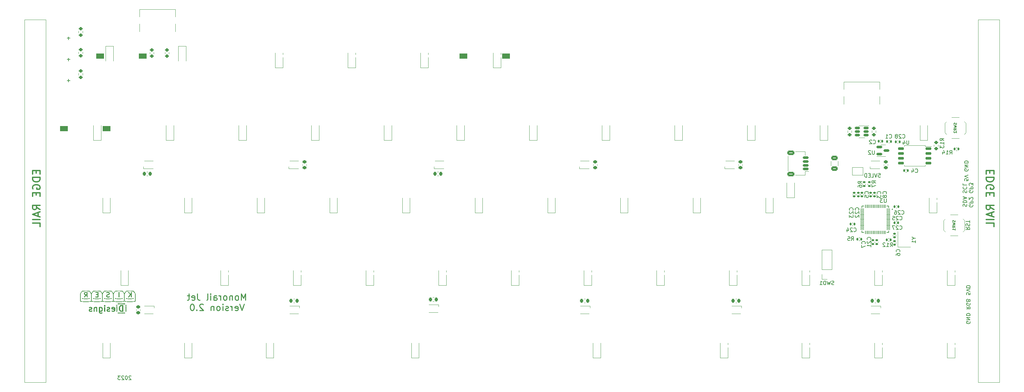
<source format=gbo>
%TF.GenerationSoftware,KiCad,Pcbnew,(6.0.10)*%
%TF.CreationDate,2023-05-23T15:51:50-05:00*%
%TF.ProjectId,Monorail_Jet,4d6f6e6f-7261-4696-9c5f-4a65742e6b69,rev?*%
%TF.SameCoordinates,Original*%
%TF.FileFunction,Legend,Bot*%
%TF.FilePolarity,Positive*%
%FSLAX46Y46*%
G04 Gerber Fmt 4.6, Leading zero omitted, Abs format (unit mm)*
G04 Created by KiCad (PCBNEW (6.0.10)) date 2023-05-23 15:51:50*
%MOMM*%
%LPD*%
G01*
G04 APERTURE LIST*
G04 Aperture macros list*
%AMRoundRect*
0 Rectangle with rounded corners*
0 $1 Rounding radius*
0 $2 $3 $4 $5 $6 $7 $8 $9 X,Y pos of 4 corners*
0 Add a 4 corners polygon primitive as box body*
4,1,4,$2,$3,$4,$5,$6,$7,$8,$9,$2,$3,0*
0 Add four circle primitives for the rounded corners*
1,1,$1+$1,$2,$3*
1,1,$1+$1,$4,$5*
1,1,$1+$1,$6,$7*
1,1,$1+$1,$8,$9*
0 Add four rect primitives between the rounded corners*
20,1,$1+$1,$2,$3,$4,$5,0*
20,1,$1+$1,$4,$5,$6,$7,0*
20,1,$1+$1,$6,$7,$8,$9,0*
20,1,$1+$1,$8,$9,$2,$3,0*%
G04 Aperture macros list end*
%ADD10C,0.300000*%
%ADD11C,0.120000*%
%ADD12C,0.250000*%
%ADD13C,0.150000*%
%ADD14C,0.127000*%
%ADD15C,0.200000*%
%ADD16C,0.500000*%
%ADD17C,3.000000*%
%ADD18C,3.048000*%
%ADD19C,3.987800*%
%ADD20C,1.750000*%
%ADD21R,2.550000X2.500000*%
%ADD22C,0.787400*%
%ADD23R,1.700000X1.700000*%
%ADD24O,1.700000X1.700000*%
%ADD25R,1.800000X1.800000*%
%ADD26C,1.800000*%
%ADD27C,4.400000*%
%ADD28C,2.000000*%
%ADD29RoundRect,1.000000X0.000000X-0.650000X0.000000X0.650000X0.000000X0.650000X0.000000X-0.650000X0*%
%ADD30RoundRect,0.250000X0.625000X-0.375000X0.625000X0.375000X-0.625000X0.375000X-0.625000X-0.375000X0*%
%ADD31C,0.650000*%
%ADD32R,0.600000X1.450000*%
%ADD33R,0.300000X1.450000*%
%ADD34O,1.000000X2.100000*%
%ADD35O,1.000000X1.600000*%
%ADD36RoundRect,0.200000X0.275000X-0.200000X0.275000X0.200000X-0.275000X0.200000X-0.275000X-0.200000X0*%
%ADD37RoundRect,0.135000X0.185000X-0.135000X0.185000X0.135000X-0.185000X0.135000X-0.185000X-0.135000X0*%
%ADD38RoundRect,0.150000X0.512500X0.150000X-0.512500X0.150000X-0.512500X-0.150000X0.512500X-0.150000X0*%
%ADD39R,1.200000X0.900000*%
%ADD40RoundRect,0.225000X-0.250000X0.225000X-0.250000X-0.225000X0.250000X-0.225000X0.250000X0.225000X0*%
%ADD41RoundRect,0.135000X-0.135000X-0.185000X0.135000X-0.185000X0.135000X0.185000X-0.135000X0.185000X0*%
%ADD42R,0.700000X0.700000*%
%ADD43RoundRect,0.140000X0.170000X-0.140000X0.170000X0.140000X-0.170000X0.140000X-0.170000X-0.140000X0*%
%ADD44RoundRect,0.225000X0.225000X0.250000X-0.225000X0.250000X-0.225000X-0.250000X0.225000X-0.250000X0*%
%ADD45RoundRect,0.200000X-0.275000X0.200000X-0.275000X-0.200000X0.275000X-0.200000X0.275000X0.200000X0*%
%ADD46RoundRect,0.140000X0.140000X0.170000X-0.140000X0.170000X-0.140000X-0.170000X0.140000X-0.170000X0*%
%ADD47RoundRect,0.140000X-0.140000X-0.170000X0.140000X-0.170000X0.140000X0.170000X-0.140000X0.170000X0*%
%ADD48R,1.000000X1.700000*%
%ADD49RoundRect,0.006000X0.414000X0.094000X-0.414000X0.094000X-0.414000X-0.094000X0.414000X-0.094000X0*%
%ADD50RoundRect,0.020000X0.080000X0.400000X-0.080000X0.400000X-0.080000X-0.400000X0.080000X-0.400000X0*%
%ADD51R,3.100000X3.100000*%
%ADD52RoundRect,0.225000X-0.225000X-0.250000X0.225000X-0.250000X0.225000X0.250000X-0.225000X0.250000X0*%
%ADD53RoundRect,0.225000X0.250000X-0.225000X0.250000X0.225000X-0.250000X0.225000X-0.250000X-0.225000X0*%
%ADD54RoundRect,0.140000X-0.170000X0.140000X-0.170000X-0.140000X0.170000X-0.140000X0.170000X0.140000X0*%
%ADD55RoundRect,0.150000X0.650000X0.150000X-0.650000X0.150000X-0.650000X-0.150000X0.650000X-0.150000X0*%
%ADD56RoundRect,0.150000X0.625000X-0.150000X0.625000X0.150000X-0.625000X0.150000X-0.625000X-0.150000X0*%
%ADD57RoundRect,0.250000X0.650000X-0.350000X0.650000X0.350000X-0.650000X0.350000X-0.650000X-0.350000X0*%
%ADD58RoundRect,1.000000X0.000000X0.650000X0.000000X-0.650000X0.000000X-0.650000X0.000000X0.650000X0*%
%ADD59R,1.000000X1.500000*%
%ADD60RoundRect,0.150000X-0.587500X-0.150000X0.587500X-0.150000X0.587500X0.150000X-0.587500X0.150000X0*%
%ADD61R,1.200000X1.400000*%
%ADD62RoundRect,0.135000X0.135000X0.185000X-0.135000X0.185000X-0.135000X-0.185000X0.135000X-0.185000X0*%
G04 APERTURE END LIST*
D10*
X276082142Y-84043154D02*
X276082142Y-84709821D01*
X277129761Y-84995535D02*
X277129761Y-84043154D01*
X275129761Y-84043154D01*
X275129761Y-84995535D01*
X277129761Y-85852678D02*
X275129761Y-85852678D01*
X275129761Y-86328869D01*
X275225000Y-86614583D01*
X275415476Y-86805059D01*
X275605952Y-86900297D01*
X275986904Y-86995535D01*
X276272619Y-86995535D01*
X276653571Y-86900297D01*
X276844047Y-86805059D01*
X277034523Y-86614583D01*
X277129761Y-86328869D01*
X277129761Y-85852678D01*
X275225000Y-88900297D02*
X275129761Y-88709821D01*
X275129761Y-88424107D01*
X275225000Y-88138392D01*
X275415476Y-87947916D01*
X275605952Y-87852678D01*
X275986904Y-87757440D01*
X276272619Y-87757440D01*
X276653571Y-87852678D01*
X276844047Y-87947916D01*
X277034523Y-88138392D01*
X277129761Y-88424107D01*
X277129761Y-88614583D01*
X277034523Y-88900297D01*
X276939285Y-88995535D01*
X276272619Y-88995535D01*
X276272619Y-88614583D01*
X276082142Y-89852678D02*
X276082142Y-90519345D01*
X277129761Y-90805059D02*
X277129761Y-89852678D01*
X275129761Y-89852678D01*
X275129761Y-90805059D01*
X277129761Y-94328869D02*
X276177380Y-93662202D01*
X277129761Y-93186011D02*
X275129761Y-93186011D01*
X275129761Y-93947916D01*
X275225000Y-94138392D01*
X275320238Y-94233630D01*
X275510714Y-94328869D01*
X275796428Y-94328869D01*
X275986904Y-94233630D01*
X276082142Y-94138392D01*
X276177380Y-93947916D01*
X276177380Y-93186011D01*
X276558333Y-95090773D02*
X276558333Y-96043154D01*
X277129761Y-94900297D02*
X275129761Y-95566964D01*
X277129761Y-96233630D01*
X277129761Y-96900297D02*
X275129761Y-96900297D01*
X277129761Y-98805059D02*
X277129761Y-97852678D01*
X275129761Y-97852678D01*
D11*
X278606250Y-139700000D02*
X273050000Y-139700000D01*
X273050000Y-139700000D02*
X273050000Y-44450000D01*
X273050000Y-44450000D02*
X278606250Y-44450000D01*
X278606250Y-44450000D02*
X278606250Y-139700000D01*
D10*
X26050892Y-84043154D02*
X26050892Y-84709821D01*
X27098511Y-84995535D02*
X27098511Y-84043154D01*
X25098511Y-84043154D01*
X25098511Y-84995535D01*
X27098511Y-85852678D02*
X25098511Y-85852678D01*
X25098511Y-86328869D01*
X25193750Y-86614583D01*
X25384226Y-86805059D01*
X25574702Y-86900297D01*
X25955654Y-86995535D01*
X26241369Y-86995535D01*
X26622321Y-86900297D01*
X26812797Y-86805059D01*
X27003273Y-86614583D01*
X27098511Y-86328869D01*
X27098511Y-85852678D01*
X25193750Y-88900297D02*
X25098511Y-88709821D01*
X25098511Y-88424107D01*
X25193750Y-88138392D01*
X25384226Y-87947916D01*
X25574702Y-87852678D01*
X25955654Y-87757440D01*
X26241369Y-87757440D01*
X26622321Y-87852678D01*
X26812797Y-87947916D01*
X27003273Y-88138392D01*
X27098511Y-88424107D01*
X27098511Y-88614583D01*
X27003273Y-88900297D01*
X26908035Y-88995535D01*
X26241369Y-88995535D01*
X26241369Y-88614583D01*
X26050892Y-89852678D02*
X26050892Y-90519345D01*
X27098511Y-90805059D02*
X27098511Y-89852678D01*
X25098511Y-89852678D01*
X25098511Y-90805059D01*
X27098511Y-94328869D02*
X26146130Y-93662202D01*
X27098511Y-93186011D02*
X25098511Y-93186011D01*
X25098511Y-93947916D01*
X25193750Y-94138392D01*
X25288988Y-94233630D01*
X25479464Y-94328869D01*
X25765178Y-94328869D01*
X25955654Y-94233630D01*
X26050892Y-94138392D01*
X26146130Y-93947916D01*
X26146130Y-93186011D01*
X26527083Y-95090773D02*
X26527083Y-96043154D01*
X27098511Y-94900297D02*
X25098511Y-95566964D01*
X27098511Y-96233630D01*
X27098511Y-96900297D02*
X25098511Y-96900297D01*
X27098511Y-98805059D02*
X27098511Y-97852678D01*
X25098511Y-97852678D01*
D11*
X28575000Y-139700000D02*
X23018750Y-139700000D01*
X23018750Y-139700000D02*
X23018750Y-44450000D01*
X23018750Y-44450000D02*
X28575000Y-44450000D01*
X28575000Y-44450000D02*
X28575000Y-139700000D01*
D12*
X80950446Y-118066172D02*
X80950446Y-116366172D01*
X80383779Y-117580458D01*
X79817113Y-116366172D01*
X79817113Y-118066172D01*
X78764732Y-118066172D02*
X78926636Y-117985220D01*
X79007589Y-117904267D01*
X79088541Y-117742363D01*
X79088541Y-117256648D01*
X79007589Y-117094744D01*
X78926636Y-117013791D01*
X78764732Y-116932839D01*
X78521875Y-116932839D01*
X78359970Y-117013791D01*
X78279017Y-117094744D01*
X78198065Y-117256648D01*
X78198065Y-117742363D01*
X78279017Y-117904267D01*
X78359970Y-117985220D01*
X78521875Y-118066172D01*
X78764732Y-118066172D01*
X77469494Y-116932839D02*
X77469494Y-118066172D01*
X77469494Y-117094744D02*
X77388541Y-117013791D01*
X77226636Y-116932839D01*
X76983779Y-116932839D01*
X76821875Y-117013791D01*
X76740922Y-117175696D01*
X76740922Y-118066172D01*
X75688541Y-118066172D02*
X75850446Y-117985220D01*
X75931398Y-117904267D01*
X76012351Y-117742363D01*
X76012351Y-117256648D01*
X75931398Y-117094744D01*
X75850446Y-117013791D01*
X75688541Y-116932839D01*
X75445684Y-116932839D01*
X75283779Y-117013791D01*
X75202827Y-117094744D01*
X75121875Y-117256648D01*
X75121875Y-117742363D01*
X75202827Y-117904267D01*
X75283779Y-117985220D01*
X75445684Y-118066172D01*
X75688541Y-118066172D01*
X74393303Y-118066172D02*
X74393303Y-116932839D01*
X74393303Y-117256648D02*
X74312351Y-117094744D01*
X74231398Y-117013791D01*
X74069494Y-116932839D01*
X73907589Y-116932839D01*
X72612351Y-118066172D02*
X72612351Y-117175696D01*
X72693303Y-117013791D01*
X72855208Y-116932839D01*
X73179017Y-116932839D01*
X73340922Y-117013791D01*
X72612351Y-117985220D02*
X72774255Y-118066172D01*
X73179017Y-118066172D01*
X73340922Y-117985220D01*
X73421875Y-117823315D01*
X73421875Y-117661410D01*
X73340922Y-117499505D01*
X73179017Y-117418553D01*
X72774255Y-117418553D01*
X72612351Y-117337601D01*
X71802827Y-118066172D02*
X71802827Y-116932839D01*
X71802827Y-116366172D02*
X71883779Y-116447125D01*
X71802827Y-116528077D01*
X71721875Y-116447125D01*
X71802827Y-116366172D01*
X71802827Y-116528077D01*
X70750446Y-118066172D02*
X70912351Y-117985220D01*
X70993303Y-117823315D01*
X70993303Y-116366172D01*
X68321875Y-116366172D02*
X68321875Y-117580458D01*
X68402827Y-117823315D01*
X68564732Y-117985220D01*
X68807589Y-118066172D01*
X68969494Y-118066172D01*
X66864732Y-117985220D02*
X67026636Y-118066172D01*
X67350446Y-118066172D01*
X67512351Y-117985220D01*
X67593303Y-117823315D01*
X67593303Y-117175696D01*
X67512351Y-117013791D01*
X67350446Y-116932839D01*
X67026636Y-116932839D01*
X66864732Y-117013791D01*
X66783779Y-117175696D01*
X66783779Y-117337601D01*
X67593303Y-117499505D01*
X66298065Y-116932839D02*
X65650446Y-116932839D01*
X66055208Y-116366172D02*
X66055208Y-117823315D01*
X65974255Y-117985220D01*
X65812351Y-118066172D01*
X65650446Y-118066172D01*
X80545684Y-119103172D02*
X79979017Y-120803172D01*
X79412351Y-119103172D01*
X78198065Y-120722220D02*
X78359970Y-120803172D01*
X78683779Y-120803172D01*
X78845684Y-120722220D01*
X78926636Y-120560315D01*
X78926636Y-119912696D01*
X78845684Y-119750791D01*
X78683779Y-119669839D01*
X78359970Y-119669839D01*
X78198065Y-119750791D01*
X78117113Y-119912696D01*
X78117113Y-120074601D01*
X78926636Y-120236505D01*
X77388541Y-120803172D02*
X77388541Y-119669839D01*
X77388541Y-119993648D02*
X77307589Y-119831744D01*
X77226636Y-119750791D01*
X77064732Y-119669839D01*
X76902827Y-119669839D01*
X76417113Y-120722220D02*
X76255208Y-120803172D01*
X75931398Y-120803172D01*
X75769494Y-120722220D01*
X75688541Y-120560315D01*
X75688541Y-120479363D01*
X75769494Y-120317458D01*
X75931398Y-120236505D01*
X76174255Y-120236505D01*
X76336160Y-120155553D01*
X76417113Y-119993648D01*
X76417113Y-119912696D01*
X76336160Y-119750791D01*
X76174255Y-119669839D01*
X75931398Y-119669839D01*
X75769494Y-119750791D01*
X74959970Y-120803172D02*
X74959970Y-119669839D01*
X74959970Y-119103172D02*
X75040922Y-119184125D01*
X74959970Y-119265077D01*
X74879017Y-119184125D01*
X74959970Y-119103172D01*
X74959970Y-119265077D01*
X73907589Y-120803172D02*
X74069494Y-120722220D01*
X74150446Y-120641267D01*
X74231398Y-120479363D01*
X74231398Y-119993648D01*
X74150446Y-119831744D01*
X74069494Y-119750791D01*
X73907589Y-119669839D01*
X73664732Y-119669839D01*
X73502827Y-119750791D01*
X73421875Y-119831744D01*
X73340922Y-119993648D01*
X73340922Y-120479363D01*
X73421875Y-120641267D01*
X73502827Y-120722220D01*
X73664732Y-120803172D01*
X73907589Y-120803172D01*
X72612351Y-119669839D02*
X72612351Y-120803172D01*
X72612351Y-119831744D02*
X72531398Y-119750791D01*
X72369494Y-119669839D01*
X72126636Y-119669839D01*
X71964732Y-119750791D01*
X71883779Y-119912696D01*
X71883779Y-120803172D01*
X69859970Y-119265077D02*
X69779017Y-119184125D01*
X69617113Y-119103172D01*
X69212351Y-119103172D01*
X69050446Y-119184125D01*
X68969494Y-119265077D01*
X68888541Y-119426982D01*
X68888541Y-119588886D01*
X68969494Y-119831744D01*
X69940922Y-120803172D01*
X68888541Y-120803172D01*
X68159970Y-120641267D02*
X68079017Y-120722220D01*
X68159970Y-120803172D01*
X68240922Y-120722220D01*
X68159970Y-120641267D01*
X68159970Y-120803172D01*
X67026636Y-119103172D02*
X66864732Y-119103172D01*
X66702827Y-119184125D01*
X66621875Y-119265077D01*
X66540922Y-119426982D01*
X66459970Y-119750791D01*
X66459970Y-120155553D01*
X66540922Y-120479363D01*
X66621875Y-120641267D01*
X66702827Y-120722220D01*
X66864732Y-120803172D01*
X67026636Y-120803172D01*
X67188541Y-120722220D01*
X67269494Y-120641267D01*
X67350446Y-120479363D01*
X67431398Y-120155553D01*
X67431398Y-119750791D01*
X67350446Y-119426982D01*
X67269494Y-119265077D01*
X67188541Y-119184125D01*
X67026636Y-119103172D01*
D13*
X34909077Y-54840178D02*
X34147172Y-54840178D01*
X34528125Y-55221130D02*
X34528125Y-54459226D01*
X269819494Y-98972619D02*
X270295684Y-99305952D01*
X269819494Y-99544047D02*
X270819494Y-99544047D01*
X270819494Y-99163095D01*
X270771875Y-99067857D01*
X270724255Y-99020238D01*
X270629017Y-98972619D01*
X270486160Y-98972619D01*
X270390922Y-99020238D01*
X270343303Y-99067857D01*
X270295684Y-99163095D01*
X270295684Y-99544047D01*
X269867113Y-98591666D02*
X269819494Y-98448809D01*
X269819494Y-98210714D01*
X269867113Y-98115476D01*
X269914732Y-98067857D01*
X270009970Y-98020238D01*
X270105208Y-98020238D01*
X270200446Y-98067857D01*
X270248065Y-98115476D01*
X270295684Y-98210714D01*
X270343303Y-98401190D01*
X270390922Y-98496428D01*
X270438541Y-98544047D01*
X270533779Y-98591666D01*
X270629017Y-98591666D01*
X270724255Y-98544047D01*
X270771875Y-98496428D01*
X270819494Y-98401190D01*
X270819494Y-98163095D01*
X270771875Y-98020238D01*
X270819494Y-97734523D02*
X270819494Y-97163095D01*
X269819494Y-97448809D02*
X270819494Y-97448809D01*
X50926785Y-138056994D02*
X50879166Y-138009375D01*
X50783928Y-137961755D01*
X50545833Y-137961755D01*
X50450595Y-138009375D01*
X50402976Y-138056994D01*
X50355357Y-138152232D01*
X50355357Y-138247470D01*
X50402976Y-138390327D01*
X50974404Y-138961755D01*
X50355357Y-138961755D01*
X49736309Y-137961755D02*
X49641071Y-137961755D01*
X49545833Y-138009375D01*
X49498214Y-138056994D01*
X49450595Y-138152232D01*
X49402976Y-138342708D01*
X49402976Y-138580803D01*
X49450595Y-138771279D01*
X49498214Y-138866517D01*
X49545833Y-138914136D01*
X49641071Y-138961755D01*
X49736309Y-138961755D01*
X49831547Y-138914136D01*
X49879166Y-138866517D01*
X49926785Y-138771279D01*
X49974404Y-138580803D01*
X49974404Y-138342708D01*
X49926785Y-138152232D01*
X49879166Y-138056994D01*
X49831547Y-138009375D01*
X49736309Y-137961755D01*
X49022023Y-138056994D02*
X48974404Y-138009375D01*
X48879166Y-137961755D01*
X48641071Y-137961755D01*
X48545833Y-138009375D01*
X48498214Y-138056994D01*
X48450595Y-138152232D01*
X48450595Y-138247470D01*
X48498214Y-138390327D01*
X49069642Y-138961755D01*
X48450595Y-138961755D01*
X48117261Y-137961755D02*
X47498214Y-137961755D01*
X47831547Y-138342708D01*
X47688690Y-138342708D01*
X47593452Y-138390327D01*
X47545833Y-138437946D01*
X47498214Y-138533184D01*
X47498214Y-138771279D01*
X47545833Y-138866517D01*
X47593452Y-138914136D01*
X47688690Y-138961755D01*
X47974404Y-138961755D01*
X48069642Y-138914136D01*
X48117261Y-138866517D01*
X34909077Y-49283928D02*
X34147172Y-49283928D01*
X34528125Y-49664880D02*
X34528125Y-48902976D01*
X270422619Y-86232738D02*
X270422619Y-86708928D01*
X269946428Y-86756547D01*
X269994047Y-86708928D01*
X270041666Y-86613690D01*
X270041666Y-86375595D01*
X269994047Y-86280357D01*
X269946428Y-86232738D01*
X269851190Y-86185119D01*
X269613095Y-86185119D01*
X269517857Y-86232738D01*
X269470238Y-86280357D01*
X269422619Y-86375595D01*
X269422619Y-86613690D01*
X269470238Y-86708928D01*
X269517857Y-86756547D01*
X270422619Y-85899404D02*
X269422619Y-85566071D01*
X270422619Y-85232738D01*
X270375000Y-83613690D02*
X270422619Y-83708928D01*
X270422619Y-83851785D01*
X270375000Y-83994642D01*
X270279761Y-84089880D01*
X270184523Y-84137500D01*
X269994047Y-84185119D01*
X269851190Y-84185119D01*
X269660714Y-84137500D01*
X269565476Y-84089880D01*
X269470238Y-83994642D01*
X269422619Y-83851785D01*
X269422619Y-83756547D01*
X269470238Y-83613690D01*
X269517857Y-83566071D01*
X269851190Y-83566071D01*
X269851190Y-83756547D01*
X269422619Y-83137500D02*
X270422619Y-83137500D01*
X269422619Y-82566071D01*
X270422619Y-82566071D01*
X269422619Y-82089880D02*
X270422619Y-82089880D01*
X270422619Y-81851785D01*
X270375000Y-81708928D01*
X270279761Y-81613690D01*
X270184523Y-81566071D01*
X269994047Y-81518452D01*
X269851190Y-81518452D01*
X269660714Y-81566071D01*
X269565476Y-81613690D01*
X269470238Y-81708928D01*
X269422619Y-81851785D01*
X269422619Y-82089880D01*
X246860119Y-84789880D02*
X247336309Y-84789880D01*
X247383928Y-85266071D01*
X247336309Y-85218452D01*
X247241071Y-85170833D01*
X247002976Y-85170833D01*
X246907738Y-85218452D01*
X246860119Y-85266071D01*
X246812499Y-85361309D01*
X246812499Y-85599404D01*
X246860119Y-85694642D01*
X246907738Y-85742261D01*
X247002976Y-85789880D01*
X247241071Y-85789880D01*
X247336309Y-85742261D01*
X247383928Y-85694642D01*
X246526785Y-84789880D02*
X246193452Y-85789880D01*
X245860119Y-84789880D01*
X245050595Y-85789880D02*
X245526785Y-85789880D01*
X245526785Y-84789880D01*
X244717261Y-85266071D02*
X244383928Y-85266071D01*
X244241071Y-85789880D02*
X244717261Y-85789880D01*
X244717261Y-84789880D01*
X244241071Y-84789880D01*
X243812499Y-85789880D02*
X243812499Y-84789880D01*
X243574404Y-84789880D01*
X243431547Y-84837500D01*
X243336309Y-84932738D01*
X243288690Y-85027976D01*
X243241071Y-85218452D01*
X243241071Y-85361309D01*
X243288690Y-85551785D01*
X243336309Y-85647023D01*
X243431547Y-85742261D01*
X243574404Y-85789880D01*
X243812499Y-85789880D01*
X271622683Y-93058928D02*
X271670302Y-93154166D01*
X271670302Y-93297023D01*
X271622683Y-93439880D01*
X271527444Y-93535119D01*
X271432206Y-93582738D01*
X271241730Y-93630357D01*
X271098873Y-93630357D01*
X270908397Y-93582738D01*
X270813159Y-93535119D01*
X270717921Y-93439880D01*
X270670302Y-93297023D01*
X270670302Y-93201785D01*
X270717921Y-93058928D01*
X270765540Y-93011309D01*
X271098873Y-93011309D01*
X271098873Y-93201785D01*
X270670302Y-92582738D02*
X271670302Y-92582738D01*
X271670302Y-92201785D01*
X271622683Y-92106547D01*
X271575063Y-92058928D01*
X271479825Y-92011309D01*
X271336968Y-92011309D01*
X271241730Y-92058928D01*
X271194111Y-92106547D01*
X271146492Y-92201785D01*
X271146492Y-92582738D01*
X271575063Y-91630357D02*
X271622683Y-91582738D01*
X271670302Y-91487500D01*
X271670302Y-91249404D01*
X271622683Y-91154166D01*
X271575063Y-91106547D01*
X271479825Y-91058928D01*
X271384587Y-91058928D01*
X271241730Y-91106547D01*
X270670302Y-91677976D01*
X270670302Y-91058928D01*
X271622683Y-89344642D02*
X271670302Y-89439880D01*
X271670302Y-89582738D01*
X271622683Y-89725595D01*
X271527444Y-89820833D01*
X271432206Y-89868452D01*
X271241730Y-89916071D01*
X271098873Y-89916071D01*
X270908397Y-89868452D01*
X270813159Y-89820833D01*
X270717921Y-89725595D01*
X270670302Y-89582738D01*
X270670302Y-89487500D01*
X270717921Y-89344642D01*
X270765540Y-89297023D01*
X271098873Y-89297023D01*
X271098873Y-89487500D01*
X270670302Y-88868452D02*
X271670302Y-88868452D01*
X271670302Y-88487500D01*
X271622683Y-88392261D01*
X271575063Y-88344642D01*
X271479825Y-88297023D01*
X271336968Y-88297023D01*
X271241730Y-88344642D01*
X271194111Y-88392261D01*
X271146492Y-88487500D01*
X271146492Y-88868452D01*
X271670302Y-87963690D02*
X271670302Y-87344642D01*
X271289349Y-87677976D01*
X271289349Y-87535119D01*
X271241730Y-87439880D01*
X271194111Y-87392261D01*
X271098873Y-87344642D01*
X270860778Y-87344642D01*
X270765540Y-87392261D01*
X270717921Y-87439880D01*
X270670302Y-87535119D01*
X270670302Y-87820833D01*
X270717921Y-87916071D01*
X270765540Y-87963690D01*
X269107921Y-93463690D02*
X269060302Y-93320833D01*
X269060302Y-93082738D01*
X269107921Y-92987500D01*
X269155540Y-92939880D01*
X269250778Y-92892261D01*
X269346016Y-92892261D01*
X269441254Y-92939880D01*
X269488873Y-92987500D01*
X269536492Y-93082738D01*
X269584111Y-93273214D01*
X269631730Y-93368452D01*
X269679349Y-93416071D01*
X269774587Y-93463690D01*
X269869825Y-93463690D01*
X269965063Y-93416071D01*
X270012683Y-93368452D01*
X270060302Y-93273214D01*
X270060302Y-93035119D01*
X270012683Y-92892261D01*
X269060302Y-92463690D02*
X270060302Y-92463690D01*
X270060302Y-92225595D01*
X270012683Y-92082738D01*
X269917444Y-91987500D01*
X269822206Y-91939880D01*
X269631730Y-91892261D01*
X269488873Y-91892261D01*
X269298397Y-91939880D01*
X269203159Y-91987500D01*
X269107921Y-92082738D01*
X269060302Y-92225595D01*
X269060302Y-92463690D01*
X269346016Y-91511309D02*
X269346016Y-91035119D01*
X269060302Y-91606547D02*
X270060302Y-91273214D01*
X269060302Y-90939880D01*
X269107921Y-89892261D02*
X269060302Y-89749404D01*
X269060302Y-89511309D01*
X269107921Y-89416071D01*
X269155540Y-89368452D01*
X269250778Y-89320833D01*
X269346016Y-89320833D01*
X269441254Y-89368452D01*
X269488873Y-89416071D01*
X269536492Y-89511309D01*
X269584111Y-89701785D01*
X269631730Y-89797023D01*
X269679349Y-89844642D01*
X269774587Y-89892261D01*
X269869825Y-89892261D01*
X269965063Y-89844642D01*
X270012683Y-89797023D01*
X270060302Y-89701785D01*
X270060302Y-89463690D01*
X270012683Y-89320833D01*
X269155540Y-88320833D02*
X269107921Y-88368452D01*
X269060302Y-88511309D01*
X269060302Y-88606547D01*
X269107921Y-88749404D01*
X269203159Y-88844642D01*
X269298397Y-88892261D01*
X269488873Y-88939880D01*
X269631730Y-88939880D01*
X269822206Y-88892261D01*
X269917444Y-88844642D01*
X270012683Y-88749404D01*
X270060302Y-88606547D01*
X270060302Y-88511309D01*
X270012683Y-88368452D01*
X269965063Y-88320833D01*
X269060302Y-87416071D02*
X269060302Y-87892261D01*
X270060302Y-87892261D01*
X34909077Y-60396428D02*
X34147172Y-60396428D01*
X34528125Y-60777380D02*
X34528125Y-60015476D01*
X270886621Y-123682190D02*
X270934240Y-123777428D01*
X270934240Y-123920285D01*
X270886621Y-124063142D01*
X270791382Y-124158380D01*
X270696144Y-124205999D01*
X270505668Y-124253619D01*
X270362811Y-124253619D01*
X270172335Y-124205999D01*
X270077097Y-124158380D01*
X269981859Y-124063142D01*
X269934240Y-123920285D01*
X269934240Y-123825047D01*
X269981859Y-123682190D01*
X270029478Y-123634571D01*
X270362811Y-123634571D01*
X270362811Y-123825047D01*
X269934240Y-123205999D02*
X270934240Y-123205999D01*
X269934240Y-122634571D01*
X270934240Y-122634571D01*
X269934240Y-122158380D02*
X270934240Y-122158380D01*
X270934240Y-121920285D01*
X270886621Y-121777428D01*
X270791382Y-121682190D01*
X270696144Y-121634571D01*
X270505668Y-121586952D01*
X270362811Y-121586952D01*
X270172335Y-121634571D01*
X270077097Y-121682190D01*
X269981859Y-121777428D01*
X269934240Y-121920285D01*
X269934240Y-122158380D01*
X269934240Y-119825047D02*
X270410430Y-120158380D01*
X269934240Y-120396476D02*
X270934240Y-120396476D01*
X270934240Y-120015523D01*
X270886621Y-119920285D01*
X270839001Y-119872666D01*
X270743763Y-119825047D01*
X270600906Y-119825047D01*
X270505668Y-119872666D01*
X270458049Y-119920285D01*
X270410430Y-120015523D01*
X270410430Y-120396476D01*
X270886621Y-118872666D02*
X270934240Y-118967904D01*
X270934240Y-119110761D01*
X270886621Y-119253619D01*
X270791382Y-119348857D01*
X270696144Y-119396476D01*
X270505668Y-119444095D01*
X270362811Y-119444095D01*
X270172335Y-119396476D01*
X270077097Y-119348857D01*
X269981859Y-119253619D01*
X269934240Y-119110761D01*
X269934240Y-119015523D01*
X269981859Y-118872666D01*
X270029478Y-118825047D01*
X270362811Y-118825047D01*
X270362811Y-119015523D01*
X270458049Y-118063142D02*
X270410430Y-117920285D01*
X270362811Y-117872666D01*
X270267573Y-117825047D01*
X270124716Y-117825047D01*
X270029478Y-117872666D01*
X269981859Y-117920285D01*
X269934240Y-118015523D01*
X269934240Y-118396476D01*
X270934240Y-118396476D01*
X270934240Y-118063142D01*
X270886621Y-117967904D01*
X270839001Y-117920285D01*
X270743763Y-117872666D01*
X270648525Y-117872666D01*
X270553287Y-117920285D01*
X270505668Y-117967904D01*
X270458049Y-118063142D01*
X270458049Y-118396476D01*
X270934240Y-116158380D02*
X270934240Y-116634571D01*
X270458049Y-116682190D01*
X270505668Y-116634571D01*
X270553287Y-116539333D01*
X270553287Y-116301238D01*
X270505668Y-116205999D01*
X270458049Y-116158380D01*
X270362811Y-116110761D01*
X270124716Y-116110761D01*
X270029478Y-116158380D01*
X269981859Y-116205999D01*
X269934240Y-116301238D01*
X269934240Y-116539333D01*
X269981859Y-116634571D01*
X270029478Y-116682190D01*
X270934240Y-115825047D02*
X269934240Y-115491714D01*
X270934240Y-115158380D01*
X269934240Y-114825047D02*
X270934240Y-114825047D01*
X270934240Y-114586952D01*
X270886621Y-114444095D01*
X270791382Y-114348857D01*
X270696144Y-114301238D01*
X270505668Y-114253619D01*
X270362811Y-114253619D01*
X270172335Y-114301238D01*
X270077097Y-114348857D01*
X269981859Y-114444095D01*
X269934240Y-114586952D01*
X269934240Y-114825047D01*
%TO.C,R6*%
X242546130Y-87470833D02*
X242069940Y-87137500D01*
X242546130Y-86899404D02*
X241546130Y-86899404D01*
X241546130Y-87280357D01*
X241593750Y-87375595D01*
X241641369Y-87423214D01*
X241736607Y-87470833D01*
X241879464Y-87470833D01*
X241974702Y-87423214D01*
X242022321Y-87375595D01*
X242069940Y-87280357D01*
X242069940Y-86899404D01*
X241546130Y-88327976D02*
X241546130Y-88137500D01*
X241593750Y-88042261D01*
X241641369Y-87994642D01*
X241784226Y-87899404D01*
X241974702Y-87851785D01*
X242355654Y-87851785D01*
X242450892Y-87899404D01*
X242498511Y-87947023D01*
X242546130Y-88042261D01*
X242546130Y-88232738D01*
X242498511Y-88327976D01*
X242450892Y-88375595D01*
X242355654Y-88423214D01*
X242117559Y-88423214D01*
X242022321Y-88375595D01*
X241974702Y-88327976D01*
X241927083Y-88232738D01*
X241927083Y-88042261D01*
X241974702Y-87947023D01*
X242022321Y-87899404D01*
X242117559Y-87851785D01*
%TO.C,SWD1*%
X235195833Y-114003511D02*
X235052976Y-114051130D01*
X234814880Y-114051130D01*
X234719642Y-114003511D01*
X234672023Y-113955892D01*
X234624404Y-113860654D01*
X234624404Y-113765416D01*
X234672023Y-113670178D01*
X234719642Y-113622559D01*
X234814880Y-113574940D01*
X235005357Y-113527321D01*
X235100595Y-113479702D01*
X235148214Y-113432083D01*
X235195833Y-113336845D01*
X235195833Y-113241607D01*
X235148214Y-113146369D01*
X235100595Y-113098750D01*
X235005357Y-113051130D01*
X234767261Y-113051130D01*
X234624404Y-113098750D01*
X234291071Y-113051130D02*
X234052976Y-114051130D01*
X233862500Y-113336845D01*
X233672023Y-114051130D01*
X233433928Y-113051130D01*
X233052976Y-114051130D02*
X233052976Y-113051130D01*
X232814880Y-113051130D01*
X232672023Y-113098750D01*
X232576785Y-113193988D01*
X232529166Y-113289226D01*
X232481547Y-113479702D01*
X232481547Y-113622559D01*
X232529166Y-113813035D01*
X232576785Y-113908273D01*
X232672023Y-114003511D01*
X232814880Y-114051130D01*
X233052976Y-114051130D01*
X231529166Y-114051130D02*
X232100595Y-114051130D01*
X231814880Y-114051130D02*
X231814880Y-113051130D01*
X231910119Y-113193988D01*
X232005357Y-113289226D01*
X232100595Y-113336845D01*
%TO.C,R14*%
X265552599Y-79760732D02*
X265885932Y-79284542D01*
X266124027Y-79760732D02*
X266124027Y-78760732D01*
X265743075Y-78760732D01*
X265647837Y-78808352D01*
X265600218Y-78855971D01*
X265552599Y-78951209D01*
X265552599Y-79094066D01*
X265600218Y-79189304D01*
X265647837Y-79236923D01*
X265743075Y-79284542D01*
X266124027Y-79284542D01*
X264600218Y-79760732D02*
X265171646Y-79760732D01*
X264885932Y-79760732D02*
X264885932Y-78760732D01*
X264981170Y-78903590D01*
X265076408Y-78998828D01*
X265171646Y-79046447D01*
X263743075Y-79094066D02*
X263743075Y-79760732D01*
X263981170Y-78713113D02*
X264219265Y-79427399D01*
X263600218Y-79427399D01*
%TO.C,C6*%
X252419642Y-105420833D02*
X252467261Y-105373214D01*
X252514880Y-105230357D01*
X252514880Y-105135119D01*
X252467261Y-104992261D01*
X252372023Y-104897023D01*
X252276785Y-104849404D01*
X252086309Y-104801785D01*
X251943452Y-104801785D01*
X251752976Y-104849404D01*
X251657738Y-104897023D01*
X251562500Y-104992261D01*
X251514880Y-105135119D01*
X251514880Y-105230357D01*
X251562500Y-105373214D01*
X251610119Y-105420833D01*
X251514880Y-106277976D02*
X251514880Y-106087500D01*
X251562500Y-105992261D01*
X251610119Y-105944642D01*
X251752976Y-105849404D01*
X251943452Y-105801785D01*
X252324404Y-105801785D01*
X252419642Y-105849404D01*
X252467261Y-105897023D01*
X252514880Y-105992261D01*
X252514880Y-106182738D01*
X252467261Y-106277976D01*
X252419642Y-106325595D01*
X252324404Y-106373214D01*
X252086309Y-106373214D01*
X251991071Y-106325595D01*
X251943452Y-106277976D01*
X251895833Y-106182738D01*
X251895833Y-105992261D01*
X251943452Y-105897023D01*
X251991071Y-105849404D01*
X252086309Y-105801785D01*
%TO.C,C8*%
X248919642Y-90170833D02*
X248967261Y-90123214D01*
X249014880Y-89980357D01*
X249014880Y-89885119D01*
X248967261Y-89742261D01*
X248872023Y-89647023D01*
X248776785Y-89599404D01*
X248586309Y-89551785D01*
X248443452Y-89551785D01*
X248252976Y-89599404D01*
X248157738Y-89647023D01*
X248062500Y-89742261D01*
X248014880Y-89885119D01*
X248014880Y-89980357D01*
X248062500Y-90123214D01*
X248110119Y-90170833D01*
X248443452Y-90742261D02*
X248395833Y-90647023D01*
X248348214Y-90599404D01*
X248252976Y-90551785D01*
X248205357Y-90551785D01*
X248110119Y-90599404D01*
X248062500Y-90647023D01*
X248014880Y-90742261D01*
X248014880Y-90932738D01*
X248062500Y-91027976D01*
X248110119Y-91075595D01*
X248205357Y-91123214D01*
X248252976Y-91123214D01*
X248348214Y-91075595D01*
X248395833Y-91027976D01*
X248443452Y-90932738D01*
X248443452Y-90742261D01*
X248491071Y-90647023D01*
X248538690Y-90599404D01*
X248633928Y-90551785D01*
X248824404Y-90551785D01*
X248919642Y-90599404D01*
X248967261Y-90647023D01*
X249014880Y-90742261D01*
X249014880Y-90932738D01*
X248967261Y-91027976D01*
X248919642Y-91075595D01*
X248824404Y-91123214D01*
X248633928Y-91123214D01*
X248538690Y-91075595D01*
X248491071Y-91027976D01*
X248443452Y-90932738D01*
%TO.C,R13*%
X264014880Y-76194642D02*
X263538690Y-75861309D01*
X264014880Y-75623214D02*
X263014880Y-75623214D01*
X263014880Y-76004166D01*
X263062500Y-76099404D01*
X263110119Y-76147023D01*
X263205357Y-76194642D01*
X263348214Y-76194642D01*
X263443452Y-76147023D01*
X263491071Y-76099404D01*
X263538690Y-76004166D01*
X263538690Y-75623214D01*
X264014880Y-77147023D02*
X264014880Y-76575595D01*
X264014880Y-76861309D02*
X263014880Y-76861309D01*
X263157738Y-76766071D01*
X263252976Y-76670833D01*
X263300595Y-76575595D01*
X263014880Y-77480357D02*
X263014880Y-78099404D01*
X263395833Y-77766071D01*
X263395833Y-77908928D01*
X263443452Y-78004166D01*
X263491071Y-78051785D01*
X263586309Y-78099404D01*
X263824404Y-78099404D01*
X263919642Y-78051785D01*
X263967261Y-78004166D01*
X264014880Y-77908928D01*
X264014880Y-77623214D01*
X263967261Y-77527976D01*
X263919642Y-77480357D01*
%TO.C,C28*%
X253205357Y-75444642D02*
X253252976Y-75492261D01*
X253395833Y-75539880D01*
X253491071Y-75539880D01*
X253633928Y-75492261D01*
X253729166Y-75397023D01*
X253776785Y-75301785D01*
X253824404Y-75111309D01*
X253824404Y-74968452D01*
X253776785Y-74777976D01*
X253729166Y-74682738D01*
X253633928Y-74587500D01*
X253491071Y-74539880D01*
X253395833Y-74539880D01*
X253252976Y-74587500D01*
X253205357Y-74635119D01*
X252824404Y-74635119D02*
X252776785Y-74587500D01*
X252681547Y-74539880D01*
X252443452Y-74539880D01*
X252348214Y-74587500D01*
X252300595Y-74635119D01*
X252252976Y-74730357D01*
X252252976Y-74825595D01*
X252300595Y-74968452D01*
X252872023Y-75539880D01*
X252252976Y-75539880D01*
X251681547Y-74968452D02*
X251776785Y-74920833D01*
X251824404Y-74873214D01*
X251872023Y-74777976D01*
X251872023Y-74730357D01*
X251824404Y-74635119D01*
X251776785Y-74587500D01*
X251681547Y-74539880D01*
X251491071Y-74539880D01*
X251395833Y-74587500D01*
X251348214Y-74635119D01*
X251300595Y-74730357D01*
X251300595Y-74777976D01*
X251348214Y-74873214D01*
X251395833Y-74920833D01*
X251491071Y-74968452D01*
X251681547Y-74968452D01*
X251776785Y-75016071D01*
X251824404Y-75063690D01*
X251872023Y-75158928D01*
X251872023Y-75349404D01*
X251824404Y-75444642D01*
X251776785Y-75492261D01*
X251681547Y-75539880D01*
X251491071Y-75539880D01*
X251395833Y-75492261D01*
X251348214Y-75444642D01*
X251300595Y-75349404D01*
X251300595Y-75158928D01*
X251348214Y-75063690D01*
X251395833Y-75016071D01*
X251491071Y-74968452D01*
%TO.C,C26*%
X252955357Y-95444642D02*
X253002976Y-95492261D01*
X253145833Y-95539880D01*
X253241071Y-95539880D01*
X253383928Y-95492261D01*
X253479166Y-95397023D01*
X253526785Y-95301785D01*
X253574404Y-95111309D01*
X253574404Y-94968452D01*
X253526785Y-94777976D01*
X253479166Y-94682738D01*
X253383928Y-94587500D01*
X253241071Y-94539880D01*
X253145833Y-94539880D01*
X253002976Y-94587500D01*
X252955357Y-94635119D01*
X252574404Y-94635119D02*
X252526785Y-94587500D01*
X252431547Y-94539880D01*
X252193452Y-94539880D01*
X252098214Y-94587500D01*
X252050595Y-94635119D01*
X252002976Y-94730357D01*
X252002976Y-94825595D01*
X252050595Y-94968452D01*
X252622023Y-95539880D01*
X252002976Y-95539880D01*
X251145833Y-94539880D02*
X251336309Y-94539880D01*
X251431547Y-94587500D01*
X251479166Y-94635119D01*
X251574404Y-94777976D01*
X251622023Y-94968452D01*
X251622023Y-95349404D01*
X251574404Y-95444642D01*
X251526785Y-95492261D01*
X251431547Y-95539880D01*
X251241071Y-95539880D01*
X251145833Y-95492261D01*
X251098214Y-95444642D01*
X251050595Y-95349404D01*
X251050595Y-95111309D01*
X251098214Y-95016071D01*
X251145833Y-94968452D01*
X251241071Y-94920833D01*
X251431547Y-94920833D01*
X251526785Y-94968452D01*
X251574404Y-95016071D01*
X251622023Y-95111309D01*
%TO.C,C2*%
X245479166Y-76944642D02*
X245526785Y-76992261D01*
X245669642Y-77039880D01*
X245764880Y-77039880D01*
X245907738Y-76992261D01*
X246002976Y-76897023D01*
X246050595Y-76801785D01*
X246098214Y-76611309D01*
X246098214Y-76468452D01*
X246050595Y-76277976D01*
X246002976Y-76182738D01*
X245907738Y-76087500D01*
X245764880Y-76039880D01*
X245669642Y-76039880D01*
X245526785Y-76087500D01*
X245479166Y-76135119D01*
X245098214Y-76135119D02*
X245050595Y-76087500D01*
X244955357Y-76039880D01*
X244717261Y-76039880D01*
X244622023Y-76087500D01*
X244574404Y-76135119D01*
X244526785Y-76230357D01*
X244526785Y-76325595D01*
X244574404Y-76468452D01*
X245145833Y-77039880D01*
X244526785Y-77039880D01*
%TO.C,C5*%
X244169642Y-90170833D02*
X244217261Y-90123214D01*
X244264880Y-89980357D01*
X244264880Y-89885119D01*
X244217261Y-89742261D01*
X244122023Y-89647023D01*
X244026785Y-89599404D01*
X243836309Y-89551785D01*
X243693452Y-89551785D01*
X243502976Y-89599404D01*
X243407738Y-89647023D01*
X243312500Y-89742261D01*
X243264880Y-89885119D01*
X243264880Y-89980357D01*
X243312500Y-90123214D01*
X243360119Y-90170833D01*
X243264880Y-91075595D02*
X243264880Y-90599404D01*
X243741071Y-90551785D01*
X243693452Y-90599404D01*
X243645833Y-90694642D01*
X243645833Y-90932738D01*
X243693452Y-91027976D01*
X243741071Y-91075595D01*
X243836309Y-91123214D01*
X244074404Y-91123214D01*
X244169642Y-91075595D01*
X244217261Y-91027976D01*
X244264880Y-90932738D01*
X244264880Y-90694642D01*
X244217261Y-90599404D01*
X244169642Y-90551785D01*
%TO.C,SWR1*%
X266983333Y-97141666D02*
X267016666Y-97241666D01*
X267016666Y-97408333D01*
X266983333Y-97475000D01*
X266950000Y-97508333D01*
X266883333Y-97541666D01*
X266816666Y-97541666D01*
X266750000Y-97508333D01*
X266716666Y-97475000D01*
X266683333Y-97408333D01*
X266650000Y-97275000D01*
X266616666Y-97208333D01*
X266583333Y-97175000D01*
X266516666Y-97141666D01*
X266450000Y-97141666D01*
X266383333Y-97175000D01*
X266350000Y-97208333D01*
X266316666Y-97275000D01*
X266316666Y-97441666D01*
X266350000Y-97541666D01*
X266316666Y-97775000D02*
X267016666Y-97941666D01*
X266516666Y-98075000D01*
X267016666Y-98208333D01*
X266316666Y-98375000D01*
X267016666Y-99041666D02*
X266683333Y-98808333D01*
X267016666Y-98641666D02*
X266316666Y-98641666D01*
X266316666Y-98908333D01*
X266350000Y-98975000D01*
X266383333Y-99008333D01*
X266450000Y-99041666D01*
X266550000Y-99041666D01*
X266616666Y-99008333D01*
X266650000Y-98975000D01*
X266683333Y-98908333D01*
X266683333Y-98641666D01*
X267016666Y-99708333D02*
X267016666Y-99308333D01*
X267016666Y-99508333D02*
X266316666Y-99508333D01*
X266416666Y-99441666D01*
X266483333Y-99375000D01*
X266516666Y-99308333D01*
%TO.C,R5*%
X239764850Y-102421508D02*
X240098184Y-101945318D01*
X240336279Y-102421508D02*
X240336279Y-101421508D01*
X239955326Y-101421508D01*
X239860088Y-101469128D01*
X239812469Y-101516747D01*
X239764850Y-101611985D01*
X239764850Y-101754842D01*
X239812469Y-101850080D01*
X239860088Y-101897699D01*
X239955326Y-101945318D01*
X240336279Y-101945318D01*
X238860088Y-101421508D02*
X239336279Y-101421508D01*
X239383898Y-101897699D01*
X239336279Y-101850080D01*
X239241041Y-101802461D01*
X239002945Y-101802461D01*
X238907707Y-101850080D01*
X238860088Y-101897699D01*
X238812469Y-101992937D01*
X238812469Y-102231032D01*
X238860088Y-102326270D01*
X238907707Y-102373889D01*
X239002945Y-102421508D01*
X239241041Y-102421508D01*
X239336279Y-102373889D01*
X239383898Y-102326270D01*
%TO.C,U3*%
X248937462Y-91451332D02*
X248937462Y-92260856D01*
X248889843Y-92356094D01*
X248842224Y-92403713D01*
X248746986Y-92451332D01*
X248556510Y-92451332D01*
X248461272Y-92403713D01*
X248413653Y-92356094D01*
X248366034Y-92260856D01*
X248366034Y-91451332D01*
X247985081Y-91451332D02*
X247366034Y-91451332D01*
X247699367Y-91832285D01*
X247556510Y-91832285D01*
X247461272Y-91879904D01*
X247413653Y-91927523D01*
X247366034Y-92022761D01*
X247366034Y-92260856D01*
X247413653Y-92356094D01*
X247461272Y-92403713D01*
X247556510Y-92451332D01*
X247842224Y-92451332D01*
X247937462Y-92403713D01*
X247985081Y-92356094D01*
%TO.C,C1*%
X249729166Y-75444642D02*
X249776785Y-75492261D01*
X249919642Y-75539880D01*
X250014880Y-75539880D01*
X250157738Y-75492261D01*
X250252976Y-75397023D01*
X250300595Y-75301785D01*
X250348214Y-75111309D01*
X250348214Y-74968452D01*
X250300595Y-74777976D01*
X250252976Y-74682738D01*
X250157738Y-74587500D01*
X250014880Y-74539880D01*
X249919642Y-74539880D01*
X249776785Y-74587500D01*
X249729166Y-74635119D01*
X248776785Y-75539880D02*
X249348214Y-75539880D01*
X249062500Y-75539880D02*
X249062500Y-74539880D01*
X249157738Y-74682738D01*
X249252976Y-74777976D01*
X249348214Y-74825595D01*
%TO.C,C22*%
X241669642Y-94444642D02*
X241717261Y-94397023D01*
X241764880Y-94254166D01*
X241764880Y-94158928D01*
X241717261Y-94016071D01*
X241622023Y-93920833D01*
X241526785Y-93873214D01*
X241336309Y-93825595D01*
X241193452Y-93825595D01*
X241002976Y-93873214D01*
X240907738Y-93920833D01*
X240812500Y-94016071D01*
X240764880Y-94158928D01*
X240764880Y-94254166D01*
X240812500Y-94397023D01*
X240860119Y-94444642D01*
X240860119Y-94825595D02*
X240812500Y-94873214D01*
X240764880Y-94968452D01*
X240764880Y-95206547D01*
X240812500Y-95301785D01*
X240860119Y-95349404D01*
X240955357Y-95397023D01*
X241050595Y-95397023D01*
X241193452Y-95349404D01*
X241764880Y-94777976D01*
X241764880Y-95397023D01*
X240860119Y-95777976D02*
X240812500Y-95825595D01*
X240764880Y-95920833D01*
X240764880Y-96158928D01*
X240812500Y-96254166D01*
X240860119Y-96301785D01*
X240955357Y-96349404D01*
X241050595Y-96349404D01*
X241193452Y-96301785D01*
X241764880Y-95730357D01*
X241764880Y-96349404D01*
%TO.C,C24*%
X240426126Y-100005766D02*
X240473745Y-100053385D01*
X240616602Y-100101004D01*
X240711840Y-100101004D01*
X240854697Y-100053385D01*
X240949935Y-99958147D01*
X240997554Y-99862909D01*
X241045173Y-99672433D01*
X241045173Y-99529576D01*
X240997554Y-99339100D01*
X240949935Y-99243862D01*
X240854697Y-99148624D01*
X240711840Y-99101004D01*
X240616602Y-99101004D01*
X240473745Y-99148624D01*
X240426126Y-99196243D01*
X240045173Y-99196243D02*
X239997554Y-99148624D01*
X239902316Y-99101004D01*
X239664221Y-99101004D01*
X239568983Y-99148624D01*
X239521364Y-99196243D01*
X239473745Y-99291481D01*
X239473745Y-99386719D01*
X239521364Y-99529576D01*
X240092792Y-100101004D01*
X239473745Y-100101004D01*
X238616602Y-99434338D02*
X238616602Y-100101004D01*
X238854697Y-99053385D02*
X239092792Y-99767671D01*
X238473745Y-99767671D01*
%TO.C,C21*%
X244807142Y-102194642D02*
X244854761Y-102147023D01*
X244902380Y-102004166D01*
X244902380Y-101908928D01*
X244854761Y-101766071D01*
X244759523Y-101670833D01*
X244664285Y-101623214D01*
X244473809Y-101575595D01*
X244330952Y-101575595D01*
X244140476Y-101623214D01*
X244045238Y-101670833D01*
X243950000Y-101766071D01*
X243902380Y-101908928D01*
X243902380Y-102004166D01*
X243950000Y-102147023D01*
X243997619Y-102194642D01*
X243997619Y-102575595D02*
X243950000Y-102623214D01*
X243902380Y-102718452D01*
X243902380Y-102956547D01*
X243950000Y-103051785D01*
X243997619Y-103099404D01*
X244092857Y-103147023D01*
X244188095Y-103147023D01*
X244330952Y-103099404D01*
X244902380Y-102527976D01*
X244902380Y-103147023D01*
X244902380Y-104099404D02*
X244902380Y-103527976D01*
X244902380Y-103813690D02*
X243902380Y-103813690D01*
X244045238Y-103718452D01*
X244140476Y-103623214D01*
X244188095Y-103527976D01*
%TO.C,C3*%
X247419642Y-90170833D02*
X247467261Y-90123214D01*
X247514880Y-89980357D01*
X247514880Y-89885119D01*
X247467261Y-89742261D01*
X247372023Y-89647023D01*
X247276785Y-89599404D01*
X247086309Y-89551785D01*
X246943452Y-89551785D01*
X246752976Y-89599404D01*
X246657738Y-89647023D01*
X246562500Y-89742261D01*
X246514880Y-89885119D01*
X246514880Y-89980357D01*
X246562500Y-90123214D01*
X246610119Y-90170833D01*
X246514880Y-90504166D02*
X246514880Y-91123214D01*
X246895833Y-90789880D01*
X246895833Y-90932738D01*
X246943452Y-91027976D01*
X246991071Y-91075595D01*
X247086309Y-91123214D01*
X247324404Y-91123214D01*
X247419642Y-91075595D01*
X247467261Y-91027976D01*
X247514880Y-90932738D01*
X247514880Y-90647023D01*
X247467261Y-90551785D01*
X247419642Y-90504166D01*
%TO.C,SWR2*%
X267345833Y-71554166D02*
X267379166Y-71654166D01*
X267379166Y-71820833D01*
X267345833Y-71887500D01*
X267312500Y-71920833D01*
X267245833Y-71954166D01*
X267179166Y-71954166D01*
X267112500Y-71920833D01*
X267079166Y-71887500D01*
X267045833Y-71820833D01*
X267012500Y-71687500D01*
X266979166Y-71620833D01*
X266945833Y-71587500D01*
X266879166Y-71554166D01*
X266812500Y-71554166D01*
X266745833Y-71587500D01*
X266712500Y-71620833D01*
X266679166Y-71687500D01*
X266679166Y-71854166D01*
X266712500Y-71954166D01*
X266679166Y-72187500D02*
X267379166Y-72354166D01*
X266879166Y-72487500D01*
X267379166Y-72620833D01*
X266679166Y-72787500D01*
X267379166Y-73454166D02*
X267045833Y-73220833D01*
X267379166Y-73054166D02*
X266679166Y-73054166D01*
X266679166Y-73320833D01*
X266712500Y-73387500D01*
X266745833Y-73420833D01*
X266812500Y-73454166D01*
X266912500Y-73454166D01*
X266979166Y-73420833D01*
X267012500Y-73387500D01*
X267045833Y-73320833D01*
X267045833Y-73054166D01*
X266745833Y-73720833D02*
X266712500Y-73754166D01*
X266679166Y-73820833D01*
X266679166Y-73987500D01*
X266712500Y-74054166D01*
X266745833Y-74087500D01*
X266812500Y-74120833D01*
X266879166Y-74120833D01*
X266979166Y-74087500D01*
X267379166Y-73687500D01*
X267379166Y-74120833D01*
%TO.C,U4*%
X254851716Y-76185272D02*
X254851716Y-76994796D01*
X254804097Y-77090034D01*
X254756478Y-77137653D01*
X254661240Y-77185272D01*
X254470764Y-77185272D01*
X254375526Y-77137653D01*
X254327907Y-77090034D01*
X254280288Y-76994796D01*
X254280288Y-76185272D01*
X253375526Y-76518606D02*
X253375526Y-77185272D01*
X253613621Y-76137653D02*
X253851716Y-76851939D01*
X253232669Y-76851939D01*
%TO.C,R7*%
X246161998Y-87366267D02*
X245685808Y-87032934D01*
X246161998Y-86794838D02*
X245161998Y-86794838D01*
X245161998Y-87175791D01*
X245209618Y-87271029D01*
X245257237Y-87318648D01*
X245352475Y-87366267D01*
X245495332Y-87366267D01*
X245590570Y-87318648D01*
X245638189Y-87271029D01*
X245685808Y-87175791D01*
X245685808Y-86794838D01*
X245161998Y-87699600D02*
X245161998Y-88366267D01*
X246161998Y-87937695D01*
%TO.C,C23*%
X240169642Y-94444642D02*
X240217261Y-94397023D01*
X240264880Y-94254166D01*
X240264880Y-94158928D01*
X240217261Y-94016071D01*
X240122023Y-93920833D01*
X240026785Y-93873214D01*
X239836309Y-93825595D01*
X239693452Y-93825595D01*
X239502976Y-93873214D01*
X239407738Y-93920833D01*
X239312500Y-94016071D01*
X239264880Y-94158928D01*
X239264880Y-94254166D01*
X239312500Y-94397023D01*
X239360119Y-94444642D01*
X239360119Y-94825595D02*
X239312500Y-94873214D01*
X239264880Y-94968452D01*
X239264880Y-95206547D01*
X239312500Y-95301785D01*
X239360119Y-95349404D01*
X239455357Y-95397023D01*
X239550595Y-95397023D01*
X239693452Y-95349404D01*
X240264880Y-94777976D01*
X240264880Y-95397023D01*
X239264880Y-95730357D02*
X239264880Y-96349404D01*
X239645833Y-96016071D01*
X239645833Y-96158928D01*
X239693452Y-96254166D01*
X239741071Y-96301785D01*
X239836309Y-96349404D01*
X240074404Y-96349404D01*
X240169642Y-96301785D01*
X240217261Y-96254166D01*
X240264880Y-96158928D01*
X240264880Y-95873214D01*
X240217261Y-95777976D01*
X240169642Y-95730357D01*
%TO.C,C7*%
X243357142Y-103270833D02*
X243404761Y-103223214D01*
X243452380Y-103080357D01*
X243452380Y-102985119D01*
X243404761Y-102842261D01*
X243309523Y-102747023D01*
X243214285Y-102699404D01*
X243023809Y-102651785D01*
X242880952Y-102651785D01*
X242690476Y-102699404D01*
X242595238Y-102747023D01*
X242500000Y-102842261D01*
X242452380Y-102985119D01*
X242452380Y-103080357D01*
X242500000Y-103223214D01*
X242547619Y-103270833D01*
X242452380Y-103604166D02*
X242452380Y-104270833D01*
X243452380Y-103842261D01*
%TO.C,U2*%
X245824404Y-78789880D02*
X245824404Y-79599404D01*
X245776785Y-79694642D01*
X245729166Y-79742261D01*
X245633928Y-79789880D01*
X245443452Y-79789880D01*
X245348214Y-79742261D01*
X245300595Y-79694642D01*
X245252976Y-79599404D01*
X245252976Y-78789880D01*
X244824404Y-78885119D02*
X244776785Y-78837500D01*
X244681547Y-78789880D01*
X244443452Y-78789880D01*
X244348214Y-78837500D01*
X244300595Y-78885119D01*
X244252976Y-78980357D01*
X244252976Y-79075595D01*
X244300595Y-79218452D01*
X244872023Y-79789880D01*
X244252976Y-79789880D01*
%TO.C,Y1*%
X256145979Y-101823809D02*
X256622169Y-101823809D01*
X255622169Y-101490476D02*
X256145979Y-101823809D01*
X255622169Y-102157142D01*
X256622169Y-103014285D02*
X256622169Y-102442857D01*
X256622169Y-102728571D02*
X255622169Y-102728571D01*
X255765027Y-102633333D01*
X255860265Y-102538095D01*
X255907884Y-102442857D01*
%TO.C,C4*%
X256547916Y-84494642D02*
X256595535Y-84542261D01*
X256738392Y-84589880D01*
X256833630Y-84589880D01*
X256976488Y-84542261D01*
X257071726Y-84447023D01*
X257119345Y-84351785D01*
X257166964Y-84161309D01*
X257166964Y-84018452D01*
X257119345Y-83827976D01*
X257071726Y-83732738D01*
X256976488Y-83637500D01*
X256833630Y-83589880D01*
X256738392Y-83589880D01*
X256595535Y-83637500D01*
X256547916Y-83685119D01*
X255690773Y-83923214D02*
X255690773Y-84589880D01*
X255928869Y-83542261D02*
X256166964Y-84256547D01*
X255547916Y-84256547D01*
%TO.C,C25*%
X252455357Y-96944642D02*
X252502976Y-96992261D01*
X252645833Y-97039880D01*
X252741071Y-97039880D01*
X252883928Y-96992261D01*
X252979166Y-96897023D01*
X253026785Y-96801785D01*
X253074404Y-96611309D01*
X253074404Y-96468452D01*
X253026785Y-96277976D01*
X252979166Y-96182738D01*
X252883928Y-96087500D01*
X252741071Y-96039880D01*
X252645833Y-96039880D01*
X252502976Y-96087500D01*
X252455357Y-96135119D01*
X252074404Y-96135119D02*
X252026785Y-96087500D01*
X251931547Y-96039880D01*
X251693452Y-96039880D01*
X251598214Y-96087500D01*
X251550595Y-96135119D01*
X251502976Y-96230357D01*
X251502976Y-96325595D01*
X251550595Y-96468452D01*
X252122023Y-97039880D01*
X251502976Y-97039880D01*
X250598214Y-96039880D02*
X251074404Y-96039880D01*
X251122023Y-96516071D01*
X251074404Y-96468452D01*
X250979166Y-96420833D01*
X250741071Y-96420833D01*
X250645833Y-96468452D01*
X250598214Y-96516071D01*
X250550595Y-96611309D01*
X250550595Y-96849404D01*
X250598214Y-96944642D01*
X250645833Y-96992261D01*
X250741071Y-97039880D01*
X250979166Y-97039880D01*
X251074404Y-96992261D01*
X251122023Y-96944642D01*
%TO.C,C27*%
X252455357Y-99444642D02*
X252502976Y-99492261D01*
X252645833Y-99539880D01*
X252741071Y-99539880D01*
X252883928Y-99492261D01*
X252979166Y-99397023D01*
X253026785Y-99301785D01*
X253074404Y-99111309D01*
X253074404Y-98968452D01*
X253026785Y-98777976D01*
X252979166Y-98682738D01*
X252883928Y-98587500D01*
X252741071Y-98539880D01*
X252645833Y-98539880D01*
X252502976Y-98587500D01*
X252455357Y-98635119D01*
X252074404Y-98635119D02*
X252026785Y-98587500D01*
X251931547Y-98539880D01*
X251693452Y-98539880D01*
X251598214Y-98587500D01*
X251550595Y-98635119D01*
X251502976Y-98730357D01*
X251502976Y-98825595D01*
X251550595Y-98968452D01*
X252122023Y-99539880D01*
X251502976Y-99539880D01*
X251169642Y-98539880D02*
X250502976Y-98539880D01*
X250931547Y-99539880D01*
%TO.C,R12*%
X249955357Y-104039880D02*
X250288690Y-103563690D01*
X250526785Y-104039880D02*
X250526785Y-103039880D01*
X250145833Y-103039880D01*
X250050595Y-103087500D01*
X250002976Y-103135119D01*
X249955357Y-103230357D01*
X249955357Y-103373214D01*
X250002976Y-103468452D01*
X250050595Y-103516071D01*
X250145833Y-103563690D01*
X250526785Y-103563690D01*
X249002976Y-104039880D02*
X249574404Y-104039880D01*
X249288690Y-104039880D02*
X249288690Y-103039880D01*
X249383928Y-103182738D01*
X249479166Y-103277976D01*
X249574404Y-103325595D01*
X248622023Y-103135119D02*
X248574404Y-103087500D01*
X248479166Y-103039880D01*
X248241071Y-103039880D01*
X248145833Y-103087500D01*
X248098214Y-103135119D01*
X248050595Y-103230357D01*
X248050595Y-103325595D01*
X248098214Y-103468452D01*
X248669642Y-104039880D01*
X248050595Y-104039880D01*
D11*
%TO.C,F1*%
X236257928Y-82773899D02*
X236257928Y-81569771D01*
X234437928Y-82773899D02*
X234437928Y-81569771D01*
%TO.C,J1*%
X247190625Y-66590625D02*
X247190625Y-64590625D01*
X247190625Y-62690625D02*
X247190625Y-60790625D01*
X237790625Y-60790625D02*
X247190625Y-60790625D01*
X237790625Y-62690625D02*
X237790625Y-60790625D01*
X237790625Y-66590625D02*
X237790625Y-64590625D01*
%TO.C,R4*%
X60847500Y-53418508D02*
X60847500Y-52943992D01*
X59802500Y-53418508D02*
X59802500Y-52943992D01*
%TO.C,R3*%
X246188125Y-74056008D02*
X246188125Y-73581492D01*
X245143125Y-74056008D02*
X245143125Y-73581492D01*
%TO.C,R1*%
X238793125Y-74056008D02*
X238793125Y-73581492D01*
X239838125Y-74056008D02*
X239838125Y-73581492D01*
%TO.C,R2*%
X56878750Y-53418508D02*
X56878750Y-52943992D01*
X55833750Y-53418508D02*
X55833750Y-52943992D01*
%TO.C,R6*%
X243505625Y-87791141D02*
X243505625Y-87483859D01*
X242745625Y-87791141D02*
X242745625Y-87483859D01*
%TO.C,U1*%
X242490625Y-72258750D02*
X244290625Y-72258750D01*
X242490625Y-72258750D02*
X241690625Y-72258750D01*
X242490625Y-75378750D02*
X243290625Y-75378750D01*
X242490625Y-75378750D02*
X241690625Y-75378750D01*
%TO.C,D33*%
X93456250Y-114168750D02*
X93456250Y-110268750D01*
X95456250Y-114168750D02*
X93456250Y-114168750D01*
X95456250Y-114168750D02*
X95456250Y-110268750D01*
%TO.C,C9*%
X52274375Y-120509420D02*
X52274375Y-120790580D01*
X53294375Y-120509420D02*
X53294375Y-120790580D01*
%TO.C,D9*%
X79168750Y-76068750D02*
X79168750Y-72168750D01*
X81168750Y-76068750D02*
X79168750Y-76068750D01*
X81168750Y-76068750D02*
X81168750Y-72168750D01*
%TO.C,SWD1*%
X232032500Y-109998750D02*
X234692500Y-109998750D01*
X232032500Y-111268750D02*
X232032500Y-112598750D01*
X232032500Y-112598750D02*
X233362500Y-112598750D01*
X234692500Y-109998750D02*
X234692500Y-104858750D01*
X232032500Y-109998750D02*
X232032500Y-104858750D01*
X232032500Y-104858750D02*
X234692500Y-104858750D01*
%TO.C,D27*%
X198231250Y-95118750D02*
X198231250Y-91218750D01*
X200231250Y-95118750D02*
X200231250Y-91218750D01*
X200231250Y-95118750D02*
X198231250Y-95118750D01*
%TO.C,D8*%
X60118750Y-76068750D02*
X60118750Y-72168750D01*
X62118750Y-76068750D02*
X60118750Y-76068750D01*
X62118750Y-76068750D02*
X62118750Y-72168750D01*
%TO.C,D28*%
X217281250Y-95118750D02*
X217281250Y-91218750D01*
X219281250Y-95118750D02*
X219281250Y-91218750D01*
X219281250Y-95118750D02*
X217281250Y-95118750D01*
%TO.C,D14*%
X176418750Y-76068750D02*
X174418750Y-76068750D01*
X176418750Y-76068750D02*
X176418750Y-72168750D01*
X174418750Y-76068750D02*
X174418750Y-72168750D01*
%TO.C,R14*%
X267192609Y-78013751D02*
X267499891Y-78013751D01*
X267192609Y-78773751D02*
X267499891Y-78773751D01*
%TO.C,D18*%
X259762500Y-76068750D02*
X259762500Y-72168750D01*
X257762500Y-76068750D02*
X257762500Y-72168750D01*
X259762500Y-76068750D02*
X257762500Y-76068750D01*
%TO.C,D65*%
X95059500Y-119634000D02*
X95059500Y-120142000D01*
X92494100Y-121666000D02*
X94830900Y-121666000D01*
X92494100Y-119634000D02*
X95059500Y-119634000D01*
%TO.C,D61*%
X171030900Y-83566000D02*
X168465500Y-83566000D01*
X168465500Y-83566000D02*
X168465500Y-83058000D01*
X171030900Y-81534000D02*
X168694100Y-81534000D01*
%TO.C,C6*%
X251424013Y-103180237D02*
X251424013Y-102964565D01*
X250704013Y-103180237D02*
X250704013Y-102964565D01*
%TO.C,C8*%
X245448750Y-90457859D02*
X245448750Y-90242187D01*
X246168750Y-90457859D02*
X246168750Y-90242187D01*
%TO.C,C16*%
X131506205Y-85441250D02*
X131225045Y-85441250D01*
X131506205Y-84421250D02*
X131225045Y-84421250D01*
%TO.C,R13*%
X261453792Y-77235860D02*
X261453792Y-77710376D01*
X262498792Y-77235860D02*
X262498792Y-77710376D01*
%TO.C,C28*%
X252037116Y-76130476D02*
X251821444Y-76130476D01*
X252037116Y-76850476D02*
X251821444Y-76850476D01*
%TO.C,R11*%
X37180625Y-58500242D02*
X37180625Y-58974758D01*
X38225625Y-58500242D02*
X38225625Y-58974758D01*
%TO.C,C26*%
X251494178Y-93182939D02*
X251709850Y-93182939D01*
X251494178Y-93902939D02*
X251709850Y-93902939D01*
%TO.C,D13*%
X157368750Y-76068750D02*
X155368750Y-76068750D01*
X155368750Y-76068750D02*
X155368750Y-72168750D01*
X157368750Y-76068750D02*
X157368750Y-72168750D01*
%TO.C,C2*%
X247291951Y-75973887D02*
X247507623Y-75973887D01*
X247291951Y-76693887D02*
X247507623Y-76693887D01*
%TO.C,J2*%
X53180250Y-47540625D02*
X53180250Y-45540625D01*
X53180250Y-41740625D02*
X62580250Y-41740625D01*
X62580250Y-43640625D02*
X62580250Y-41740625D01*
X62580250Y-47540625D02*
X62580250Y-45540625D01*
X53180250Y-43640625D02*
X53180250Y-41740625D01*
%TO.C,D16*%
X212518750Y-76068750D02*
X212518750Y-72168750D01*
X214518750Y-76068750D02*
X214518750Y-72168750D01*
X214518750Y-76068750D02*
X212518750Y-76068750D01*
%TO.C,D3*%
X88693750Y-57018750D02*
X88693750Y-53118750D01*
X90693750Y-57018750D02*
X90693750Y-53118750D01*
X90693750Y-57018750D02*
X88693750Y-57018750D01*
%TO.C,D51*%
X247856250Y-133218750D02*
X245856250Y-133218750D01*
X245856250Y-133218750D02*
X245856250Y-129318750D01*
X247856250Y-133218750D02*
X247856250Y-129318750D01*
%TO.C,C5*%
X242207100Y-90457859D02*
X242207100Y-90242187D01*
X242927100Y-90457859D02*
X242927100Y-90242187D01*
%TO.C,SWR1*%
X267700000Y-95675000D02*
X265700000Y-95675000D01*
X264400000Y-96725000D02*
X263950000Y-97175000D01*
X263950000Y-99675000D02*
X263950000Y-97175000D01*
X269000000Y-96725000D02*
X269450000Y-97175000D01*
X264400000Y-100125000D02*
X263950000Y-99675000D01*
X267700000Y-101175000D02*
X265700000Y-101175000D01*
X269000000Y-100125000D02*
X269450000Y-99675000D01*
X269450000Y-99675000D02*
X269450000Y-97175000D01*
%TO.C,D34*%
X114506250Y-114168750D02*
X114506250Y-110268750D01*
X112506250Y-114168750D02*
X112506250Y-110268750D01*
X114506250Y-114168750D02*
X112506250Y-114168750D01*
%TO.C,D44*%
X66881250Y-133218750D02*
X64881250Y-133218750D01*
X64881250Y-133218750D02*
X64881250Y-129318750D01*
X66881250Y-133218750D02*
X66881250Y-129318750D01*
%TO.C,R5*%
X241688353Y-101694696D02*
X241995635Y-101694696D01*
X241688353Y-102454696D02*
X241995635Y-102454696D01*
%TO.C,D63*%
X94830900Y-81534000D02*
X92494100Y-81534000D01*
X94830900Y-83566000D02*
X92265500Y-83566000D01*
X92265500Y-83566000D02*
X92265500Y-83058000D01*
%TO.C,D66*%
X54394100Y-119634000D02*
X56959500Y-119634000D01*
X54394100Y-121666000D02*
X56730900Y-121666000D01*
X56959500Y-119634000D02*
X56959500Y-120142000D01*
%TO.C,C10*%
X55306205Y-84421250D02*
X55025045Y-84421250D01*
X55306205Y-85441250D02*
X55025045Y-85441250D01*
%TO.C,D7*%
X43068750Y-76068750D02*
X41068750Y-76068750D01*
X43068750Y-76068750D02*
X43068750Y-72168750D01*
X41068750Y-76068750D02*
X41068750Y-72168750D01*
D14*
%TO.C,U3*%
X242562500Y-100337500D02*
X243042500Y-100337500D01*
X249562500Y-100337500D02*
X249562500Y-99857500D01*
X249562500Y-93337500D02*
X249082500Y-93337500D01*
X242562500Y-93337500D02*
X243042500Y-93337500D01*
X242562500Y-93337500D02*
X242562500Y-93817500D01*
X249562500Y-93337500D02*
X249562500Y-93817500D01*
X242562500Y-100337500D02*
X242562500Y-99857500D01*
X249562500Y-100337500D02*
X249082500Y-100337500D01*
D15*
X250637500Y-94237500D02*
G75*
G03*
X250637500Y-94237500I-100000J0D01*
G01*
D11*
%TO.C,C1*%
X249535298Y-76050261D02*
X249750970Y-76050261D01*
X249535298Y-76770261D02*
X249750970Y-76770261D01*
%TO.C,D22*%
X104981250Y-95118750D02*
X102981250Y-95118750D01*
X102981250Y-95118750D02*
X102981250Y-91218750D01*
X104981250Y-95118750D02*
X104981250Y-91218750D01*
%TO.C,C12*%
X93521920Y-118778750D02*
X93803080Y-118778750D01*
X93521920Y-117758750D02*
X93803080Y-117758750D01*
%TO.C,D6*%
X147843750Y-57018750D02*
X147843750Y-53118750D01*
X145843750Y-57018750D02*
X145843750Y-53118750D01*
X147843750Y-57018750D02*
X145843750Y-57018750D01*
%TO.C,C22*%
X241927100Y-90457859D02*
X241927100Y-90242187D01*
X241207100Y-90457859D02*
X241207100Y-90242187D01*
%TO.C,D11*%
X117268750Y-76068750D02*
X117268750Y-72168750D01*
X119268750Y-76068750D02*
X117268750Y-76068750D01*
X119268750Y-76068750D02*
X119268750Y-72168750D01*
%TO.C,D48*%
X172037500Y-133218750D02*
X172037500Y-129318750D01*
X174037500Y-133218750D02*
X174037500Y-129318750D01*
X174037500Y-133218750D02*
X172037500Y-133218750D01*
%TO.C,C18*%
X96950625Y-82690580D02*
X96950625Y-82409420D01*
X95930625Y-82690580D02*
X95930625Y-82409420D01*
%TO.C,D41*%
X247856250Y-114168750D02*
X247856250Y-110268750D01*
X247856250Y-114168750D02*
X245856250Y-114168750D01*
X245856250Y-114168750D02*
X245856250Y-110268750D01*
%TO.C,D45*%
X88312500Y-133218750D02*
X88312500Y-129318750D01*
X86312500Y-133218750D02*
X86312500Y-129318750D01*
X88312500Y-133218750D02*
X86312500Y-133218750D01*
%TO.C,D52*%
X266906250Y-133218750D02*
X264906250Y-133218750D01*
X266906250Y-133218750D02*
X266906250Y-129318750D01*
X264906250Y-133218750D02*
X264906250Y-129318750D01*
%TO.C,D12*%
X136318750Y-76068750D02*
X136318750Y-72168750D01*
X138318750Y-76068750D02*
X136318750Y-76068750D01*
X138318750Y-76068750D02*
X138318750Y-72168750D01*
%TO.C,D17*%
X231568750Y-76068750D02*
X231568750Y-72168750D01*
X233568750Y-76068750D02*
X231568750Y-76068750D01*
X233568750Y-76068750D02*
X233568750Y-72168750D01*
%TO.C,C24*%
X240196122Y-98497203D02*
X239980450Y-98497203D01*
X240196122Y-97777203D02*
X239980450Y-97777203D01*
%TO.C,D59*%
X244665500Y-83566000D02*
X244665500Y-83058000D01*
X247230900Y-83566000D02*
X244665500Y-83566000D01*
X247230900Y-81534000D02*
X244894100Y-81534000D01*
%TO.C,C14*%
X211250625Y-82690580D02*
X211250625Y-82409420D01*
X210230625Y-82690580D02*
X210230625Y-82409420D01*
%TO.C,D24*%
X143081250Y-95118750D02*
X143081250Y-91218750D01*
X141081250Y-95118750D02*
X141081250Y-91218750D01*
X143081250Y-95118750D02*
X141081250Y-95118750D01*
%TO.C,C15*%
X245921920Y-117758750D02*
X246203080Y-117758750D01*
X245921920Y-118778750D02*
X246203080Y-118778750D01*
%TO.C,D47*%
X126412500Y-133218750D02*
X124412500Y-133218750D01*
X124412500Y-133218750D02*
X124412500Y-129318750D01*
X126412500Y-133218750D02*
X126412500Y-129318750D01*
%TO.C,D58*%
X244894100Y-121666000D02*
X247230900Y-121666000D01*
X244894100Y-119634000D02*
X247459500Y-119634000D01*
X247459500Y-119634000D02*
X247459500Y-120142000D01*
%TO.C,D36*%
X152606250Y-114168750D02*
X152606250Y-110268750D01*
X150606250Y-114168750D02*
X150606250Y-110268750D01*
X152606250Y-114168750D02*
X150606250Y-114168750D01*
%TO.C,D30*%
X262143750Y-95118750D02*
X260143750Y-95118750D01*
X260143750Y-95118750D02*
X260143750Y-91218750D01*
X262143750Y-95118750D02*
X262143750Y-91218750D01*
%TO.C,C20*%
X209409420Y-118778750D02*
X209690580Y-118778750D01*
X209409420Y-117758750D02*
X209690580Y-117758750D01*
%TO.C,D38*%
X190706250Y-114168750D02*
X188706250Y-114168750D01*
X188706250Y-114168750D02*
X188706250Y-110268750D01*
X190706250Y-114168750D02*
X190706250Y-110268750D01*
%TO.C,C21*%
X246760000Y-102729664D02*
X246760000Y-102945336D01*
X246040000Y-102729664D02*
X246040000Y-102945336D01*
%TO.C,C17*%
X169721920Y-117758750D02*
X170003080Y-117758750D01*
X169721920Y-118778750D02*
X170003080Y-118778750D01*
%TO.C,C3*%
X245168750Y-90457859D02*
X245168750Y-90242187D01*
X244448750Y-90457859D02*
X244448750Y-90242187D01*
%TO.C,D64*%
X129006600Y-121269125D02*
X131343400Y-121269125D01*
X131572000Y-119237125D02*
X131572000Y-119745125D01*
X129006600Y-119237125D02*
X131572000Y-119237125D01*
%TO.C,D31*%
X48212500Y-114168750D02*
X48212500Y-110268750D01*
X50212500Y-114168750D02*
X48212500Y-114168750D01*
X50212500Y-114168750D02*
X50212500Y-110268750D01*
%TO.C,D39*%
X207756250Y-114168750D02*
X207756250Y-110268750D01*
X209756250Y-114168750D02*
X207756250Y-114168750D01*
X209756250Y-114168750D02*
X209756250Y-110268750D01*
%TO.C,R9*%
X38225625Y-47387742D02*
X38225625Y-47862258D01*
X37180625Y-47387742D02*
X37180625Y-47862258D01*
%TO.C,G\u002A\u002A\u002A*%
G36*
X49619361Y-119571920D02*
G01*
X49665112Y-119572065D01*
X49698500Y-119572642D01*
X49722018Y-119573951D01*
X49738159Y-119576292D01*
X49749419Y-119579963D01*
X49758290Y-119585265D01*
X49767267Y-119592497D01*
X49780410Y-119605139D01*
X49789492Y-119622516D01*
X49791727Y-119647440D01*
X49790600Y-119666851D01*
X49783670Y-119685441D01*
X49767267Y-119702383D01*
X49765488Y-119703876D01*
X49756461Y-119710896D01*
X49747062Y-119715942D01*
X49734701Y-119719339D01*
X49716793Y-119721414D01*
X49690748Y-119722493D01*
X49653979Y-119722901D01*
X49603899Y-119722964D01*
X49599169Y-119722962D01*
X49542360Y-119722487D01*
X49499112Y-119720805D01*
X49467254Y-119717388D01*
X49444617Y-119711707D01*
X49429034Y-119703233D01*
X49418334Y-119691438D01*
X49410350Y-119675794D01*
X49404610Y-119652788D01*
X49409617Y-119620719D01*
X49429967Y-119591106D01*
X49432388Y-119588710D01*
X49439542Y-119582575D01*
X49448065Y-119578151D01*
X49460379Y-119575160D01*
X49478906Y-119573321D01*
X49506068Y-119572353D01*
X49544286Y-119571978D01*
X49595982Y-119571916D01*
X49619361Y-119571920D01*
G37*
G36*
X38101448Y-117589402D02*
G01*
X38130386Y-117591006D01*
X38171027Y-117593946D01*
X38221593Y-117598079D01*
X38280306Y-117603261D01*
X38345386Y-117609350D01*
X38415055Y-117616201D01*
X38429040Y-117617609D01*
X38504245Y-117625136D01*
X38567726Y-117631307D01*
X38622247Y-117636256D01*
X38670568Y-117640118D01*
X38715452Y-117643027D01*
X38759663Y-117645119D01*
X38805961Y-117646528D01*
X38857110Y-117647389D01*
X38915871Y-117647838D01*
X38985008Y-117648008D01*
X39067282Y-117648035D01*
X39083939Y-117648034D01*
X39163470Y-117647992D01*
X39230390Y-117647782D01*
X39287469Y-117647268D01*
X39337473Y-117646315D01*
X39383171Y-117644787D01*
X39427330Y-117642550D01*
X39472718Y-117639466D01*
X39522102Y-117635401D01*
X39578251Y-117630218D01*
X39643931Y-117623783D01*
X39721910Y-117615960D01*
X39757154Y-117612416D01*
X39835060Y-117604679D01*
X39899190Y-117598613D01*
X39951003Y-117594251D01*
X39991958Y-117591629D01*
X40023513Y-117590782D01*
X40047129Y-117591744D01*
X40064264Y-117594550D01*
X40076377Y-117599234D01*
X40084926Y-117605833D01*
X40091372Y-117614380D01*
X40097172Y-117624910D01*
X40105155Y-117644365D01*
X40108692Y-117661552D01*
X40105364Y-117677566D01*
X40093019Y-117700951D01*
X40075688Y-117721146D01*
X40057789Y-117732033D01*
X40057720Y-117732050D01*
X40045295Y-117733991D01*
X40018977Y-117737310D01*
X39980667Y-117741792D01*
X39932265Y-117747225D01*
X39875671Y-117753394D01*
X39812786Y-117760088D01*
X39745508Y-117767091D01*
X39693825Y-117772402D01*
X39632947Y-117778551D01*
X39580416Y-117783598D01*
X39533807Y-117787654D01*
X39490696Y-117790835D01*
X39448658Y-117793253D01*
X39405269Y-117795023D01*
X39358103Y-117796257D01*
X39304736Y-117797069D01*
X39242743Y-117797573D01*
X39169700Y-117797883D01*
X39083182Y-117798111D01*
X38713511Y-117798999D01*
X38399489Y-117767283D01*
X38377788Y-117765093D01*
X38310176Y-117758282D01*
X38248090Y-117752048D01*
X38193246Y-117746563D01*
X38147357Y-117741998D01*
X38112142Y-117738523D01*
X38089313Y-117736308D01*
X38080588Y-117735526D01*
X38079566Y-117735261D01*
X38069596Y-117728194D01*
X38054751Y-117714525D01*
X38039321Y-117692465D01*
X38032631Y-117662285D01*
X38038514Y-117632404D01*
X38056024Y-117606828D01*
X38084217Y-117589561D01*
X38085992Y-117589277D01*
X38101448Y-117589402D01*
G37*
G36*
X46716481Y-120911749D02*
G01*
X46715124Y-120914541D01*
X46692303Y-120960570D01*
X46673169Y-120995271D01*
X46654890Y-121021594D01*
X46634634Y-121042487D01*
X46609566Y-121060902D01*
X46576854Y-121079787D01*
X46533665Y-121102092D01*
X46432885Y-121153121D01*
X46247927Y-121153536D01*
X46062969Y-121153950D01*
X45965705Y-121105393D01*
X45957645Y-121101350D01*
X45921218Y-121082596D01*
X45889651Y-121065595D01*
X45866089Y-121052080D01*
X45853682Y-121043781D01*
X45843792Y-121033617D01*
X45823069Y-120998930D01*
X45811448Y-120957284D01*
X45809939Y-120913734D01*
X45819557Y-120873336D01*
X45827173Y-120859065D01*
X45851425Y-120830053D01*
X45882961Y-120804819D01*
X45916273Y-120788210D01*
X45917855Y-120787698D01*
X45948604Y-120782281D01*
X45982501Y-120785492D01*
X46022491Y-120797940D01*
X46071520Y-120820232D01*
X46134410Y-120851853D01*
X46246202Y-120851853D01*
X46265360Y-120851817D01*
X46306564Y-120851261D01*
X46336330Y-120849747D01*
X46357895Y-120846915D01*
X46374496Y-120842402D01*
X46389370Y-120835846D01*
X46396642Y-120831870D01*
X46422711Y-120810653D01*
X46440079Y-120781545D01*
X46449758Y-120742224D01*
X46452759Y-120690369D01*
X46452759Y-120623651D01*
X46144772Y-120562067D01*
X46127524Y-120558608D01*
X46059846Y-120544840D01*
X45996917Y-120531734D01*
X45940546Y-120519689D01*
X45892544Y-120509101D01*
X45854719Y-120500368D01*
X45828880Y-120493887D01*
X45816838Y-120490055D01*
X45814351Y-120488703D01*
X45786764Y-120467881D01*
X45761900Y-120440168D01*
X45745722Y-120412102D01*
X45745016Y-120409851D01*
X45741981Y-120390818D01*
X45739520Y-120360385D01*
X45737869Y-120322251D01*
X45737267Y-120280117D01*
X45737267Y-120218438D01*
X46049217Y-120218438D01*
X46050745Y-120229890D01*
X46055977Y-120231623D01*
X46074991Y-120236258D01*
X46105801Y-120243142D01*
X46146247Y-120251804D01*
X46194169Y-120261775D01*
X46247406Y-120272588D01*
X46288137Y-120280735D01*
X46337809Y-120290588D01*
X46380663Y-120298992D01*
X46414507Y-120305523D01*
X46437150Y-120309753D01*
X46446400Y-120311258D01*
X46447903Y-120310827D01*
X46451995Y-120300876D01*
X46452800Y-120281268D01*
X46450666Y-120256689D01*
X46445943Y-120231820D01*
X46438977Y-120211347D01*
X46419559Y-120184871D01*
X46387567Y-120163377D01*
X46378670Y-120159025D01*
X46362210Y-120152426D01*
X46344341Y-120148143D01*
X46321441Y-120145688D01*
X46289888Y-120144573D01*
X46246062Y-120144310D01*
X46221553Y-120144370D01*
X46184588Y-120145009D01*
X46158006Y-120146752D01*
X46138178Y-120150091D01*
X46121479Y-120155515D01*
X46104278Y-120163518D01*
X46096663Y-120167745D01*
X46075008Y-120183855D01*
X46058249Y-120201923D01*
X46049217Y-120218438D01*
X45737267Y-120218438D01*
X45737267Y-120170512D01*
X45781608Y-120079899D01*
X45781630Y-120079856D01*
X45800518Y-120042886D01*
X45819176Y-120009189D01*
X45835451Y-119982484D01*
X45847195Y-119966489D01*
X45850234Y-119963604D01*
X45868682Y-119950184D01*
X45897260Y-119932563D01*
X45932673Y-119912699D01*
X45971627Y-119892550D01*
X46074814Y-119841408D01*
X46253849Y-119843798D01*
X46432885Y-119846188D01*
X46504434Y-119880497D01*
X46523655Y-119889740D01*
X46567359Y-119911428D01*
X46600460Y-119929998D01*
X46625760Y-119948062D01*
X46646056Y-119968231D01*
X46664149Y-119993114D01*
X46682838Y-120025323D01*
X46704921Y-120067468D01*
X46758831Y-120172135D01*
X46758831Y-120824571D01*
X46716481Y-120911749D01*
G37*
G36*
X49267932Y-118856795D02*
G01*
X49269609Y-118857502D01*
X49284693Y-118865587D01*
X49296033Y-118876615D01*
X49304148Y-118892744D01*
X49309556Y-118916131D01*
X49312777Y-118948933D01*
X49314329Y-118993308D01*
X49314731Y-119051412D01*
X49314731Y-119191542D01*
X49291493Y-119214781D01*
X49270115Y-119230810D01*
X49239815Y-119239359D01*
X49210119Y-119233596D01*
X49184264Y-119213559D01*
X49181291Y-119210002D01*
X49174794Y-119201313D01*
X49170132Y-119191785D01*
X49166999Y-119178909D01*
X49165092Y-119160173D01*
X49164106Y-119133067D01*
X49163738Y-119095083D01*
X49163683Y-119043708D01*
X49163745Y-119004009D01*
X49164148Y-118962170D01*
X49165135Y-118931950D01*
X49166944Y-118910885D01*
X49169812Y-118896512D01*
X49173978Y-118886364D01*
X49179680Y-118877980D01*
X49204228Y-118858446D01*
X49235408Y-118850886D01*
X49267932Y-118856795D01*
G37*
G36*
X52137689Y-118365589D02*
G01*
X52135415Y-118389580D01*
X52132711Y-118407999D01*
X52129540Y-118421673D01*
X52125865Y-118431426D01*
X52121649Y-118438082D01*
X52116854Y-118442467D01*
X52111445Y-118445405D01*
X52105384Y-118447721D01*
X52098634Y-118450241D01*
X52087626Y-118453669D01*
X52062452Y-118460089D01*
X52027156Y-118468330D01*
X51984739Y-118477693D01*
X51938205Y-118487482D01*
X51913507Y-118492465D01*
X51881608Y-118498528D01*
X51850169Y-118503910D01*
X51817377Y-118508811D01*
X51781420Y-118513425D01*
X51740482Y-118517951D01*
X51692750Y-118522584D01*
X51636411Y-118527522D01*
X51569650Y-118532961D01*
X51490655Y-118539098D01*
X51397611Y-118546130D01*
X51397094Y-118546169D01*
X51302921Y-118553166D01*
X51221902Y-118558995D01*
X51151357Y-118563768D01*
X51088604Y-118567592D01*
X51030964Y-118570578D01*
X50975756Y-118572835D01*
X50920299Y-118574474D01*
X50861912Y-118575603D01*
X50797915Y-118576333D01*
X50725627Y-118576773D01*
X50642368Y-118577033D01*
X50566897Y-118577168D01*
X50497785Y-118577139D01*
X50436937Y-118576839D01*
X50381943Y-118576175D01*
X50330389Y-118575051D01*
X50279865Y-118573372D01*
X50227958Y-118571044D01*
X50172257Y-118567970D01*
X50110350Y-118564056D01*
X50039825Y-118559207D01*
X49958271Y-118553327D01*
X49863276Y-118546323D01*
X49858651Y-118545980D01*
X49763543Y-118538871D01*
X49682521Y-118532660D01*
X49613886Y-118527168D01*
X49555939Y-118522215D01*
X49506979Y-118517622D01*
X49465308Y-118513210D01*
X49429225Y-118508798D01*
X49397030Y-118504208D01*
X49367024Y-118499260D01*
X49337508Y-118493774D01*
X49306781Y-118487572D01*
X49175608Y-118460347D01*
X49020584Y-118490940D01*
X49013577Y-118492319D01*
X48977975Y-118499167D01*
X48944969Y-118505110D01*
X48912713Y-118510343D01*
X48879360Y-118515060D01*
X48843065Y-118519455D01*
X48801981Y-118523723D01*
X48754263Y-118528059D01*
X48698063Y-118532656D01*
X48631536Y-118537710D01*
X48552835Y-118543414D01*
X48460115Y-118549963D01*
X48416770Y-118552990D01*
X48325764Y-118559212D01*
X48246832Y-118564341D01*
X48177329Y-118568479D01*
X48114611Y-118571730D01*
X48056033Y-118574197D01*
X47998952Y-118575984D01*
X47940722Y-118577194D01*
X47878699Y-118577930D01*
X47810239Y-118578296D01*
X47732697Y-118578395D01*
X47698189Y-118578379D01*
X47624863Y-118578178D01*
X47559485Y-118577666D01*
X47499411Y-118576739D01*
X47441997Y-118575295D01*
X47384598Y-118573229D01*
X47324570Y-118570439D01*
X47259269Y-118566820D01*
X47186049Y-118562271D01*
X47102268Y-118556686D01*
X47005279Y-118549963D01*
X46987014Y-118548681D01*
X46897022Y-118542303D01*
X46820709Y-118536733D01*
X46756228Y-118531779D01*
X46701734Y-118527244D01*
X46655379Y-118522936D01*
X46615319Y-118518658D01*
X46579706Y-118514218D01*
X46546695Y-118509421D01*
X46514440Y-118504071D01*
X46481093Y-118497976D01*
X46444810Y-118490940D01*
X46289786Y-118460347D01*
X46158612Y-118487661D01*
X46128438Y-118493776D01*
X46098770Y-118499319D01*
X46068655Y-118504315D01*
X46036380Y-118508946D01*
X46000232Y-118513393D01*
X45958497Y-118517840D01*
X45909465Y-118522468D01*
X45851420Y-118527459D01*
X45782652Y-118532997D01*
X45701447Y-118539262D01*
X45606093Y-118546437D01*
X45556401Y-118550138D01*
X45467713Y-118556646D01*
X45391205Y-118562054D01*
X45324428Y-118566462D01*
X45264936Y-118569971D01*
X45210280Y-118572684D01*
X45158014Y-118574701D01*
X45105691Y-118576124D01*
X45050863Y-118577055D01*
X44991082Y-118577594D01*
X44923902Y-118577844D01*
X44846875Y-118577906D01*
X44802575Y-118577890D01*
X44731659Y-118577739D01*
X44669126Y-118577345D01*
X44612551Y-118576607D01*
X44559513Y-118575425D01*
X44507586Y-118573699D01*
X44454349Y-118571328D01*
X44397378Y-118568211D01*
X44334249Y-118564249D01*
X44262539Y-118559341D01*
X44179824Y-118553387D01*
X44083683Y-118546286D01*
X43994383Y-118539597D01*
X43911476Y-118533240D01*
X43841171Y-118527622D01*
X43781776Y-118522565D01*
X43731597Y-118517892D01*
X43688938Y-118513423D01*
X43652107Y-118508981D01*
X43619410Y-118504386D01*
X43589151Y-118499461D01*
X43559638Y-118494028D01*
X43529176Y-118487908D01*
X43399990Y-118461155D01*
X43270803Y-118487976D01*
X43241365Y-118493916D01*
X43211980Y-118499368D01*
X43181973Y-118504298D01*
X43149650Y-118508883D01*
X43113317Y-118513303D01*
X43071282Y-118517736D01*
X43021850Y-118522359D01*
X42963330Y-118527351D01*
X42894026Y-118532890D01*
X42812246Y-118539155D01*
X42716296Y-118546323D01*
X42667579Y-118549924D01*
X42578053Y-118556446D01*
X42500778Y-118561870D01*
X42433333Y-118566296D01*
X42373296Y-118569825D01*
X42318246Y-118572557D01*
X42265763Y-118574593D01*
X42213423Y-118576033D01*
X42158806Y-118576978D01*
X42099491Y-118577529D01*
X42033055Y-118577785D01*
X41957079Y-118577849D01*
X41918766Y-118577836D01*
X41847735Y-118577691D01*
X41785066Y-118577304D01*
X41728339Y-118576574D01*
X41675133Y-118575400D01*
X41623026Y-118573683D01*
X41569596Y-118571321D01*
X41512422Y-118568213D01*
X41449083Y-118564261D01*
X41377158Y-118559362D01*
X41294224Y-118553416D01*
X41197861Y-118546323D01*
X41104777Y-118539371D01*
X41022566Y-118533080D01*
X40952887Y-118527520D01*
X40894044Y-118522513D01*
X40844346Y-118517881D01*
X40802099Y-118513445D01*
X40765608Y-118509027D01*
X40733182Y-118504450D01*
X40703127Y-118499534D01*
X40673749Y-118494102D01*
X40643354Y-118487976D01*
X40514168Y-118461155D01*
X40384982Y-118487908D01*
X40356774Y-118493590D01*
X40327248Y-118499070D01*
X40297105Y-118504027D01*
X40264651Y-118508640D01*
X40228193Y-118513088D01*
X40186035Y-118517548D01*
X40136485Y-118522200D01*
X40077848Y-118527221D01*
X40008430Y-118532790D01*
X39926537Y-118539086D01*
X39830475Y-118546286D01*
X39774812Y-118550412D01*
X39686492Y-118556858D01*
X39610241Y-118562214D01*
X39543638Y-118566579D01*
X39484257Y-118570055D01*
X39429676Y-118572741D01*
X39377472Y-118574739D01*
X39325221Y-118576148D01*
X39270500Y-118577069D01*
X39210885Y-118577602D01*
X39143954Y-118577847D01*
X39067282Y-118577906D01*
X39027275Y-118577892D01*
X38955496Y-118577749D01*
X38892337Y-118577367D01*
X38835352Y-118576644D01*
X38782093Y-118575479D01*
X38730114Y-118573771D01*
X38676966Y-118571418D01*
X38620204Y-118568319D01*
X38557380Y-118564373D01*
X38486047Y-118559477D01*
X38403757Y-118553530D01*
X38308065Y-118546432D01*
X38250907Y-118542151D01*
X38165251Y-118535650D01*
X38092655Y-118529967D01*
X38031354Y-118524909D01*
X37979584Y-118520282D01*
X37935583Y-118515894D01*
X37897586Y-118511551D01*
X37863829Y-118507059D01*
X37832549Y-118502226D01*
X37801981Y-118496859D01*
X37770362Y-118490764D01*
X37735928Y-118483747D01*
X37701525Y-118476564D01*
X37656940Y-118466873D01*
X37624275Y-118458995D01*
X37601238Y-118452222D01*
X37585539Y-118445844D01*
X37574888Y-118439151D01*
X37566993Y-118431436D01*
X37548847Y-118410340D01*
X37548847Y-118321611D01*
X37699896Y-118321611D01*
X37829082Y-118346475D01*
X37855641Y-118351418D01*
X37888402Y-118356959D01*
X37922698Y-118362024D01*
X37960319Y-118366793D01*
X38003058Y-118371445D01*
X38052708Y-118376160D01*
X38111060Y-118381117D01*
X38179906Y-118386495D01*
X38261039Y-118392474D01*
X38356251Y-118399233D01*
X38432689Y-118404551D01*
X38516268Y-118410199D01*
X38588795Y-118414812D01*
X38652941Y-118418487D01*
X38711377Y-118421322D01*
X38766773Y-118423415D01*
X38821799Y-118424864D01*
X38879127Y-118425766D01*
X38941425Y-118426220D01*
X39011366Y-118426323D01*
X39091618Y-118426172D01*
X39151428Y-118425963D01*
X39224178Y-118425520D01*
X39288601Y-118424793D01*
X39347382Y-118423669D01*
X39403207Y-118422035D01*
X39458762Y-118419777D01*
X39516733Y-118416782D01*
X39579806Y-118412937D01*
X39650668Y-118408127D01*
X39732004Y-118402241D01*
X39826500Y-118395164D01*
X39832935Y-118394677D01*
X39929589Y-118387247D01*
X40012092Y-118380636D01*
X40082063Y-118374678D01*
X40141120Y-118369206D01*
X40190881Y-118364052D01*
X40232964Y-118359051D01*
X40268988Y-118354034D01*
X40300572Y-118348835D01*
X40329332Y-118343287D01*
X40433955Y-118321611D01*
X40585717Y-118321611D01*
X40714903Y-118346475D01*
X40741462Y-118351418D01*
X40774224Y-118356959D01*
X40808519Y-118362024D01*
X40846140Y-118366793D01*
X40888880Y-118371445D01*
X40938529Y-118376160D01*
X40996881Y-118381117D01*
X41065728Y-118386495D01*
X41146861Y-118392474D01*
X41242072Y-118399233D01*
X41322341Y-118404815D01*
X41405246Y-118410410D01*
X41477231Y-118414976D01*
X41540976Y-118418610D01*
X41599157Y-118421411D01*
X41654454Y-118423476D01*
X41709545Y-118424902D01*
X41767108Y-118425787D01*
X41829822Y-118426229D01*
X41900365Y-118426325D01*
X41981415Y-118426172D01*
X42045879Y-118425947D01*
X42118741Y-118425500D01*
X42183218Y-118424770D01*
X42242003Y-118423643D01*
X42297788Y-118422007D01*
X42353266Y-118419748D01*
X42411128Y-118416754D01*
X42474067Y-118412912D01*
X42544776Y-118408108D01*
X42625946Y-118402230D01*
X42720271Y-118395164D01*
X42726706Y-118394677D01*
X42823361Y-118387247D01*
X42905864Y-118380636D01*
X42975835Y-118374678D01*
X43034892Y-118369206D01*
X43084652Y-118364052D01*
X43126736Y-118359051D01*
X43162760Y-118354034D01*
X43194343Y-118348835D01*
X43223104Y-118343287D01*
X43327726Y-118321611D01*
X43479489Y-118321611D01*
X43608675Y-118346475D01*
X43635234Y-118351418D01*
X43667995Y-118356959D01*
X43702291Y-118362024D01*
X43739912Y-118366793D01*
X43782651Y-118371445D01*
X43832301Y-118376160D01*
X43890653Y-118381117D01*
X43959499Y-118386495D01*
X44040632Y-118392474D01*
X44135844Y-118399233D01*
X44212282Y-118404551D01*
X44295861Y-118410199D01*
X44368388Y-118414812D01*
X44432535Y-118418487D01*
X44490970Y-118421322D01*
X44546366Y-118423415D01*
X44601393Y-118424864D01*
X44658720Y-118425766D01*
X44721018Y-118426220D01*
X44790959Y-118426323D01*
X44871212Y-118426172D01*
X44931021Y-118425963D01*
X45003771Y-118425520D01*
X45068194Y-118424793D01*
X45126975Y-118423669D01*
X45182800Y-118422035D01*
X45238355Y-118419777D01*
X45296326Y-118416782D01*
X45359400Y-118412937D01*
X45430261Y-118408127D01*
X45511597Y-118402241D01*
X45606093Y-118395164D01*
X45612528Y-118394677D01*
X45709182Y-118387247D01*
X45791686Y-118380636D01*
X45861656Y-118374678D01*
X45920713Y-118369206D01*
X45970474Y-118364052D01*
X46012557Y-118359051D01*
X46048581Y-118354034D01*
X46080165Y-118348835D01*
X46108925Y-118343287D01*
X46213548Y-118321611D01*
X46365310Y-118321611D01*
X46494497Y-118346475D01*
X46521055Y-118351418D01*
X46553817Y-118356959D01*
X46588112Y-118362024D01*
X46625734Y-118366793D01*
X46668473Y-118371445D01*
X46718122Y-118376160D01*
X46776474Y-118381117D01*
X46845321Y-118386495D01*
X46926454Y-118392474D01*
X47021665Y-118399233D01*
X47098104Y-118404551D01*
X47181683Y-118410199D01*
X47254210Y-118414812D01*
X47318356Y-118418487D01*
X47376792Y-118421322D01*
X47432188Y-118423415D01*
X47487214Y-118424864D01*
X47544541Y-118425766D01*
X47606840Y-118426220D01*
X47676780Y-118426323D01*
X47757033Y-118426172D01*
X47816842Y-118425963D01*
X47889593Y-118425520D01*
X47954016Y-118424793D01*
X48012797Y-118423669D01*
X48068622Y-118422035D01*
X48124177Y-118419777D01*
X48182148Y-118416782D01*
X48245221Y-118412937D01*
X48316083Y-118408127D01*
X48397418Y-118402241D01*
X48491914Y-118395164D01*
X48498350Y-118394677D01*
X48595004Y-118387247D01*
X48677507Y-118380636D01*
X48747478Y-118374678D01*
X48806535Y-118369206D01*
X48856296Y-118364052D01*
X48898379Y-118359051D01*
X48934403Y-118354034D01*
X48965986Y-118348835D01*
X48994747Y-118343287D01*
X49099369Y-118321611D01*
X49251132Y-118321611D01*
X49380318Y-118346475D01*
X49406877Y-118351418D01*
X49439638Y-118356959D01*
X49473934Y-118362024D01*
X49511555Y-118366793D01*
X49554294Y-118371445D01*
X49603944Y-118376160D01*
X49662296Y-118381117D01*
X49731142Y-118386495D01*
X49812275Y-118392474D01*
X49907487Y-118399233D01*
X49987756Y-118404815D01*
X50070661Y-118410410D01*
X50142646Y-118414976D01*
X50206390Y-118418610D01*
X50264572Y-118421411D01*
X50319868Y-118423476D01*
X50374959Y-118424902D01*
X50432522Y-118425787D01*
X50495236Y-118426229D01*
X50565779Y-118426325D01*
X50646830Y-118426172D01*
X50711293Y-118425947D01*
X50784155Y-118425500D01*
X50848633Y-118424770D01*
X50907418Y-118423643D01*
X50963203Y-118422007D01*
X51018680Y-118419748D01*
X51076542Y-118416754D01*
X51139482Y-118412912D01*
X51210190Y-118408108D01*
X51291361Y-118402230D01*
X51385686Y-118395164D01*
X51392121Y-118394677D01*
X51488775Y-118387247D01*
X51571279Y-118380636D01*
X51641250Y-118374678D01*
X51700306Y-118369206D01*
X51750067Y-118364052D01*
X51792150Y-118359051D01*
X51828175Y-118354034D01*
X51859758Y-118348835D01*
X51888518Y-118343287D01*
X51993855Y-118321463D01*
X51993855Y-116479184D01*
X51937530Y-116366748D01*
X51922062Y-116336527D01*
X51880675Y-116261731D01*
X51834672Y-116187289D01*
X51782228Y-116110479D01*
X51721519Y-116028581D01*
X51650722Y-115938873D01*
X51544684Y-115807770D01*
X51254512Y-115778396D01*
X51246862Y-115777622D01*
X51177141Y-115770612D01*
X51117937Y-115764853D01*
X51066608Y-115760221D01*
X51020513Y-115756593D01*
X50977010Y-115753848D01*
X50933458Y-115751862D01*
X50887215Y-115750512D01*
X50835638Y-115749676D01*
X50776087Y-115749231D01*
X50705919Y-115749054D01*
X50622493Y-115749022D01*
X50613482Y-115749022D01*
X50531500Y-115749063D01*
X50462513Y-115749262D01*
X50403878Y-115749740D01*
X50352953Y-115750622D01*
X50307097Y-115752030D01*
X50263669Y-115754086D01*
X50220026Y-115756914D01*
X50173527Y-115760636D01*
X50121530Y-115765376D01*
X50061393Y-115771255D01*
X49990475Y-115778396D01*
X49700303Y-115807770D01*
X49594265Y-115938873D01*
X49564995Y-115975393D01*
X49498399Y-116061693D01*
X49441170Y-116141257D01*
X49391487Y-116216807D01*
X49347524Y-116291064D01*
X49307457Y-116366748D01*
X49251132Y-116479184D01*
X49251132Y-118321611D01*
X49099369Y-118321611D01*
X49100083Y-118321463D01*
X49100083Y-116471234D01*
X49043627Y-116358536D01*
X49033412Y-116338334D01*
X49005562Y-116285552D01*
X48977506Y-116236398D01*
X48947515Y-116188286D01*
X48913863Y-116138632D01*
X48874823Y-116084853D01*
X48828667Y-116024363D01*
X48773670Y-115954579D01*
X48656382Y-115807384D01*
X48351550Y-115777437D01*
X48320475Y-115774389D01*
X48247267Y-115767308D01*
X48185311Y-115761593D01*
X48131589Y-115757099D01*
X48083085Y-115753681D01*
X48036783Y-115751193D01*
X47989664Y-115749489D01*
X47938713Y-115748425D01*
X47880913Y-115747855D01*
X47813246Y-115747633D01*
X47732697Y-115747615D01*
X47724447Y-115747619D01*
X47644372Y-115747728D01*
X47576896Y-115748064D01*
X47519001Y-115748769D01*
X47467670Y-115749982D01*
X47419883Y-115751845D01*
X47372624Y-115754500D01*
X47322875Y-115758086D01*
X47267617Y-115762746D01*
X47203832Y-115768620D01*
X47128503Y-115775849D01*
X47062392Y-115782361D01*
X46999921Y-115788722D01*
X46943814Y-115794644D01*
X46895966Y-115799919D01*
X46858269Y-115804337D01*
X46832617Y-115807689D01*
X46820901Y-115809768D01*
X46819651Y-115810339D01*
X46807538Y-115820553D01*
X46787798Y-115841310D01*
X46761971Y-115870704D01*
X46731594Y-115906827D01*
X46698205Y-115947771D01*
X46663344Y-115991631D01*
X46628548Y-116036498D01*
X46595357Y-116080466D01*
X46565307Y-116121627D01*
X46539939Y-116158074D01*
X46531544Y-116170869D01*
X46506482Y-116211616D01*
X46478589Y-116259825D01*
X46450701Y-116310516D01*
X46425655Y-116358710D01*
X46365310Y-116479197D01*
X46365310Y-118321611D01*
X46213548Y-118321611D01*
X46214262Y-118321463D01*
X46214262Y-116479197D01*
X46153918Y-116358710D01*
X46144667Y-116340526D01*
X46118174Y-116290766D01*
X46089947Y-116240450D01*
X46062821Y-116194560D01*
X46039633Y-116158074D01*
X46035488Y-116151957D01*
X46009166Y-116114522D01*
X45978438Y-116072716D01*
X45944845Y-116028447D01*
X45909924Y-115983620D01*
X45875214Y-115940144D01*
X45842254Y-115899925D01*
X45812580Y-115864871D01*
X45787733Y-115836888D01*
X45769251Y-115817885D01*
X45758671Y-115809768D01*
X45747185Y-115807723D01*
X45721691Y-115804384D01*
X45684129Y-115799978D01*
X45636392Y-115794713D01*
X45580375Y-115788797D01*
X45517970Y-115782440D01*
X45451069Y-115775849D01*
X45443445Y-115775111D01*
X45369325Y-115768015D01*
X45306467Y-115762261D01*
X45251852Y-115757707D01*
X45202464Y-115754214D01*
X45155284Y-115751640D01*
X45107294Y-115749843D01*
X45055476Y-115748683D01*
X44996812Y-115748020D01*
X44928284Y-115747711D01*
X44846875Y-115747615D01*
X44814434Y-115747607D01*
X44739171Y-115747686D01*
X44675637Y-115748022D01*
X44620815Y-115748763D01*
X44571687Y-115750054D01*
X44525233Y-115752040D01*
X44478437Y-115754866D01*
X44428279Y-115758679D01*
X44371741Y-115763625D01*
X44305806Y-115769847D01*
X44227455Y-115777493D01*
X43922056Y-115807496D01*
X43813515Y-115942711D01*
X43805779Y-115952366D01*
X43744207Y-116030888D01*
X43691783Y-116101322D01*
X43646623Y-116166495D01*
X43606841Y-116229229D01*
X43570553Y-116292351D01*
X43535872Y-116358683D01*
X43479489Y-116471234D01*
X43479489Y-118321611D01*
X43327726Y-118321611D01*
X43328440Y-118321463D01*
X43328440Y-116479184D01*
X43272115Y-116366748D01*
X43256647Y-116336527D01*
X43215260Y-116261731D01*
X43169257Y-116187289D01*
X43116813Y-116110479D01*
X43056104Y-116028581D01*
X42985307Y-115938873D01*
X42879270Y-115807770D01*
X42589098Y-115778396D01*
X42581448Y-115777622D01*
X42511726Y-115770612D01*
X42452522Y-115764853D01*
X42401193Y-115760221D01*
X42355098Y-115756593D01*
X42311596Y-115753848D01*
X42268043Y-115751862D01*
X42221800Y-115750512D01*
X42170223Y-115749676D01*
X42110672Y-115749231D01*
X42040505Y-115749054D01*
X41957079Y-115749022D01*
X41948067Y-115749022D01*
X41866085Y-115749063D01*
X41797098Y-115749262D01*
X41738463Y-115749740D01*
X41687538Y-115750622D01*
X41641683Y-115752030D01*
X41598254Y-115754086D01*
X41554611Y-115756914D01*
X41508112Y-115760636D01*
X41456115Y-115765376D01*
X41395978Y-115771255D01*
X41325060Y-115778396D01*
X41034888Y-115807770D01*
X40928850Y-115938873D01*
X40899580Y-115975393D01*
X40832984Y-116061693D01*
X40775756Y-116141257D01*
X40726072Y-116216807D01*
X40682109Y-116291064D01*
X40642042Y-116366748D01*
X40585717Y-116479184D01*
X40585717Y-118321611D01*
X40433955Y-118321611D01*
X40434669Y-118321463D01*
X40434669Y-116471234D01*
X40378212Y-116358536D01*
X40367997Y-116338334D01*
X40340148Y-116285552D01*
X40312091Y-116236398D01*
X40282100Y-116188286D01*
X40248448Y-116138632D01*
X40209408Y-116084853D01*
X40163252Y-116024363D01*
X40108255Y-115954579D01*
X39990967Y-115807384D01*
X39686135Y-115777437D01*
X39655061Y-115774389D01*
X39581853Y-115767308D01*
X39519896Y-115761593D01*
X39466174Y-115757099D01*
X39417671Y-115753681D01*
X39371368Y-115751193D01*
X39324249Y-115749489D01*
X39273298Y-115748425D01*
X39215498Y-115747855D01*
X39147832Y-115747633D01*
X39067282Y-115747615D01*
X39059032Y-115747619D01*
X38978957Y-115747728D01*
X38911481Y-115748064D01*
X38853586Y-115748769D01*
X38802255Y-115749982D01*
X38754469Y-115751845D01*
X38707210Y-115754500D01*
X38657460Y-115758086D01*
X38602202Y-115762746D01*
X38538417Y-115768620D01*
X38463088Y-115775849D01*
X38396977Y-115782361D01*
X38334506Y-115788722D01*
X38278400Y-115794644D01*
X38230552Y-115799919D01*
X38192854Y-115804337D01*
X38167202Y-115807689D01*
X38155487Y-115809768D01*
X38154237Y-115810339D01*
X38142123Y-115820553D01*
X38122384Y-115841310D01*
X38096556Y-115870704D01*
X38066179Y-115906827D01*
X38032790Y-115947771D01*
X37997929Y-115991631D01*
X37963133Y-116036498D01*
X37929942Y-116080466D01*
X37899893Y-116121627D01*
X37874524Y-116158074D01*
X37866129Y-116170869D01*
X37841067Y-116211616D01*
X37813174Y-116259825D01*
X37785286Y-116310516D01*
X37760240Y-116358710D01*
X37699896Y-116479197D01*
X37699896Y-118321611D01*
X37548847Y-118321611D01*
X37548847Y-116439459D01*
X37613096Y-116311150D01*
X37625108Y-116287637D01*
X37653784Y-116234171D01*
X37684734Y-116179352D01*
X37714955Y-116128430D01*
X37741443Y-116086658D01*
X37746314Y-116079420D01*
X37770640Y-116044660D01*
X37800410Y-116003802D01*
X37834134Y-115958734D01*
X37870322Y-115911346D01*
X37907486Y-115863524D01*
X37944135Y-115817159D01*
X37978780Y-115774137D01*
X38009932Y-115736347D01*
X38036101Y-115705678D01*
X38055797Y-115684019D01*
X38067531Y-115673256D01*
X38073415Y-115670888D01*
X38093690Y-115666359D01*
X38127599Y-115660946D01*
X38175586Y-115654593D01*
X38238096Y-115647242D01*
X38315573Y-115638835D01*
X38408463Y-115629317D01*
X38425205Y-115627640D01*
X38501554Y-115620035D01*
X38565955Y-115613803D01*
X38621193Y-115608808D01*
X38670052Y-115604913D01*
X38715317Y-115601981D01*
X38759774Y-115599875D01*
X38806206Y-115598459D01*
X38857399Y-115597596D01*
X38916138Y-115597148D01*
X38985206Y-115596980D01*
X39067390Y-115596955D01*
X39081008Y-115596955D01*
X39161107Y-115596996D01*
X39228511Y-115597203D01*
X39285998Y-115597710D01*
X39336346Y-115598655D01*
X39382332Y-115600171D01*
X39426736Y-115602394D01*
X39472335Y-115605460D01*
X39521906Y-115609504D01*
X39578227Y-115614660D01*
X39644078Y-115621066D01*
X39722234Y-115628854D01*
X39745258Y-115631174D01*
X39814355Y-115638332D01*
X39878524Y-115645269D01*
X39935949Y-115651769D01*
X39984812Y-115657617D01*
X40023299Y-115662598D01*
X40049591Y-115666496D01*
X40061872Y-115669097D01*
X40062208Y-115669238D01*
X40076621Y-115679957D01*
X40098601Y-115702126D01*
X40126889Y-115734057D01*
X40160222Y-115774062D01*
X40197339Y-115820454D01*
X40236980Y-115871544D01*
X40277883Y-115925645D01*
X40318786Y-115981069D01*
X40358429Y-116036127D01*
X40395550Y-116089132D01*
X40428888Y-116138396D01*
X40457181Y-116182230D01*
X40479169Y-116218948D01*
X40493590Y-116246861D01*
X40498527Y-116257351D01*
X40507897Y-116274058D01*
X40514016Y-116280648D01*
X40518230Y-116276544D01*
X40527427Y-116261391D01*
X40538646Y-116238911D01*
X40540041Y-116235932D01*
X40560528Y-116197561D01*
X40589962Y-116149298D01*
X40626997Y-116093083D01*
X40670287Y-116030856D01*
X40718484Y-115964556D01*
X40770244Y-115896124D01*
X40824218Y-115827498D01*
X40853153Y-115791789D01*
X40886202Y-115751880D01*
X40915413Y-115717556D01*
X40939286Y-115690546D01*
X40956321Y-115672574D01*
X40965020Y-115665368D01*
X40967011Y-115664943D01*
X40982803Y-115662723D01*
X41012048Y-115659208D01*
X41052976Y-115654590D01*
X41103820Y-115649063D01*
X41162810Y-115642820D01*
X41228177Y-115636055D01*
X41298152Y-115628960D01*
X41320822Y-115626686D01*
X41394800Y-115619314D01*
X41457352Y-115613274D01*
X41511213Y-115608433D01*
X41559115Y-115604659D01*
X41603789Y-115601819D01*
X41647968Y-115599780D01*
X41694385Y-115598409D01*
X41745772Y-115597573D01*
X41804862Y-115597141D01*
X41874387Y-115596979D01*
X41957079Y-115596955D01*
X41981248Y-115596955D01*
X42060053Y-115597004D01*
X42126441Y-115597227D01*
X42183144Y-115597757D01*
X42232895Y-115598726D01*
X42278425Y-115600267D01*
X42322468Y-115602513D01*
X42367756Y-115605597D01*
X42417022Y-115609650D01*
X42472997Y-115614807D01*
X42538414Y-115621200D01*
X42616006Y-115628960D01*
X42640213Y-115631398D01*
X42708819Y-115638403D01*
X42772215Y-115645012D01*
X42828633Y-115651033D01*
X42876303Y-115656272D01*
X42913456Y-115660537D01*
X42938324Y-115663633D01*
X42949137Y-115665368D01*
X42955618Y-115670439D01*
X42971269Y-115686606D01*
X42994025Y-115712123D01*
X43022389Y-115745261D01*
X43054860Y-115784295D01*
X43089939Y-115827498D01*
X43094985Y-115833798D01*
X43148812Y-115902487D01*
X43200298Y-115970804D01*
X43248099Y-116036808D01*
X43290867Y-116098561D01*
X43327256Y-116154122D01*
X43355919Y-116201552D01*
X43375511Y-116238911D01*
X43384339Y-116256907D01*
X43394191Y-116274032D01*
X43400141Y-116280648D01*
X43402559Y-116278971D01*
X43410619Y-116266848D01*
X43420568Y-116246861D01*
X43420915Y-116246086D01*
X43435610Y-116217852D01*
X43457829Y-116180868D01*
X43486312Y-116136824D01*
X43519797Y-116087408D01*
X43557022Y-116034307D01*
X43596728Y-115979209D01*
X43637651Y-115923803D01*
X43678532Y-115869775D01*
X43718109Y-115818815D01*
X43755120Y-115772610D01*
X43788305Y-115732847D01*
X43816401Y-115701216D01*
X43838149Y-115679403D01*
X43852286Y-115669097D01*
X43854604Y-115668414D01*
X43871599Y-115665371D01*
X43902021Y-115661100D01*
X43944051Y-115655816D01*
X43995873Y-115649734D01*
X44055670Y-115643070D01*
X44121626Y-115636038D01*
X44191923Y-115628854D01*
X44204851Y-115627561D01*
X44280935Y-115619994D01*
X44345140Y-115613790D01*
X44400243Y-115608813D01*
X44449022Y-115604929D01*
X44494256Y-115602001D01*
X44538723Y-115599895D01*
X44585199Y-115598476D01*
X44636464Y-115597607D01*
X44695295Y-115597155D01*
X44764470Y-115596982D01*
X44846767Y-115596955D01*
X44864179Y-115596955D01*
X44943551Y-115596998D01*
X45010357Y-115597210D01*
X45067384Y-115597729D01*
X45117416Y-115598691D01*
X45163237Y-115600232D01*
X45207632Y-115602491D01*
X45253387Y-115605602D01*
X45303286Y-115609704D01*
X45360114Y-115614932D01*
X45426655Y-115621424D01*
X45505694Y-115629317D01*
X45564561Y-115635294D01*
X45647938Y-115644123D01*
X45716176Y-115651875D01*
X45769719Y-115658607D01*
X45809012Y-115664376D01*
X45834500Y-115669240D01*
X45846626Y-115673256D01*
X45852551Y-115678530D01*
X45868311Y-115695432D01*
X45891200Y-115721662D01*
X45919629Y-115755354D01*
X45952006Y-115794640D01*
X45986740Y-115837655D01*
X45995806Y-115849036D01*
X46047626Y-115915689D01*
X46097544Y-115982473D01*
X46144152Y-116047351D01*
X46186047Y-116108289D01*
X46221823Y-116163250D01*
X46250074Y-116210199D01*
X46269395Y-116247101D01*
X46288754Y-116289079D01*
X46325135Y-116219277D01*
X46335543Y-116199986D01*
X46359719Y-116158015D01*
X46386779Y-116113711D01*
X46412585Y-116073950D01*
X46420367Y-116062657D01*
X46443555Y-116030464D01*
X46472355Y-115991921D01*
X46505247Y-115948929D01*
X46540709Y-115903391D01*
X46577220Y-115857210D01*
X46613258Y-115812288D01*
X46647302Y-115770527D01*
X46677831Y-115733831D01*
X46703323Y-115704100D01*
X46722256Y-115683239D01*
X46733110Y-115673149D01*
X46737711Y-115671205D01*
X46757226Y-115666702D01*
X46790890Y-115661266D01*
X46839046Y-115654853D01*
X46902035Y-115647420D01*
X46980198Y-115638923D01*
X47073878Y-115629317D01*
X47090395Y-115627662D01*
X47166794Y-115620052D01*
X47231233Y-115613816D01*
X47286499Y-115608818D01*
X47335378Y-115604920D01*
X47380655Y-115601985D01*
X47425117Y-115599878D01*
X47471549Y-115598461D01*
X47522737Y-115597597D01*
X47581467Y-115597149D01*
X47650525Y-115596980D01*
X47732697Y-115596955D01*
X47751450Y-115596955D01*
X47830541Y-115596999D01*
X47897106Y-115597212D01*
X47953926Y-115597734D01*
X48003779Y-115598699D01*
X48049448Y-115600247D01*
X48093711Y-115602512D01*
X48139351Y-115605634D01*
X48189147Y-115609748D01*
X48245879Y-115614991D01*
X48312328Y-115621502D01*
X48391275Y-115629416D01*
X48418174Y-115632147D01*
X48487264Y-115639406D01*
X48551211Y-115646467D01*
X48608232Y-115653111D01*
X48656548Y-115659120D01*
X48694378Y-115664276D01*
X48719941Y-115668360D01*
X48731456Y-115671153D01*
X48744944Y-115681930D01*
X48766704Y-115704558D01*
X48794861Y-115737006D01*
X48828128Y-115777541D01*
X48865219Y-115824434D01*
X48904850Y-115875952D01*
X48945733Y-115930364D01*
X48986584Y-115985940D01*
X49026117Y-116040947D01*
X49063046Y-116093654D01*
X49096085Y-116142331D01*
X49123948Y-116185245D01*
X49145350Y-116220665D01*
X49159004Y-116246861D01*
X49163939Y-116257355D01*
X49173271Y-116274059D01*
X49179328Y-116280648D01*
X49179433Y-116280639D01*
X49185381Y-116273561D01*
X49195597Y-116255819D01*
X49207933Y-116231132D01*
X49219561Y-116208502D01*
X49238964Y-116174147D01*
X49262025Y-116135686D01*
X49285904Y-116097970D01*
X49289897Y-116091932D01*
X49311579Y-116060695D01*
X49339151Y-116022803D01*
X49371211Y-115980018D01*
X49406358Y-115934101D01*
X49443187Y-115886814D01*
X49480298Y-115839918D01*
X49516286Y-115795175D01*
X49549750Y-115754347D01*
X49579288Y-115719194D01*
X49603495Y-115691479D01*
X49620971Y-115672962D01*
X49630313Y-115665407D01*
X49632310Y-115664979D01*
X49648125Y-115662751D01*
X49677392Y-115659229D01*
X49718341Y-115654604D01*
X49769203Y-115649072D01*
X49828208Y-115642824D01*
X49893586Y-115636056D01*
X49963566Y-115628960D01*
X49986237Y-115626686D01*
X50060214Y-115619314D01*
X50122767Y-115613274D01*
X50176628Y-115608433D01*
X50224529Y-115604659D01*
X50269203Y-115601819D01*
X50313383Y-115599780D01*
X50359800Y-115598409D01*
X50411187Y-115597573D01*
X50470277Y-115597141D01*
X50539801Y-115596979D01*
X50622493Y-115596955D01*
X50646663Y-115596955D01*
X50725468Y-115597004D01*
X50791856Y-115597227D01*
X50848559Y-115597757D01*
X50898309Y-115598726D01*
X50943840Y-115600267D01*
X50987883Y-115602513D01*
X51033171Y-115605597D01*
X51082436Y-115609650D01*
X51138411Y-115614807D01*
X51203829Y-115621200D01*
X51281420Y-115628960D01*
X51305627Y-115631398D01*
X51374234Y-115638403D01*
X51437630Y-115645012D01*
X51494048Y-115651033D01*
X51541718Y-115656272D01*
X51578871Y-115660537D01*
X51603739Y-115663633D01*
X51614552Y-115665368D01*
X51619003Y-115668307D01*
X51633457Y-115682477D01*
X51655183Y-115706617D01*
X51682770Y-115738952D01*
X51714803Y-115777711D01*
X51749871Y-115821119D01*
X51786560Y-115867405D01*
X51823459Y-115914795D01*
X51859153Y-115961517D01*
X51892231Y-116005796D01*
X51921279Y-116045860D01*
X51944885Y-116079937D01*
X51960596Y-116104240D01*
X51989480Y-116151881D01*
X52020470Y-116205901D01*
X52050750Y-116261345D01*
X52077503Y-116313259D01*
X52144903Y-116449169D01*
X52144903Y-117419059D01*
X52144907Y-117498108D01*
X52144920Y-117637818D01*
X52144911Y-117762884D01*
X52144841Y-117874131D01*
X52144675Y-117972383D01*
X52144375Y-118058466D01*
X52143904Y-118133203D01*
X52143225Y-118197421D01*
X52142301Y-118251944D01*
X52141095Y-118297596D01*
X52140127Y-118321463D01*
X52139570Y-118335203D01*
X52137689Y-118365589D01*
G37*
G36*
X47212242Y-120776333D02*
G01*
X47259524Y-120776478D01*
X47294163Y-120777028D01*
X47318566Y-120778250D01*
X47335141Y-120780412D01*
X47346296Y-120783781D01*
X47354437Y-120788626D01*
X47361973Y-120795214D01*
X47361987Y-120795228D01*
X47377613Y-120815104D01*
X47386967Y-120836371D01*
X47387858Y-120842670D01*
X47384116Y-120869941D01*
X47371447Y-120896487D01*
X47353088Y-120914815D01*
X47340687Y-120917673D01*
X47315316Y-120919994D01*
X47280317Y-120921677D01*
X47238868Y-120922715D01*
X47194146Y-120923107D01*
X47149328Y-120922847D01*
X47107593Y-120921932D01*
X47072119Y-120920358D01*
X47046083Y-120918121D01*
X47032663Y-120915217D01*
X47026644Y-120911276D01*
X47009009Y-120890239D01*
X46998125Y-120862862D01*
X46997237Y-120836371D01*
X46997241Y-120836355D01*
X47006603Y-120815085D01*
X47022232Y-120795214D01*
X47024971Y-120792675D01*
X47032445Y-120786733D01*
X47041374Y-120782438D01*
X47054166Y-120779525D01*
X47073226Y-120777725D01*
X47100964Y-120776771D01*
X47139787Y-120776395D01*
X47192102Y-120776329D01*
X47212242Y-120776333D01*
G37*
G36*
X49662729Y-120049732D02*
G01*
X49695921Y-120050840D01*
X49717306Y-120052636D01*
X49731628Y-120055504D01*
X49764378Y-120070067D01*
X49784730Y-120093407D01*
X49791727Y-120124596D01*
X49788369Y-120154300D01*
X49774860Y-120179372D01*
X49749364Y-120196659D01*
X49748857Y-120196882D01*
X49734523Y-120201225D01*
X49713370Y-120204173D01*
X49683132Y-120205858D01*
X49641547Y-120206407D01*
X49586350Y-120205949D01*
X49448548Y-120203934D01*
X49425364Y-120177972D01*
X49416095Y-120166349D01*
X49403323Y-120137224D01*
X49406379Y-120108390D01*
X49425263Y-120078978D01*
X49448345Y-120053144D01*
X49564492Y-120050141D01*
X49577251Y-120049848D01*
X49621811Y-120049380D01*
X49662729Y-120049732D01*
G37*
G36*
X48319770Y-121270929D02*
G01*
X48340784Y-121296889D01*
X48340971Y-121297256D01*
X48345712Y-121310561D01*
X48349082Y-121330342D01*
X48351264Y-121358953D01*
X48352439Y-121398745D01*
X48352791Y-121452072D01*
X48352718Y-121476210D01*
X48351729Y-121527763D01*
X48349223Y-121566533D01*
X48344752Y-121594745D01*
X48337863Y-121614621D01*
X48328105Y-121628384D01*
X48315029Y-121638258D01*
X48313860Y-121638923D01*
X48283987Y-121647089D01*
X48252671Y-121641709D01*
X48224980Y-121623607D01*
X48201742Y-121600369D01*
X48201742Y-121303775D01*
X48224980Y-121280537D01*
X48233199Y-121273227D01*
X48262463Y-121258601D01*
X48292492Y-121258000D01*
X48319770Y-121270929D01*
G37*
G36*
X41028516Y-117591045D02*
G01*
X41060448Y-117593270D01*
X41102017Y-117596799D01*
X41154766Y-117601722D01*
X41220240Y-117608130D01*
X41299983Y-117616111D01*
X41322617Y-117618389D01*
X41396154Y-117625740D01*
X41458346Y-117631763D01*
X41511917Y-117636590D01*
X41559592Y-117640353D01*
X41604095Y-117643185D01*
X41648151Y-117645219D01*
X41694484Y-117646585D01*
X41745819Y-117647418D01*
X41804880Y-117647849D01*
X41874392Y-117648010D01*
X41957079Y-117648035D01*
X41981348Y-117648034D01*
X42060131Y-117647985D01*
X42126489Y-117647762D01*
X42183148Y-117647234D01*
X42232832Y-117646267D01*
X42278265Y-117644730D01*
X42322172Y-117642490D01*
X42367278Y-117639414D01*
X42416306Y-117635371D01*
X42471982Y-117630228D01*
X42537030Y-117623852D01*
X42614174Y-117616111D01*
X42693156Y-117608205D01*
X42758772Y-117601782D01*
X42811648Y-117596843D01*
X42853326Y-117593300D01*
X42885351Y-117591062D01*
X42909266Y-117590041D01*
X42926617Y-117590145D01*
X42938945Y-117591286D01*
X42947797Y-117593374D01*
X42954714Y-117596319D01*
X42963996Y-117601852D01*
X42986179Y-117625185D01*
X42995124Y-117653686D01*
X42990333Y-117683869D01*
X42971305Y-117712245D01*
X42966449Y-117716828D01*
X42948144Y-117730315D01*
X42933543Y-117735993D01*
X42922529Y-117736915D01*
X42897566Y-117739313D01*
X42860523Y-117743000D01*
X42813263Y-117747787D01*
X42757654Y-117753484D01*
X42695560Y-117759903D01*
X42628847Y-117766854D01*
X42581400Y-117771808D01*
X42520156Y-117778106D01*
X42467445Y-117783272D01*
X42420824Y-117787425D01*
X42377849Y-117790680D01*
X42336078Y-117793155D01*
X42293067Y-117794965D01*
X42246372Y-117796228D01*
X42193551Y-117797061D01*
X42132160Y-117797580D01*
X42059756Y-117797902D01*
X41973895Y-117798144D01*
X41609115Y-117799083D01*
X41291297Y-117767086D01*
X41268145Y-117764738D01*
X41199568Y-117757583D01*
X41136163Y-117750675D01*
X41079707Y-117744226D01*
X41031975Y-117738449D01*
X40994742Y-117733556D01*
X40969785Y-117729760D01*
X40958879Y-117727275D01*
X40940620Y-117712817D01*
X40924608Y-117685508D01*
X40919799Y-117654034D01*
X40927800Y-117623744D01*
X40940390Y-117609449D01*
X40959443Y-117596319D01*
X40966281Y-117593401D01*
X40975104Y-117591303D01*
X40987388Y-117590152D01*
X41004678Y-117590036D01*
X41028516Y-117591045D01*
G37*
G36*
X47227010Y-119333639D02*
G01*
X47273669Y-119334663D01*
X47311561Y-119336412D01*
X47338311Y-119338766D01*
X47351541Y-119341604D01*
X47357560Y-119345544D01*
X47375195Y-119366582D01*
X47386079Y-119393958D01*
X47386967Y-119420449D01*
X47378853Y-119439702D01*
X47359292Y-119463398D01*
X47335201Y-119479104D01*
X47326533Y-119480307D01*
X47303877Y-119481422D01*
X47270513Y-119482130D01*
X47229271Y-119482376D01*
X47182977Y-119482104D01*
X47152970Y-119481722D01*
X47109721Y-119480874D01*
X47078537Y-119479588D01*
X47056947Y-119477590D01*
X47042483Y-119474608D01*
X47032675Y-119470366D01*
X47025054Y-119464592D01*
X47009045Y-119446584D01*
X46997685Y-119417021D01*
X47001674Y-119383972D01*
X47005123Y-119374180D01*
X47012129Y-119359877D01*
X47022005Y-119349369D01*
X47036922Y-119342076D01*
X47059050Y-119337416D01*
X47090561Y-119334807D01*
X47133627Y-119333668D01*
X47190419Y-119333418D01*
X47227010Y-119333639D01*
G37*
G36*
X44028652Y-119847259D02*
G01*
X44074672Y-119859437D01*
X44112396Y-119885049D01*
X44141163Y-119923708D01*
X44159207Y-119957487D01*
X44161472Y-120473622D01*
X44161670Y-120522940D01*
X44161955Y-120636841D01*
X44161925Y-120735484D01*
X44161576Y-120819327D01*
X44160902Y-120888829D01*
X44159897Y-120944447D01*
X44158557Y-120986640D01*
X44156875Y-121015866D01*
X44154847Y-121032582D01*
X44140342Y-121074016D01*
X44112304Y-121113021D01*
X44073829Y-121141251D01*
X44068182Y-121143874D01*
X44038576Y-121151198D01*
X43998517Y-121151864D01*
X43990811Y-121151405D01*
X43961868Y-121147705D01*
X43940420Y-121139790D01*
X43919577Y-121125344D01*
X43913178Y-121119781D01*
X43890732Y-121095384D01*
X43873569Y-121070052D01*
X43873471Y-121069865D01*
X43870262Y-121063396D01*
X43867502Y-121056354D01*
X43865158Y-121047562D01*
X43863196Y-121035840D01*
X43861581Y-121020009D01*
X43860281Y-120998891D01*
X43859261Y-120971305D01*
X43858487Y-120936073D01*
X43857925Y-120892015D01*
X43857541Y-120837954D01*
X43857301Y-120772709D01*
X43857172Y-120695101D01*
X43857120Y-120603952D01*
X43857110Y-120498081D01*
X43857110Y-119957487D01*
X43878902Y-119920417D01*
X43890899Y-119902115D01*
X43922420Y-119870289D01*
X43960987Y-119852070D01*
X44008739Y-119846234D01*
X44028652Y-119847259D01*
G37*
G36*
X48300205Y-118855222D02*
G01*
X48326330Y-118869891D01*
X48344246Y-118894736D01*
X48345123Y-118897137D01*
X48348829Y-118917069D01*
X48351072Y-118950030D01*
X48351891Y-118996958D01*
X48351328Y-119058790D01*
X48348816Y-119199681D01*
X48326510Y-119218850D01*
X48313203Y-119228220D01*
X48281904Y-119238175D01*
X48250299Y-119234430D01*
X48222701Y-119217060D01*
X48201742Y-119196101D01*
X48201742Y-119047209D01*
X48201827Y-119000204D01*
X48202268Y-118959575D01*
X48203299Y-118930272D01*
X48205154Y-118909863D01*
X48208064Y-118895914D01*
X48212264Y-118885993D01*
X48217987Y-118877665D01*
X48241282Y-118858841D01*
X48270360Y-118851337D01*
X48300205Y-118855222D01*
G37*
G36*
X49025531Y-121263250D02*
G01*
X49050745Y-121279205D01*
X49067422Y-121305943D01*
X49069827Y-121316720D01*
X49072698Y-121343563D01*
X49074690Y-121380013D01*
X49075798Y-121422432D01*
X49076016Y-121467179D01*
X49075338Y-121510614D01*
X49073759Y-121549096D01*
X49071274Y-121578985D01*
X49067875Y-121596641D01*
X49058082Y-121614707D01*
X49042038Y-121632756D01*
X49020107Y-121643590D01*
X48989498Y-121645511D01*
X48959483Y-121635943D01*
X48935375Y-121615734D01*
X48932603Y-121609116D01*
X48929458Y-121589637D01*
X48927258Y-121557465D01*
X48925939Y-121511538D01*
X48925438Y-121450791D01*
X48925185Y-121298462D01*
X48949645Y-121277881D01*
X48965283Y-121267457D01*
X48995727Y-121259021D01*
X49025531Y-121263250D01*
G37*
G36*
X48719162Y-117588624D02*
G01*
X48735711Y-117598749D01*
X48753989Y-117617848D01*
X48768323Y-117639747D01*
X48774107Y-117658582D01*
X48771089Y-117675253D01*
X48759081Y-117699843D01*
X48741739Y-117720762D01*
X48723204Y-117732033D01*
X48723135Y-117732050D01*
X48710709Y-117733991D01*
X48684392Y-117737310D01*
X48646082Y-117741792D01*
X48597680Y-117747225D01*
X48541086Y-117753394D01*
X48478200Y-117760088D01*
X48410923Y-117767091D01*
X48361022Y-117772219D01*
X48299782Y-117778409D01*
X48246969Y-117783490D01*
X48200152Y-117787575D01*
X48156898Y-117790781D01*
X48114773Y-117793219D01*
X48071345Y-117795006D01*
X48024182Y-117796254D01*
X47970850Y-117797079D01*
X47908916Y-117797594D01*
X47835948Y-117797914D01*
X47749513Y-117798154D01*
X47380758Y-117799083D01*
X47063308Y-117767123D01*
X46987830Y-117759468D01*
X46917277Y-117752081D01*
X46859855Y-117745639D01*
X46814140Y-117739850D01*
X46778708Y-117734422D01*
X46752136Y-117729062D01*
X46732999Y-117723479D01*
X46719875Y-117717381D01*
X46711339Y-117710475D01*
X46705968Y-117702470D01*
X46702338Y-117693074D01*
X46697742Y-117671032D01*
X46701091Y-117637163D01*
X46717403Y-117609745D01*
X46745553Y-117591429D01*
X46747226Y-117590983D01*
X46764417Y-117590187D01*
X46797168Y-117591406D01*
X46845310Y-117594629D01*
X46908670Y-117599843D01*
X46987079Y-117607034D01*
X47080366Y-117616191D01*
X47094429Y-117617606D01*
X47169644Y-117625135D01*
X47233134Y-117631306D01*
X47287660Y-117636256D01*
X47335986Y-117640118D01*
X47380873Y-117643027D01*
X47425084Y-117645119D01*
X47471383Y-117646528D01*
X47522530Y-117647390D01*
X47581290Y-117647838D01*
X47650425Y-117648008D01*
X47732697Y-117648035D01*
X47748878Y-117648034D01*
X47828500Y-117647992D01*
X47895494Y-117647783D01*
X47952629Y-117647270D01*
X48002669Y-117646320D01*
X48048382Y-117644796D01*
X48092533Y-117642563D01*
X48137889Y-117639485D01*
X48187216Y-117635428D01*
X48243280Y-117630256D01*
X48308847Y-117623833D01*
X48386685Y-117616024D01*
X48410178Y-117613675D01*
X48478716Y-117607016D01*
X48542076Y-117601140D01*
X48598484Y-117596194D01*
X48646170Y-117592323D01*
X48683359Y-117589673D01*
X48708281Y-117588392D01*
X48719162Y-117588624D01*
G37*
G36*
X49258429Y-121259702D02*
G01*
X49288451Y-121276485D01*
X49310756Y-121295672D01*
X49310756Y-121608472D01*
X49288451Y-121627659D01*
X49277736Y-121635615D01*
X49246889Y-121646776D01*
X49215694Y-121642736D01*
X49186921Y-121623607D01*
X49163683Y-121600369D01*
X49163683Y-121303775D01*
X49186921Y-121280537D01*
X49197054Y-121271749D01*
X49227040Y-121258160D01*
X49258429Y-121259702D01*
G37*
G36*
X49611572Y-119811777D02*
G01*
X49753389Y-119814388D01*
X49772558Y-119836694D01*
X49781928Y-119850001D01*
X49791882Y-119881301D01*
X49788138Y-119912905D01*
X49770768Y-119940503D01*
X49749809Y-119961462D01*
X49600917Y-119961462D01*
X49555932Y-119961383D01*
X49514707Y-119960952D01*
X49484925Y-119959939D01*
X49464159Y-119958113D01*
X49449982Y-119955245D01*
X49439968Y-119951105D01*
X49431688Y-119945465D01*
X49416685Y-119929452D01*
X49405405Y-119901226D01*
X49406573Y-119871206D01*
X49419748Y-119843610D01*
X49444492Y-119822657D01*
X49445249Y-119822257D01*
X49456680Y-119817440D01*
X49471219Y-119814073D01*
X49491421Y-119811989D01*
X49519844Y-119811023D01*
X49559042Y-119811008D01*
X49611572Y-119811777D01*
G37*
G36*
X43916620Y-117590514D02*
G01*
X43948957Y-117592781D01*
X43990982Y-117596352D01*
X44044227Y-117601318D01*
X44110223Y-117607769D01*
X44190500Y-117615795D01*
X44207093Y-117617464D01*
X44282872Y-117625040D01*
X44346806Y-117631248D01*
X44401669Y-117636225D01*
X44450237Y-117640105D01*
X44495283Y-117643027D01*
X44539583Y-117645125D01*
X44585910Y-117646535D01*
X44637039Y-117647396D01*
X44695745Y-117647841D01*
X44764801Y-117648009D01*
X44846983Y-117648035D01*
X44861684Y-117648034D01*
X44941569Y-117647993D01*
X45008777Y-117647786D01*
X45066073Y-117647278D01*
X45116219Y-117646334D01*
X45161979Y-117644819D01*
X45206117Y-117642599D01*
X45251397Y-117639538D01*
X45300582Y-117635502D01*
X45356436Y-117630355D01*
X45421723Y-117623963D01*
X45499206Y-117616191D01*
X45564487Y-117609714D01*
X45644556Y-117602128D01*
X45709856Y-117596442D01*
X45760979Y-117592612D01*
X45798516Y-117590598D01*
X45823061Y-117590354D01*
X45835205Y-117591839D01*
X45837267Y-117592660D01*
X45861863Y-117610213D01*
X45876123Y-117635380D01*
X45880147Y-117664141D01*
X45874032Y-117692477D01*
X45857877Y-117716366D01*
X45831780Y-117731790D01*
X45831778Y-117731790D01*
X45820092Y-117733843D01*
X45794474Y-117737262D01*
X45756811Y-117741830D01*
X45708989Y-117747331D01*
X45652897Y-117753547D01*
X45590422Y-117760261D01*
X45523452Y-117767256D01*
X45474858Y-117772250D01*
X45413765Y-117778427D01*
X45361068Y-117783498D01*
X45314335Y-117787576D01*
X45271139Y-117790777D01*
X45229049Y-117793214D01*
X45185635Y-117795000D01*
X45138470Y-117796249D01*
X45085122Y-117797075D01*
X45023162Y-117797592D01*
X44950162Y-117797914D01*
X44863692Y-117798154D01*
X44494937Y-117799083D01*
X44176023Y-117767123D01*
X44139601Y-117763469D01*
X44062087Y-117755591D01*
X43998377Y-117748801D01*
X43947041Y-117742762D01*
X43906652Y-117737141D01*
X43875779Y-117731600D01*
X43852994Y-117725805D01*
X43836869Y-117719421D01*
X43825975Y-117712112D01*
X43818883Y-117703541D01*
X43814164Y-117693375D01*
X43810389Y-117681277D01*
X43809356Y-117677220D01*
X43809477Y-117645159D01*
X43822660Y-117616249D01*
X43846761Y-117595545D01*
X43853536Y-117592687D01*
X43862429Y-117590638D01*
X43874887Y-117589533D01*
X43892440Y-117589461D01*
X43916620Y-117590514D01*
G37*
G36*
X48068635Y-121265815D02*
G01*
X48072073Y-121267439D01*
X48086261Y-121276399D01*
X48096569Y-121288850D01*
X48103695Y-121307273D01*
X48108338Y-121334148D01*
X48111198Y-121371956D01*
X48112973Y-121423178D01*
X48113494Y-121446375D01*
X48113966Y-121500448D01*
X48112774Y-121541810D01*
X48109599Y-121572768D01*
X48104123Y-121595626D01*
X48096031Y-121612691D01*
X48085003Y-121626268D01*
X48073097Y-121636167D01*
X48044868Y-121647474D01*
X48016274Y-121645532D01*
X47990399Y-121631639D01*
X47970325Y-121607097D01*
X47959137Y-121573204D01*
X47958356Y-121567351D01*
X47956050Y-121536659D01*
X47955133Y-121498101D01*
X47955462Y-121455071D01*
X47956897Y-121410964D01*
X47959296Y-121369174D01*
X47962517Y-121333096D01*
X47966420Y-121306124D01*
X47970863Y-121291652D01*
X47977114Y-121283458D01*
X48003350Y-121264478D01*
X48035270Y-121258223D01*
X48068635Y-121265815D01*
G37*
G36*
X47231048Y-120052945D02*
G01*
X47272220Y-120053346D01*
X47301894Y-120054353D01*
X47322610Y-120056222D01*
X47336909Y-120059214D01*
X47347331Y-120063585D01*
X47356415Y-120069595D01*
X47375054Y-120088459D01*
X47387047Y-120116753D01*
X47385480Y-120146074D01*
X47370722Y-120172969D01*
X47343142Y-120193985D01*
X47339083Y-120195896D01*
X47324438Y-120200908D01*
X47305255Y-120204352D01*
X47278698Y-120206489D01*
X47241926Y-120207579D01*
X47192102Y-120207885D01*
X47175108Y-120207858D01*
X47129629Y-120207338D01*
X47096324Y-120205951D01*
X47072353Y-120203438D01*
X47054879Y-120199536D01*
X47041063Y-120193985D01*
X47018758Y-120178500D01*
X47000989Y-120152663D01*
X46996326Y-120123597D01*
X47005137Y-120094757D01*
X47027790Y-120069595D01*
X47034422Y-120065019D01*
X47044237Y-120060236D01*
X47057252Y-120056901D01*
X47076006Y-120054757D01*
X47103039Y-120053545D01*
X47140891Y-120053008D01*
X47192102Y-120052886D01*
X47231048Y-120052945D01*
G37*
G36*
X41923913Y-119843036D02*
G01*
X41964654Y-119853911D01*
X42003285Y-119875794D01*
X42035239Y-119905568D01*
X42055947Y-119940117D01*
X42056308Y-119941319D01*
X42058213Y-119957113D01*
X42059853Y-119988193D01*
X42061231Y-120034648D01*
X42062348Y-120096564D01*
X42063205Y-120174028D01*
X42063803Y-120267129D01*
X42064143Y-120375952D01*
X42064228Y-120500586D01*
X42064215Y-120536174D01*
X42064146Y-120637345D01*
X42064011Y-120724175D01*
X42063781Y-120797844D01*
X42063423Y-120859534D01*
X42062908Y-120910425D01*
X42062206Y-120951697D01*
X42061284Y-120984532D01*
X42060114Y-121010110D01*
X42058663Y-121029612D01*
X42056902Y-121044219D01*
X42054800Y-121055111D01*
X42052327Y-121063470D01*
X42049451Y-121070476D01*
X42034229Y-121097764D01*
X42012646Y-121120687D01*
X41980928Y-121141158D01*
X41975844Y-121143681D01*
X41947587Y-121150990D01*
X41908334Y-121151774D01*
X41894261Y-121150648D01*
X41848963Y-121139207D01*
X41812991Y-121115524D01*
X41784592Y-121078562D01*
X41766281Y-121046626D01*
X41758331Y-120195984D01*
X41710631Y-120170371D01*
X41698636Y-120164059D01*
X41675848Y-120153713D01*
X41654517Y-120147857D01*
X41628864Y-120145221D01*
X41593106Y-120144533D01*
X41567508Y-120145048D01*
X41517872Y-120151158D01*
X41479862Y-120164914D01*
X41451397Y-120187270D01*
X41430396Y-120219182D01*
X41429684Y-120220652D01*
X41425752Y-120229136D01*
X41422472Y-120237858D01*
X41419784Y-120248244D01*
X41417629Y-120261716D01*
X41415948Y-120279698D01*
X41414682Y-120303615D01*
X41413773Y-120334889D01*
X41413161Y-120374945D01*
X41412787Y-120425205D01*
X41412593Y-120487094D01*
X41412520Y-120562036D01*
X41412509Y-120651454D01*
X41412506Y-120686701D01*
X41412447Y-120771012D01*
X41412277Y-120841334D01*
X41411948Y-120899058D01*
X41411412Y-120945577D01*
X41410619Y-120982282D01*
X41409521Y-121010565D01*
X41408070Y-121031819D01*
X41406216Y-121047435D01*
X41403913Y-121058805D01*
X41401110Y-121067321D01*
X41397760Y-121074376D01*
X41370144Y-121110954D01*
X41334042Y-121136917D01*
X41292717Y-121151510D01*
X41249374Y-121154084D01*
X41207220Y-121143989D01*
X41169460Y-121120578D01*
X41158831Y-121111401D01*
X41148857Y-121102449D01*
X41140495Y-121093373D01*
X41133603Y-121082859D01*
X41128040Y-121069592D01*
X41123664Y-121052257D01*
X41120333Y-121029539D01*
X41117906Y-121000125D01*
X41116240Y-120962699D01*
X41115196Y-120915946D01*
X41114629Y-120858553D01*
X41114400Y-120789204D01*
X41114367Y-120706585D01*
X41114387Y-120609380D01*
X41114387Y-120172135D01*
X41168109Y-120067838D01*
X41172844Y-120058657D01*
X41194479Y-120017764D01*
X41212974Y-119986847D01*
X41231251Y-119963121D01*
X41252235Y-119943801D01*
X41278850Y-119926101D01*
X41314020Y-119907236D01*
X41360669Y-119884422D01*
X41440002Y-119846188D01*
X41581452Y-119843697D01*
X41631991Y-119842903D01*
X41670102Y-119842736D01*
X41698047Y-119843475D01*
X41718708Y-119845387D01*
X41734965Y-119848739D01*
X41749698Y-119853801D01*
X41765788Y-119860840D01*
X41808674Y-119880474D01*
X41846462Y-119861343D01*
X41859858Y-119855311D01*
X41888629Y-119845985D01*
X41912714Y-119842388D01*
X41923913Y-119843036D01*
G37*
G36*
X49770768Y-120316317D02*
G01*
X49784254Y-120335490D01*
X49791560Y-120365032D01*
X49787601Y-120395108D01*
X49773190Y-120421135D01*
X49749139Y-120438524D01*
X49741318Y-120440163D01*
X49718648Y-120442317D01*
X49685258Y-120444091D01*
X49644205Y-120445337D01*
X49598546Y-120445903D01*
X49546786Y-120445747D01*
X49502164Y-120444363D01*
X49469244Y-120441181D01*
X49445822Y-120435656D01*
X49429694Y-120427248D01*
X49418655Y-120415412D01*
X49410503Y-120399607D01*
X49404584Y-120367437D01*
X49412004Y-120336215D01*
X49431688Y-120311355D01*
X49438552Y-120306533D01*
X49448115Y-120302163D01*
X49461440Y-120299101D01*
X49480956Y-120297120D01*
X49509089Y-120295988D01*
X49548267Y-120295478D01*
X49600917Y-120295358D01*
X49749809Y-120295358D01*
X49770768Y-120316317D01*
G37*
G36*
X48054815Y-118852672D02*
G01*
X48084226Y-118871555D01*
X48110060Y-118894637D01*
X48113063Y-119010785D01*
X48113300Y-119020342D01*
X48114095Y-119079795D01*
X48113133Y-119125859D01*
X48110139Y-119160681D01*
X48104835Y-119186405D01*
X48096946Y-119205177D01*
X48086193Y-119219142D01*
X48085654Y-119219676D01*
X48063890Y-119233841D01*
X48034794Y-119238019D01*
X48021126Y-119237086D01*
X47991148Y-119225649D01*
X47970417Y-119201357D01*
X47959141Y-119164411D01*
X47958546Y-119159561D01*
X47956971Y-119134535D01*
X47956061Y-119098864D01*
X47955887Y-119056576D01*
X47956517Y-119011702D01*
X47959270Y-118894848D01*
X47985232Y-118871660D01*
X47996859Y-118862386D01*
X48025982Y-118849615D01*
X48054815Y-118852672D01*
G37*
G36*
X49673211Y-120773479D02*
G01*
X49709856Y-120775350D01*
X49736610Y-120779255D01*
X49755732Y-120785577D01*
X49769482Y-120794703D01*
X49780118Y-120807018D01*
X49786078Y-120817925D01*
X49791974Y-120847917D01*
X49787168Y-120878840D01*
X49772213Y-120903889D01*
X49768670Y-120907377D01*
X49761548Y-120913265D01*
X49752822Y-120917499D01*
X49740108Y-120920351D01*
X49721025Y-120922095D01*
X49693190Y-120923003D01*
X49654220Y-120923348D01*
X49601733Y-120923402D01*
X49588242Y-120923400D01*
X49538897Y-120923264D01*
X49502487Y-120922741D01*
X49476605Y-120921579D01*
X49458841Y-120919526D01*
X49446788Y-120916332D01*
X49438037Y-120911745D01*
X49430180Y-120905515D01*
X49415307Y-120886800D01*
X49405024Y-120858907D01*
X49403732Y-120839983D01*
X49409226Y-120822988D01*
X49424496Y-120803257D01*
X49448539Y-120776329D01*
X49585392Y-120773805D01*
X49624416Y-120773255D01*
X49673211Y-120773479D01*
G37*
G36*
X49628727Y-121018808D02*
G01*
X49674439Y-121018968D01*
X49707774Y-121019549D01*
X49731117Y-121020823D01*
X49746850Y-121023064D01*
X49757355Y-121026545D01*
X49765016Y-121031538D01*
X49772213Y-121038315D01*
X49785349Y-121056258D01*
X49791727Y-121086537D01*
X49788358Y-121116285D01*
X49774844Y-121141318D01*
X49749364Y-121158525D01*
X49735177Y-121162903D01*
X49713979Y-121165908D01*
X49683594Y-121167644D01*
X49641792Y-121168238D01*
X49586346Y-121167816D01*
X49448539Y-121165875D01*
X49424497Y-121138946D01*
X49410301Y-121120992D01*
X49403921Y-121104053D01*
X49405024Y-121083297D01*
X49412905Y-121059853D01*
X49430180Y-121036689D01*
X49432042Y-121035090D01*
X49439891Y-121029262D01*
X49449191Y-121025020D01*
X49462349Y-121022111D01*
X49481774Y-121020287D01*
X49509875Y-121019294D01*
X49549058Y-121018883D01*
X49601733Y-121018801D01*
X49628727Y-121018808D01*
G37*
G36*
X39534513Y-116686233D02*
G01*
X39534848Y-116797864D01*
X39535096Y-116895000D01*
X39535235Y-116978700D01*
X39535245Y-117050020D01*
X39535103Y-117110020D01*
X39534787Y-117159757D01*
X39534276Y-117200290D01*
X39533548Y-117232677D01*
X39532581Y-117257976D01*
X39531354Y-117277244D01*
X39529844Y-117291541D01*
X39528030Y-117301924D01*
X39525891Y-117309452D01*
X39523404Y-117315182D01*
X39520549Y-117320173D01*
X39519984Y-117321078D01*
X39501247Y-117343588D01*
X39478763Y-117361880D01*
X39465868Y-117368450D01*
X39427641Y-117377376D01*
X39387846Y-117374421D01*
X39352668Y-117359691D01*
X39339683Y-117350633D01*
X39327610Y-117340277D01*
X39318114Y-117328169D01*
X39310886Y-117312542D01*
X39305617Y-117291627D01*
X39301997Y-117263655D01*
X39299719Y-117226857D01*
X39298473Y-117179466D01*
X39297951Y-117119712D01*
X39297842Y-117045828D01*
X39297830Y-116805343D01*
X39190304Y-116805343D01*
X39000804Y-117076238D01*
X38980281Y-117105507D01*
X38928369Y-117178812D01*
X38883979Y-117240331D01*
X38847342Y-117289758D01*
X38818689Y-117326785D01*
X38798250Y-117351103D01*
X38786257Y-117362405D01*
X38770487Y-117370453D01*
X38732274Y-117378974D01*
X38694571Y-117374377D01*
X38660245Y-117358324D01*
X38632165Y-117332478D01*
X38613199Y-117298502D01*
X38606216Y-117258057D01*
X38606235Y-117250917D01*
X38606746Y-117240502D01*
X38608606Y-117230108D01*
X38612681Y-117218286D01*
X38619835Y-117203588D01*
X38630933Y-117184565D01*
X38646838Y-117159768D01*
X38668416Y-117127750D01*
X38696531Y-117087060D01*
X38732048Y-117036252D01*
X38775832Y-116973875D01*
X38777743Y-116971153D01*
X38810298Y-116924660D01*
X38839572Y-116882615D01*
X38864390Y-116846729D01*
X38883574Y-116818708D01*
X38895948Y-116800264D01*
X38900334Y-116793103D01*
X38898605Y-116791436D01*
X38886032Y-116783736D01*
X38863946Y-116771680D01*
X38835518Y-116757032D01*
X38821789Y-116749937D01*
X38765174Y-116714962D01*
X38719292Y-116674808D01*
X38680616Y-116625902D01*
X38645617Y-116564671D01*
X38606187Y-116485907D01*
X38606187Y-116364122D01*
X38844684Y-116364122D01*
X38844973Y-116379369D01*
X38852305Y-116433713D01*
X38870244Y-116477415D01*
X38899756Y-116512221D01*
X38941807Y-116539880D01*
X38946874Y-116542416D01*
X38959958Y-116548278D01*
X38973527Y-116552556D01*
X38990150Y-116555500D01*
X39012397Y-116557358D01*
X39042836Y-116558378D01*
X39084036Y-116558807D01*
X39138567Y-116558895D01*
X39297830Y-116558895D01*
X39297830Y-116169349D01*
X39138567Y-116169349D01*
X39117310Y-116169357D01*
X39067856Y-116169539D01*
X39030812Y-116170152D01*
X39003607Y-116171443D01*
X38983673Y-116173662D01*
X38968441Y-116177056D01*
X38955342Y-116181874D01*
X38941807Y-116188365D01*
X38930214Y-116194620D01*
X38891346Y-116223879D01*
X38864779Y-116260718D01*
X38849547Y-116306883D01*
X38844684Y-116364122D01*
X38606187Y-116364122D01*
X38606187Y-116243719D01*
X38641894Y-116170355D01*
X38658846Y-116137531D01*
X38693257Y-116083660D01*
X38732611Y-116039872D01*
X38780548Y-116002458D01*
X38840709Y-115967705D01*
X38920209Y-115926876D01*
X39186531Y-115926876D01*
X39227403Y-115926882D01*
X39295688Y-115927023D01*
X39350663Y-115927556D01*
X39394038Y-115928742D01*
X39427521Y-115930841D01*
X39452823Y-115934115D01*
X39471653Y-115938824D01*
X39485721Y-115945230D01*
X39496738Y-115953593D01*
X39506412Y-115964174D01*
X39516453Y-115977234D01*
X39517319Y-115978408D01*
X39520074Y-115982720D01*
X39522476Y-115988226D01*
X39524553Y-115995975D01*
X39526334Y-116007018D01*
X39527846Y-116022406D01*
X39529117Y-116043189D01*
X39530177Y-116070418D01*
X39531052Y-116105142D01*
X39531771Y-116148414D01*
X39532362Y-116201282D01*
X39532854Y-116264798D01*
X39533274Y-116340011D01*
X39533652Y-116427973D01*
X39534013Y-116529734D01*
X39534107Y-116558895D01*
X39534388Y-116646344D01*
X39534513Y-116686233D01*
G37*
G36*
X48765291Y-118851316D02*
G01*
X48788735Y-118859197D01*
X48811899Y-118876472D01*
X48813212Y-118877998D01*
X48819139Y-118885881D01*
X48823455Y-118895120D01*
X48826414Y-118908140D01*
X48828272Y-118927365D01*
X48829283Y-118955218D01*
X48829703Y-118994123D01*
X48829786Y-119046503D01*
X48829781Y-119069720D01*
X48829631Y-119116107D01*
X48829064Y-119150009D01*
X48827804Y-119173847D01*
X48825573Y-119190042D01*
X48822096Y-119201016D01*
X48817094Y-119209189D01*
X48810291Y-119216983D01*
X48800688Y-119225231D01*
X48772588Y-119236757D01*
X48741354Y-119237358D01*
X48713402Y-119226411D01*
X48705065Y-119219782D01*
X48694853Y-119207393D01*
X48687582Y-119190433D01*
X48682865Y-119166640D01*
X48680317Y-119133757D01*
X48679554Y-119089525D01*
X48680189Y-119031684D01*
X48682713Y-118894831D01*
X48709641Y-118870789D01*
X48727595Y-118856593D01*
X48744534Y-118850213D01*
X48765291Y-118851316D01*
G37*
G36*
X43458459Y-120855828D02*
G01*
X43438121Y-120894493D01*
X43418339Y-120928417D01*
X43399154Y-120955853D01*
X43377519Y-120981107D01*
X43350386Y-121008485D01*
X43342941Y-121015612D01*
X43312098Y-121043008D01*
X43281602Y-121065540D01*
X43246366Y-121086666D01*
X43201303Y-121109847D01*
X43111440Y-121153950D01*
X42949643Y-121153950D01*
X42916237Y-121153927D01*
X42866378Y-121154108D01*
X42830058Y-121155303D01*
X42805749Y-121158368D01*
X42791926Y-121164159D01*
X42787060Y-121173530D01*
X42789626Y-121187338D01*
X42798096Y-121206439D01*
X42810944Y-121231688D01*
X42818984Y-121246752D01*
X42845269Y-121284994D01*
X42877540Y-121314425D01*
X42920742Y-121339919D01*
X42924368Y-121341712D01*
X42947115Y-121351491D01*
X42969364Y-121357243D01*
X42996570Y-121359963D01*
X43034188Y-121360648D01*
X43042203Y-121360640D01*
X43073711Y-121360046D01*
X43097540Y-121357532D01*
X43119135Y-121351739D01*
X43143938Y-121341306D01*
X43177392Y-121324873D01*
X43186242Y-121320516D01*
X43240921Y-121298419D01*
X43287856Y-121289165D01*
X43328606Y-121292855D01*
X43364731Y-121309594D01*
X43397792Y-121339485D01*
X43406841Y-121350696D01*
X43429269Y-121393079D01*
X43437030Y-121438188D01*
X43429986Y-121483441D01*
X43407994Y-121526259D01*
X43406627Y-121528108D01*
X43391413Y-121544662D01*
X43369724Y-121561426D01*
X43338796Y-121580295D01*
X43295865Y-121603164D01*
X43294497Y-121603863D01*
X43258478Y-121621961D01*
X43226024Y-121637714D01*
X43200644Y-121649453D01*
X43185851Y-121655507D01*
X43174495Y-121657249D01*
X43148950Y-121658888D01*
X43113077Y-121660004D01*
X43069881Y-121660509D01*
X43022368Y-121660313D01*
X42879270Y-121658624D01*
X42783871Y-121609669D01*
X42739346Y-121585602D01*
X42685062Y-121550821D01*
X42640576Y-121513501D01*
X42602697Y-121470370D01*
X42568233Y-121418160D01*
X42533994Y-121353599D01*
X42485749Y-121255126D01*
X42485923Y-120610282D01*
X42485951Y-120530567D01*
X42485970Y-120502292D01*
X42787846Y-120502292D01*
X42787896Y-120585365D01*
X42788080Y-120653937D01*
X42788449Y-120709397D01*
X42789051Y-120753133D01*
X42789939Y-120786531D01*
X42791162Y-120810980D01*
X42792772Y-120827866D01*
X42794818Y-120838578D01*
X42797350Y-120844502D01*
X42800421Y-120847027D01*
X42802745Y-120847604D01*
X42819340Y-120849233D01*
X42847528Y-120850500D01*
X42884047Y-120851288D01*
X42925632Y-120851483D01*
X42969658Y-120851160D01*
X43002883Y-120850199D01*
X43026919Y-120848141D01*
X43045178Y-120844522D01*
X43061073Y-120838877D01*
X43078018Y-120830741D01*
X43089818Y-120824469D01*
X43129889Y-120797698D01*
X43160311Y-120765505D01*
X43186093Y-120722893D01*
X43209191Y-120677408D01*
X43209191Y-120326705D01*
X43184478Y-120277244D01*
X43178460Y-120265414D01*
X43158454Y-120230797D01*
X43138143Y-120205793D01*
X43113434Y-120186087D01*
X43080232Y-120167363D01*
X43079162Y-120166821D01*
X43060202Y-120157671D01*
X43043502Y-120151407D01*
X43025432Y-120147484D01*
X43002358Y-120145357D01*
X42970649Y-120144481D01*
X42926673Y-120144310D01*
X42917574Y-120144339D01*
X42877248Y-120145165D01*
X42842441Y-120146961D01*
X42816613Y-120149496D01*
X42803223Y-120152540D01*
X42799746Y-120154846D01*
X42796631Y-120158860D01*
X42794112Y-120165857D01*
X42792127Y-120177275D01*
X42790612Y-120194547D01*
X42789503Y-120219108D01*
X42788738Y-120252394D01*
X42788253Y-120295840D01*
X42787984Y-120350880D01*
X42787870Y-120418951D01*
X42787846Y-120501486D01*
X42787846Y-120502292D01*
X42485970Y-120502292D01*
X42486023Y-120423941D01*
X42486153Y-120331432D01*
X42486364Y-120251970D01*
X42486679Y-120184487D01*
X42487122Y-120127913D01*
X42487715Y-120081179D01*
X42488483Y-120043218D01*
X42489448Y-120012959D01*
X42490634Y-119989334D01*
X42492064Y-119971274D01*
X42493761Y-119957710D01*
X42495750Y-119947574D01*
X42498052Y-119939796D01*
X42500692Y-119933308D01*
X42506293Y-119922201D01*
X42534324Y-119885856D01*
X42570719Y-119859881D01*
X42612231Y-119846100D01*
X42655611Y-119846337D01*
X42658932Y-119846901D01*
X42690240Y-119849883D01*
X42720271Y-119849683D01*
X42725675Y-119849351D01*
X42748662Y-119848584D01*
X42783584Y-119847887D01*
X42827646Y-119847301D01*
X42878052Y-119846867D01*
X42932006Y-119846625D01*
X43111941Y-119846188D01*
X43210253Y-119895157D01*
X43250192Y-119916020D01*
X43306676Y-119950838D01*
X43352808Y-119988270D01*
X43391824Y-120031584D01*
X43426958Y-120084050D01*
X43461447Y-120148934D01*
X43507313Y-120242873D01*
X43507313Y-120760429D01*
X43458459Y-120855828D01*
G37*
G36*
X47582548Y-118856795D02*
G01*
X47583571Y-118857223D01*
X47598860Y-118865282D01*
X47610359Y-118876234D01*
X47618593Y-118892245D01*
X47624084Y-118915481D01*
X47627358Y-118948107D01*
X47628938Y-118992288D01*
X47629348Y-119050191D01*
X47629347Y-119060269D01*
X47629246Y-119107772D01*
X47628742Y-119142427D01*
X47627509Y-119166821D01*
X47625221Y-119183544D01*
X47621552Y-119195183D01*
X47616175Y-119204325D01*
X47608766Y-119213559D01*
X47596125Y-119226702D01*
X47578747Y-119235784D01*
X47553824Y-119238019D01*
X47534412Y-119236892D01*
X47515823Y-119229962D01*
X47498881Y-119213559D01*
X47495907Y-119210002D01*
X47489411Y-119201313D01*
X47484748Y-119191785D01*
X47481616Y-119178909D01*
X47479708Y-119160173D01*
X47478723Y-119133067D01*
X47478355Y-119095083D01*
X47478299Y-119043708D01*
X47478362Y-119004009D01*
X47478765Y-118962170D01*
X47479752Y-118931950D01*
X47481561Y-118910885D01*
X47484429Y-118896512D01*
X47488595Y-118886364D01*
X47494296Y-118877980D01*
X47518844Y-118858446D01*
X47550025Y-118850886D01*
X47582548Y-118856795D01*
G37*
G36*
X42014289Y-115922908D02*
G01*
X42082715Y-115922980D01*
X42137964Y-115923206D01*
X42181678Y-115923672D01*
X42215502Y-115924466D01*
X42241079Y-115925675D01*
X42260053Y-115927385D01*
X42274068Y-115929684D01*
X42284769Y-115932660D01*
X42293798Y-115936398D01*
X42302800Y-115940987D01*
X42303601Y-115941409D01*
X42314717Y-115946959D01*
X42324445Y-115951896D01*
X42332876Y-115957252D01*
X42340105Y-115964059D01*
X42346222Y-115973349D01*
X42351319Y-115986154D01*
X42355490Y-116003507D01*
X42358825Y-116026438D01*
X42361418Y-116055981D01*
X42363359Y-116093167D01*
X42364743Y-116139028D01*
X42365659Y-116194596D01*
X42366202Y-116260904D01*
X42366462Y-116338983D01*
X42366532Y-116429866D01*
X42366504Y-116534584D01*
X42366470Y-116654170D01*
X42366469Y-116673198D01*
X42366451Y-116786706D01*
X42366394Y-116885546D01*
X42366274Y-116970782D01*
X42366064Y-117043478D01*
X42365740Y-117104700D01*
X42365277Y-117155514D01*
X42364648Y-117196983D01*
X42363829Y-117230174D01*
X42362795Y-117256152D01*
X42361519Y-117275980D01*
X42359978Y-117290726D01*
X42358145Y-117301452D01*
X42355995Y-117309226D01*
X42353502Y-117315111D01*
X42350643Y-117320173D01*
X42350099Y-117321050D01*
X42331411Y-117343574D01*
X42308935Y-117361880D01*
X42305513Y-117363892D01*
X42298088Y-117367469D01*
X42288821Y-117370368D01*
X42276150Y-117372661D01*
X42258513Y-117374419D01*
X42234348Y-117375713D01*
X42202092Y-117376614D01*
X42160184Y-117377193D01*
X42107063Y-117377521D01*
X42041165Y-117377669D01*
X41960930Y-117377707D01*
X41886839Y-117377704D01*
X41814254Y-117377533D01*
X41754802Y-117376952D01*
X41706993Y-117375718D01*
X41669340Y-117373589D01*
X41640354Y-117370324D01*
X41618548Y-117365680D01*
X41602434Y-117359415D01*
X41590524Y-117351286D01*
X41581329Y-117341052D01*
X41573363Y-117328471D01*
X41565136Y-117313300D01*
X41560050Y-117302864D01*
X41549870Y-117262480D01*
X41555199Y-117224048D01*
X41575735Y-117188590D01*
X41611176Y-117157127D01*
X41614779Y-117154711D01*
X41622522Y-117150175D01*
X41631493Y-117146626D01*
X41643527Y-117143941D01*
X41660456Y-117142001D01*
X41684115Y-117140685D01*
X41716338Y-117139871D01*
X41758959Y-117139440D01*
X41813811Y-117139269D01*
X41882730Y-117139240D01*
X42128002Y-117139240D01*
X42128002Y-116741743D01*
X41966204Y-116741743D01*
X41940489Y-116741732D01*
X41891795Y-116741544D01*
X41855577Y-116740946D01*
X41829453Y-116739710D01*
X41811037Y-116737610D01*
X41797946Y-116734419D01*
X41787796Y-116729910D01*
X41778201Y-116723856D01*
X41777123Y-116723110D01*
X41748946Y-116695388D01*
X41729688Y-116660327D01*
X41722556Y-116623701D01*
X41723399Y-116612069D01*
X41734812Y-116576595D01*
X41756885Y-116544071D01*
X41786188Y-116520083D01*
X41786232Y-116520058D01*
X41797676Y-116514235D01*
X41809977Y-116509931D01*
X41825641Y-116506919D01*
X41847175Y-116504971D01*
X41877087Y-116503861D01*
X41917884Y-116503362D01*
X41972074Y-116503246D01*
X42128002Y-116503246D01*
X42128002Y-116169349D01*
X41898448Y-116169349D01*
X41888384Y-116169344D01*
X41828716Y-116169110D01*
X41773487Y-116168560D01*
X41724990Y-116167740D01*
X41685517Y-116166698D01*
X41657359Y-116165479D01*
X41642808Y-116164132D01*
X41642550Y-116164080D01*
X41613280Y-116151245D01*
X41585445Y-116127572D01*
X41563458Y-116097787D01*
X41551737Y-116066619D01*
X41550966Y-116037607D01*
X41562109Y-115999130D01*
X41585448Y-115965559D01*
X41618904Y-115940789D01*
X41624608Y-115937961D01*
X41633807Y-115933936D01*
X41644045Y-115930700D01*
X41656973Y-115928168D01*
X41674242Y-115926254D01*
X41697503Y-115924870D01*
X41728408Y-115923932D01*
X41768607Y-115923352D01*
X41819753Y-115923044D01*
X41883496Y-115922923D01*
X41961488Y-115922902D01*
X42014289Y-115922908D01*
G37*
G36*
X47212120Y-119814393D02*
G01*
X47259442Y-119814536D01*
X47294110Y-119815084D01*
X47318533Y-119816305D01*
X47335122Y-119818466D01*
X47346285Y-119821835D01*
X47354432Y-119826682D01*
X47361973Y-119833274D01*
X47361987Y-119833288D01*
X47377613Y-119853164D01*
X47386967Y-119874431D01*
X47387858Y-119880729D01*
X47384116Y-119908001D01*
X47371447Y-119934547D01*
X47353088Y-119952875D01*
X47344880Y-119955012D01*
X47321817Y-119957477D01*
X47287041Y-119959415D01*
X47242936Y-119960704D01*
X47191884Y-119961220D01*
X47155786Y-119961205D01*
X47107267Y-119960587D01*
X47071183Y-119958732D01*
X47045374Y-119955069D01*
X47027679Y-119949027D01*
X47015938Y-119940033D01*
X47007990Y-119927518D01*
X47001674Y-119910908D01*
X46997331Y-119888655D01*
X47003446Y-119858011D01*
X47025076Y-119830288D01*
X47031509Y-119825226D01*
X47040346Y-119820973D01*
X47053199Y-119818000D01*
X47072443Y-119816081D01*
X47100456Y-119814990D01*
X47139615Y-119814501D01*
X47192296Y-119814388D01*
X47212120Y-119814393D01*
G37*
G36*
X48518932Y-121257345D02*
G01*
X48544751Y-121263032D01*
X48568050Y-121280537D01*
X48591288Y-121303775D01*
X48591288Y-121600369D01*
X48568050Y-121623607D01*
X48565495Y-121626105D01*
X48542281Y-121642211D01*
X48515764Y-121646845D01*
X48512596Y-121646799D01*
X48486777Y-121641113D01*
X48463478Y-121623607D01*
X48440240Y-121600369D01*
X48440240Y-121303775D01*
X48463478Y-121280537D01*
X48466033Y-121278039D01*
X48489248Y-121261934D01*
X48515764Y-121257299D01*
X48518932Y-121257345D01*
G37*
G36*
X47251175Y-119572381D02*
G01*
X47294742Y-119574104D01*
X47326762Y-119577638D01*
X47349374Y-119583532D01*
X47364718Y-119592338D01*
X47374931Y-119604607D01*
X47382154Y-119620891D01*
X47384898Y-119630910D01*
X47385005Y-119662617D01*
X47373617Y-119690972D01*
X47352444Y-119710805D01*
X47348916Y-119712256D01*
X47328527Y-119716281D01*
X47296708Y-119719423D01*
X47256840Y-119721650D01*
X47212301Y-119722928D01*
X47166472Y-119723223D01*
X47122731Y-119722503D01*
X47084459Y-119720733D01*
X47055034Y-119717881D01*
X47037836Y-119713913D01*
X47026438Y-119706965D01*
X47007453Y-119683788D01*
X46998406Y-119654060D01*
X47001450Y-119623149D01*
X47002253Y-119620769D01*
X47009517Y-119604360D01*
X47019835Y-119592052D01*
X47035348Y-119583270D01*
X47058192Y-119577441D01*
X47090506Y-119573988D01*
X47134430Y-119572338D01*
X47192102Y-119571916D01*
X47193923Y-119571916D01*
X47251175Y-119572381D01*
G37*
G36*
X44036751Y-119343793D02*
G01*
X44070026Y-119352279D01*
X44080891Y-119358721D01*
X44102586Y-119375601D01*
X44128941Y-119399060D01*
X44156456Y-119426105D01*
X44165202Y-119435251D01*
X44197698Y-119472379D01*
X44218790Y-119504071D01*
X44229748Y-119533438D01*
X44231839Y-119563593D01*
X44226330Y-119597648D01*
X44220541Y-119616610D01*
X44209456Y-119638544D01*
X44191533Y-119662766D01*
X44164154Y-119693305D01*
X44138347Y-119718967D01*
X44102755Y-119748693D01*
X44071758Y-119767825D01*
X44057979Y-119773879D01*
X44021133Y-119784437D01*
X43987208Y-119783370D01*
X43950398Y-119770823D01*
X43929361Y-119758985D01*
X43895544Y-119733669D01*
X43860964Y-119702085D01*
X43830120Y-119668445D01*
X43807510Y-119636965D01*
X43797159Y-119614626D01*
X43787970Y-119573476D01*
X43788719Y-119531969D01*
X43799742Y-119496205D01*
X43809346Y-119481875D01*
X43829240Y-119458231D01*
X43854919Y-119431076D01*
X43883162Y-119403529D01*
X43910745Y-119378711D01*
X43934445Y-119359741D01*
X43951039Y-119349740D01*
X43961013Y-119346655D01*
X43997536Y-119341857D01*
X44036751Y-119343793D01*
G37*
G36*
X47789744Y-115928871D02*
G01*
X47829800Y-115945348D01*
X47837385Y-115949891D01*
X47845953Y-115955110D01*
X47853398Y-115960675D01*
X47859797Y-115967621D01*
X47865230Y-115976986D01*
X47869776Y-115989807D01*
X47873513Y-116007120D01*
X47876520Y-116029963D01*
X47878875Y-116059373D01*
X47880658Y-116096387D01*
X47881946Y-116142042D01*
X47882820Y-116197374D01*
X47883357Y-116263421D01*
X47883637Y-116341219D01*
X47883737Y-116431807D01*
X47883737Y-116536220D01*
X47883716Y-116655496D01*
X47883715Y-116672509D01*
X47883697Y-116786141D01*
X47883641Y-116885087D01*
X47883521Y-116970414D01*
X47883313Y-117043189D01*
X47882990Y-117104476D01*
X47882527Y-117155344D01*
X47881900Y-117196857D01*
X47881082Y-117230083D01*
X47880048Y-117256087D01*
X47878772Y-117275936D01*
X47877231Y-117290696D01*
X47875397Y-117301434D01*
X47873245Y-117309215D01*
X47870751Y-117315106D01*
X47867888Y-117320173D01*
X47867344Y-117321050D01*
X47848657Y-117343574D01*
X47826181Y-117361880D01*
X47794698Y-117374879D01*
X47755130Y-117377595D01*
X47716770Y-117367610D01*
X47683493Y-117346034D01*
X47659172Y-117313979D01*
X47658374Y-117312324D01*
X47655942Y-117306021D01*
X47653828Y-117297665D01*
X47652012Y-117286191D01*
X47650471Y-117270532D01*
X47649182Y-117249624D01*
X47648123Y-117222402D01*
X47647272Y-117187801D01*
X47646607Y-117144755D01*
X47646104Y-117092200D01*
X47645743Y-117029071D01*
X47645500Y-116954302D01*
X47645353Y-116866828D01*
X47645281Y-116765585D01*
X47645260Y-116649508D01*
X47645248Y-116012702D01*
X47663135Y-115986420D01*
X47677350Y-115968314D01*
X47711310Y-115940899D01*
X47749511Y-115927570D01*
X47789744Y-115928871D01*
G37*
G36*
X47827582Y-118858490D02*
G01*
X47851601Y-118877665D01*
X47855855Y-118883557D01*
X47860556Y-118892961D01*
X47863845Y-118905755D01*
X47865969Y-118924441D01*
X47867177Y-118951520D01*
X47867720Y-118989494D01*
X47867846Y-119040866D01*
X47867670Y-119085675D01*
X47866725Y-119131027D01*
X47864611Y-119164616D01*
X47860942Y-119188766D01*
X47855330Y-119205802D01*
X47847390Y-119218048D01*
X47836735Y-119227829D01*
X47825173Y-119234006D01*
X47797819Y-119237955D01*
X47768281Y-119232695D01*
X47743078Y-119218850D01*
X47720772Y-119199681D01*
X47718260Y-119058790D01*
X47718047Y-119045801D01*
X47717745Y-118986884D01*
X47718833Y-118942693D01*
X47721352Y-118912290D01*
X47725342Y-118894736D01*
X47742656Y-118870422D01*
X47768621Y-118855475D01*
X47798426Y-118851295D01*
X47827582Y-118858490D01*
G37*
G36*
X49628727Y-119333425D02*
G01*
X49674439Y-119333585D01*
X49707774Y-119334165D01*
X49731117Y-119335440D01*
X49746850Y-119337681D01*
X49757355Y-119341162D01*
X49765016Y-119346154D01*
X49772213Y-119352931D01*
X49785496Y-119372518D01*
X49791908Y-119402171D01*
X49787390Y-119432646D01*
X49772835Y-119459137D01*
X49749139Y-119476839D01*
X49738917Y-119478738D01*
X49714554Y-119480561D01*
X49679708Y-119481817D01*
X49637317Y-119482406D01*
X49590321Y-119482230D01*
X49448540Y-119480491D01*
X49424497Y-119453563D01*
X49410301Y-119435608D01*
X49403921Y-119418669D01*
X49405024Y-119397913D01*
X49412905Y-119374469D01*
X49430180Y-119351305D01*
X49432042Y-119349707D01*
X49439891Y-119343879D01*
X49449191Y-119339636D01*
X49462349Y-119336728D01*
X49481774Y-119334903D01*
X49509875Y-119333911D01*
X49549058Y-119333499D01*
X49601733Y-119333418D01*
X49628727Y-119333425D01*
G37*
G36*
X47228424Y-120295434D02*
G01*
X47276939Y-120296134D01*
X47313022Y-120298049D01*
X47338834Y-120301753D01*
X47356531Y-120307818D01*
X47368274Y-120316817D01*
X47376221Y-120329325D01*
X47382531Y-120345912D01*
X47386189Y-120364272D01*
X47381482Y-120396014D01*
X47363853Y-120422780D01*
X47335201Y-120440767D01*
X47327681Y-120441903D01*
X47305924Y-120443289D01*
X47273339Y-120444463D01*
X47232808Y-120445325D01*
X47187212Y-120445779D01*
X47153059Y-120445893D01*
X47112101Y-120445713D01*
X47082757Y-120444868D01*
X47062431Y-120443090D01*
X47048527Y-120440108D01*
X47038451Y-120435656D01*
X47029607Y-120429463D01*
X47008990Y-120408184D01*
X46997673Y-120378971D01*
X47001674Y-120345912D01*
X47005418Y-120335351D01*
X47012461Y-120321302D01*
X47022448Y-120310987D01*
X47037538Y-120303832D01*
X47059889Y-120299265D01*
X47091661Y-120296713D01*
X47135013Y-120295602D01*
X47192102Y-120295358D01*
X47228424Y-120295434D01*
G37*
G36*
X48542485Y-118855909D02*
G01*
X48572098Y-118876259D01*
X48574494Y-118878680D01*
X48580629Y-118885834D01*
X48585053Y-118894357D01*
X48588044Y-118906671D01*
X48589883Y-118925199D01*
X48590851Y-118952360D01*
X48591226Y-118990578D01*
X48591288Y-119042274D01*
X48591284Y-119065653D01*
X48591139Y-119111404D01*
X48590562Y-119144792D01*
X48589253Y-119168310D01*
X48586912Y-119184452D01*
X48583241Y-119195711D01*
X48577939Y-119204582D01*
X48570707Y-119213559D01*
X48558065Y-119226702D01*
X48540688Y-119235784D01*
X48515764Y-119238019D01*
X48496353Y-119236892D01*
X48477763Y-119229962D01*
X48460821Y-119213559D01*
X48459328Y-119211781D01*
X48452308Y-119202753D01*
X48447262Y-119193354D01*
X48443865Y-119180994D01*
X48441790Y-119163085D01*
X48440711Y-119137040D01*
X48440303Y-119100272D01*
X48440240Y-119050191D01*
X48440242Y-119045461D01*
X48440717Y-118988653D01*
X48442399Y-118945404D01*
X48445816Y-118913546D01*
X48451497Y-118890910D01*
X48459971Y-118875326D01*
X48471766Y-118864627D01*
X48487410Y-118856642D01*
X48510416Y-118850902D01*
X48542485Y-118855909D01*
G37*
G36*
X40526347Y-119888538D02*
G01*
X40559796Y-119905258D01*
X40593877Y-119923273D01*
X40621421Y-119938864D01*
X40638493Y-119949879D01*
X40643297Y-119954065D01*
X40662200Y-119977604D01*
X40685816Y-120016015D01*
X40714017Y-120069097D01*
X40764590Y-120169325D01*
X40764590Y-120323183D01*
X40710136Y-120428920D01*
X40698197Y-120452041D01*
X40678915Y-120487950D01*
X40661935Y-120515197D01*
X40644488Y-120536383D01*
X40623808Y-120554106D01*
X40597125Y-120570968D01*
X40561673Y-120589567D01*
X40514682Y-120612505D01*
X40438982Y-120649130D01*
X40319564Y-120653289D01*
X40273466Y-120655206D01*
X40230884Y-120658332D01*
X40199538Y-120663218D01*
X40176889Y-120670760D01*
X40160398Y-120681858D01*
X40147525Y-120697409D01*
X40135732Y-120718311D01*
X40116376Y-120756508D01*
X40132531Y-120788174D01*
X40134577Y-120792086D01*
X40148867Y-120813786D01*
X40166677Y-120829690D01*
X40190466Y-120840624D01*
X40222693Y-120847412D01*
X40265814Y-120850880D01*
X40322290Y-120851853D01*
X40433142Y-120851853D01*
X40503467Y-120818066D01*
X40539236Y-120801711D01*
X40568019Y-120791116D01*
X40592575Y-120785861D01*
X40617740Y-120784527D01*
X40654663Y-120789067D01*
X40695292Y-120805985D01*
X40727738Y-120833022D01*
X40750868Y-120867631D01*
X40763549Y-120907272D01*
X40764646Y-120949399D01*
X40753028Y-120991471D01*
X40727560Y-121030942D01*
X40722026Y-121036580D01*
X40696159Y-121056451D01*
X40657590Y-121080077D01*
X40608056Y-121106362D01*
X40512988Y-121153950D01*
X40142694Y-121153950D01*
X40048196Y-121107332D01*
X40044717Y-121105608D01*
X40007200Y-121086068D01*
X39973300Y-121066827D01*
X39946618Y-121050017D01*
X39930755Y-121037770D01*
X39929882Y-121036866D01*
X39917131Y-121019866D01*
X39900010Y-120992375D01*
X39880653Y-120957996D01*
X39861193Y-120920328D01*
X39814575Y-120825831D01*
X39814575Y-120679127D01*
X39861193Y-120584629D01*
X39862917Y-120581150D01*
X39882456Y-120543634D01*
X39901698Y-120509733D01*
X39918508Y-120483051D01*
X39930755Y-120467188D01*
X39931659Y-120466316D01*
X39948659Y-120453564D01*
X39976149Y-120436443D01*
X40010529Y-120417086D01*
X40048196Y-120397626D01*
X40142694Y-120351008D01*
X40249196Y-120351008D01*
X40278684Y-120350924D01*
X40314812Y-120350232D01*
X40340826Y-120348443D01*
X40360278Y-120345082D01*
X40376718Y-120339676D01*
X40393697Y-120331753D01*
X40407370Y-120324216D01*
X40430723Y-120305260D01*
X40446314Y-120280078D01*
X40451664Y-120267901D01*
X40456759Y-120251102D01*
X40454976Y-120236264D01*
X40446314Y-120215240D01*
X40444686Y-120211774D01*
X40422599Y-120181524D01*
X40389916Y-120160523D01*
X40345548Y-120148282D01*
X40288403Y-120144310D01*
X40284163Y-120144313D01*
X40253545Y-120144902D01*
X40229841Y-120147438D01*
X40207790Y-120153255D01*
X40182131Y-120163692D01*
X40147604Y-120180085D01*
X40112520Y-120196078D01*
X40070266Y-120210675D01*
X40034356Y-120215783D01*
X40001301Y-120211768D01*
X39967609Y-120198996D01*
X39965796Y-120198103D01*
X39929381Y-120171728D01*
X39903944Y-120136507D01*
X39890073Y-120095518D01*
X39888354Y-120051836D01*
X39899372Y-120008539D01*
X39923715Y-119968703D01*
X39938622Y-119955709D01*
X39965215Y-119937704D01*
X40000141Y-119916938D01*
X40040293Y-119895368D01*
X40136547Y-119846188D01*
X40439153Y-119846188D01*
X40526347Y-119888538D01*
G37*
G36*
X47227380Y-121019012D02*
G01*
X47273809Y-121020031D01*
X47311589Y-121021783D01*
X47338305Y-121024142D01*
X47351541Y-121026987D01*
X47357560Y-121030928D01*
X47375195Y-121051965D01*
X47386079Y-121079341D01*
X47386967Y-121105832D01*
X47378853Y-121125085D01*
X47359292Y-121148781D01*
X47335201Y-121164488D01*
X47326479Y-121165694D01*
X47303783Y-121166808D01*
X47270384Y-121167515D01*
X47229110Y-121167760D01*
X47182784Y-121167487D01*
X47181593Y-121167473D01*
X47131361Y-121166807D01*
X47094467Y-121165921D01*
X47068401Y-121164495D01*
X47050652Y-121162210D01*
X47038711Y-121158744D01*
X47030067Y-121153777D01*
X47022210Y-121146989D01*
X47022208Y-121146987D01*
X47006590Y-121127107D01*
X46997237Y-121105832D01*
X46996268Y-121098534D01*
X47000443Y-121071030D01*
X47013657Y-121044773D01*
X47032663Y-121026987D01*
X47040081Y-121025006D01*
X47062746Y-121022477D01*
X47097248Y-121020518D01*
X47141172Y-121019251D01*
X47192102Y-121018801D01*
X47227380Y-121019012D01*
G37*
G36*
X45094028Y-115963193D02*
G01*
X45151749Y-115994067D01*
X45198585Y-116026559D01*
X45236925Y-116063588D01*
X45270411Y-116108684D01*
X45302685Y-116165374D01*
X45343745Y-116244873D01*
X45343562Y-116336297D01*
X45343379Y-116427722D01*
X45305120Y-116502453D01*
X45304232Y-116504183D01*
X45270491Y-116562125D01*
X45232729Y-116611103D01*
X45188970Y-116652462D01*
X45137238Y-116687550D01*
X45075558Y-116717713D01*
X45001953Y-116744295D01*
X44914450Y-116768644D01*
X44869992Y-116780407D01*
X44819398Y-116795652D01*
X44777389Y-116810472D01*
X44747501Y-116823701D01*
X44731840Y-116832381D01*
X44708455Y-116848676D01*
X44691189Y-116868194D01*
X44674188Y-116896767D01*
X44657814Y-116931929D01*
X44649794Y-116966222D01*
X44653008Y-116998706D01*
X44667215Y-117034167D01*
X44667856Y-117035421D01*
X44690761Y-117072103D01*
X44718715Y-117099341D01*
X44757122Y-117122443D01*
X44767875Y-117127438D01*
X44783205Y-117132622D01*
X44801780Y-117136043D01*
X44826761Y-117138053D01*
X44861312Y-117139001D01*
X44908596Y-117139240D01*
X44928514Y-117139224D01*
X44969854Y-117138851D01*
X45001139Y-117137528D01*
X45026565Y-117134664D01*
X45050329Y-117129668D01*
X45076624Y-117121949D01*
X45109648Y-117110916D01*
X45129597Y-117104381D01*
X45184954Y-117090018D01*
X45229733Y-117085206D01*
X45265507Y-117089886D01*
X45293852Y-117104000D01*
X45320402Y-117130856D01*
X45338080Y-117167247D01*
X45342274Y-117206925D01*
X45332717Y-117246759D01*
X45309143Y-117283618D01*
X45306127Y-117286802D01*
X45290524Y-117299164D01*
X45267464Y-117311681D01*
X45234302Y-117325637D01*
X45188398Y-117342318D01*
X45089348Y-117376737D01*
X44727338Y-117377737D01*
X44649970Y-117338655D01*
X44624283Y-117325064D01*
X44566520Y-117287874D01*
X44519856Y-117245626D01*
X44480815Y-117194797D01*
X44445925Y-117131867D01*
X44434778Y-117108709D01*
X44422537Y-117081394D01*
X44415097Y-117059298D01*
X44411263Y-117037142D01*
X44409839Y-117009646D01*
X44409630Y-116971529D01*
X44409630Y-116886139D01*
X44453039Y-116799424D01*
X44464504Y-116777066D01*
X44488885Y-116734254D01*
X44511818Y-116701737D01*
X44535594Y-116676093D01*
X44536717Y-116675048D01*
X44590089Y-116634571D01*
X44658270Y-116598035D01*
X44740605Y-116565741D01*
X44836439Y-116537987D01*
X44850536Y-116534443D01*
X44921616Y-116514660D01*
X44977761Y-116495303D01*
X45019778Y-116476062D01*
X45048470Y-116456627D01*
X45067145Y-116433506D01*
X45084139Y-116401251D01*
X45096498Y-116366590D01*
X45101273Y-116336245D01*
X45100368Y-116323866D01*
X45091394Y-116288608D01*
X45075173Y-116252314D01*
X45054634Y-116222152D01*
X45048126Y-116216115D01*
X45028396Y-116202197D01*
X45004151Y-116188365D01*
X44999165Y-116185875D01*
X44984305Y-116179334D01*
X44968931Y-116174784D01*
X44949965Y-116171869D01*
X44924331Y-116170230D01*
X44888952Y-116169510D01*
X44840752Y-116169349D01*
X44807214Y-116169395D01*
X44767666Y-116169879D01*
X44737490Y-116171325D01*
X44712773Y-116174255D01*
X44689600Y-116179191D01*
X44664056Y-116186657D01*
X44632227Y-116197174D01*
X44607004Y-116205500D01*
X44568211Y-116216956D01*
X44538869Y-116222777D01*
X44515526Y-116223219D01*
X44494728Y-116218538D01*
X44473019Y-116208992D01*
X44473005Y-116208985D01*
X44441681Y-116184936D01*
X44421087Y-116152530D01*
X44411586Y-116115392D01*
X44413541Y-116077147D01*
X44427314Y-116041420D01*
X44453270Y-116011837D01*
X44456685Y-116009518D01*
X44476152Y-115999704D01*
X44506299Y-115987063D01*
X44543696Y-115972978D01*
X44584913Y-115958828D01*
X44694839Y-115922902D01*
X45011258Y-115922902D01*
X45094028Y-115963193D01*
G37*
G36*
X51592031Y-117590145D02*
G01*
X51604360Y-117591286D01*
X51613211Y-117593374D01*
X51620129Y-117596319D01*
X51629411Y-117601852D01*
X51651594Y-117625185D01*
X51660539Y-117653686D01*
X51655747Y-117683869D01*
X51636720Y-117712245D01*
X51631864Y-117716828D01*
X51613559Y-117730315D01*
X51598958Y-117735993D01*
X51587943Y-117736915D01*
X51562981Y-117739313D01*
X51525937Y-117743000D01*
X51478678Y-117747787D01*
X51423068Y-117753484D01*
X51360974Y-117759903D01*
X51294262Y-117766854D01*
X51246815Y-117771808D01*
X51185570Y-117778106D01*
X51132859Y-117783272D01*
X51086238Y-117787425D01*
X51043264Y-117790680D01*
X51001493Y-117793155D01*
X50958481Y-117794965D01*
X50911787Y-117796228D01*
X50858966Y-117797061D01*
X50797575Y-117797580D01*
X50725171Y-117797902D01*
X50639310Y-117798144D01*
X50274530Y-117799083D01*
X49956712Y-117767086D01*
X49933560Y-117764738D01*
X49864983Y-117757583D01*
X49801578Y-117750675D01*
X49745122Y-117744226D01*
X49697390Y-117738449D01*
X49660157Y-117733556D01*
X49635200Y-117729760D01*
X49624294Y-117727275D01*
X49609238Y-117716518D01*
X49592077Y-117691852D01*
X49585771Y-117662923D01*
X49590141Y-117633859D01*
X49605007Y-117608789D01*
X49630189Y-117591839D01*
X49637433Y-117590619D01*
X49658212Y-117590341D01*
X49691806Y-117591823D01*
X49738809Y-117595105D01*
X49799812Y-117600232D01*
X49875407Y-117607246D01*
X49966187Y-117616191D01*
X49988220Y-117618408D01*
X50061680Y-117625752D01*
X50123812Y-117631769D01*
X50177338Y-117636592D01*
X50224982Y-117640353D01*
X50269467Y-117643183D01*
X50313514Y-117645216D01*
X50359847Y-117646583D01*
X50411189Y-117647416D01*
X50470262Y-117647848D01*
X50539789Y-117648010D01*
X50622493Y-117648035D01*
X50646763Y-117648034D01*
X50725545Y-117647985D01*
X50791904Y-117647762D01*
X50848563Y-117647234D01*
X50898247Y-117646267D01*
X50943680Y-117644730D01*
X50987587Y-117642490D01*
X51032692Y-117639414D01*
X51081721Y-117635371D01*
X51137397Y-117630228D01*
X51202444Y-117623852D01*
X51279589Y-117616111D01*
X51358571Y-117608205D01*
X51424187Y-117601782D01*
X51477062Y-117596843D01*
X51518740Y-117593300D01*
X51550765Y-117591062D01*
X51574681Y-117590041D01*
X51592031Y-117590145D01*
G37*
G36*
X47573035Y-121259697D02*
G01*
X47603067Y-121276469D01*
X47625373Y-121295639D01*
X47627844Y-121447521D01*
X47630314Y-121599402D01*
X47606593Y-121623124D01*
X47590938Y-121635946D01*
X47560840Y-121647261D01*
X47530344Y-121643152D01*
X47501538Y-121623607D01*
X47478299Y-121600369D01*
X47478299Y-121303775D01*
X47501538Y-121280537D01*
X47511650Y-121271764D01*
X47541638Y-121258166D01*
X47573035Y-121259697D01*
G37*
G36*
X48778831Y-121262307D02*
G01*
X48806548Y-121280537D01*
X48829786Y-121303775D01*
X48829786Y-121605682D01*
X48805326Y-121626264D01*
X48800821Y-121629848D01*
X48770003Y-121644933D01*
X48739231Y-121645839D01*
X48711736Y-121633101D01*
X48690745Y-121607255D01*
X48687079Y-121594813D01*
X48683352Y-121567707D01*
X48680617Y-121531041D01*
X48678914Y-121488323D01*
X48678282Y-121443059D01*
X48678763Y-121398758D01*
X48680396Y-121358928D01*
X48683222Y-121327076D01*
X48687282Y-121306709D01*
X48697794Y-121286391D01*
X48720642Y-121266070D01*
X48748925Y-121257764D01*
X48778831Y-121262307D01*
G37*
G36*
X49016476Y-118852521D02*
G01*
X49046296Y-118871651D01*
X49072259Y-118894829D01*
X49074829Y-119020333D01*
X49075520Y-119061502D01*
X49075569Y-119109726D01*
X49074199Y-119146032D01*
X49071095Y-119172768D01*
X49065944Y-119192282D01*
X49058431Y-119206921D01*
X49048243Y-119219032D01*
X49031625Y-119230906D01*
X49001755Y-119238674D01*
X48970887Y-119234531D01*
X48944699Y-119218505D01*
X48941019Y-119214762D01*
X48935199Y-119207653D01*
X48931015Y-119198878D01*
X48928196Y-119186063D01*
X48926474Y-119166837D01*
X48925578Y-119138828D01*
X48925238Y-119099663D01*
X48925185Y-119046971D01*
X48925185Y-118894949D01*
X48948423Y-118871711D01*
X48959700Y-118861865D01*
X48987622Y-118849259D01*
X49016476Y-118852521D01*
G37*
G36*
X49613977Y-120533857D02*
G01*
X49661480Y-120533958D01*
X49696134Y-120534462D01*
X49720529Y-120535695D01*
X49737252Y-120537983D01*
X49748891Y-120541653D01*
X49758033Y-120547029D01*
X49767267Y-120554438D01*
X49780410Y-120567079D01*
X49789492Y-120584457D01*
X49791727Y-120609380D01*
X49790600Y-120628792D01*
X49783670Y-120647381D01*
X49767267Y-120664323D01*
X49763343Y-120667600D01*
X49754713Y-120673989D01*
X49745147Y-120678573D01*
X49732151Y-120681651D01*
X49713230Y-120683524D01*
X49685891Y-120684491D01*
X49647639Y-120684851D01*
X49595982Y-120684905D01*
X49577647Y-120684901D01*
X49530573Y-120684768D01*
X49496194Y-120684232D01*
X49472089Y-120683014D01*
X49455835Y-120680833D01*
X49445012Y-120677409D01*
X49437196Y-120672463D01*
X49429967Y-120665714D01*
X49414202Y-120645441D01*
X49404490Y-120613970D01*
X49410350Y-120581026D01*
X49410887Y-120579745D01*
X49418996Y-120564398D01*
X49429979Y-120552863D01*
X49446003Y-120544611D01*
X49469238Y-120539113D01*
X49501853Y-120535840D01*
X49546017Y-120534264D01*
X49603899Y-120533856D01*
X49613977Y-120533857D01*
G37*
G36*
X45220522Y-119890038D02*
G01*
X45229370Y-119894421D01*
X45266782Y-119913630D01*
X45299675Y-119931545D01*
X45324764Y-119946331D01*
X45338765Y-119956151D01*
X45341247Y-119958784D01*
X45353258Y-119975775D01*
X45369665Y-120003038D01*
X45388633Y-120037418D01*
X45408327Y-120075757D01*
X45420114Y-120099604D01*
X45436484Y-120133559D01*
X45447466Y-120158938D01*
X45454134Y-120179389D01*
X45457565Y-120198561D01*
X45458835Y-120220101D01*
X45459019Y-120247659D01*
X45458982Y-120264703D01*
X45458297Y-120288211D01*
X45455909Y-120307889D01*
X45450751Y-120327355D01*
X45441756Y-120350226D01*
X45427857Y-120380120D01*
X45407987Y-120420654D01*
X45405034Y-120426635D01*
X45383802Y-120468647D01*
X45365695Y-120500424D01*
X45347813Y-120524836D01*
X45327255Y-120544757D01*
X45301121Y-120563057D01*
X45266510Y-120582611D01*
X45220522Y-120606289D01*
X45137047Y-120648622D01*
X45025749Y-120651114D01*
X45017301Y-120651319D01*
X44959600Y-120653999D01*
X44915182Y-120659128D01*
X44881792Y-120667474D01*
X44857181Y-120679807D01*
X44839096Y-120696893D01*
X44825285Y-120719501D01*
X44809297Y-120752479D01*
X44825177Y-120785200D01*
X44826914Y-120788689D01*
X44841367Y-120811276D01*
X44859948Y-120827987D01*
X44884987Y-120839611D01*
X44918815Y-120846938D01*
X44963763Y-120850756D01*
X45022163Y-120851853D01*
X45133425Y-120851853D01*
X45195424Y-120820681D01*
X45215594Y-120810806D01*
X45256078Y-120793583D01*
X45288938Y-120784565D01*
X45317867Y-120782951D01*
X45346559Y-120787941D01*
X45362346Y-120793151D01*
X45401457Y-120816130D01*
X45431042Y-120848856D01*
X45450011Y-120888394D01*
X45457272Y-120931811D01*
X45451735Y-120976172D01*
X45432308Y-121018544D01*
X45430780Y-121020805D01*
X45419488Y-121034613D01*
X45404142Y-121047873D01*
X45382122Y-121062337D01*
X45350809Y-121079754D01*
X45307584Y-121101873D01*
X45203540Y-121153950D01*
X44833328Y-121153950D01*
X44746690Y-121111411D01*
X44713957Y-121094723D01*
X44679511Y-121075847D01*
X44651418Y-121059062D01*
X44633708Y-121046678D01*
X44625375Y-121038230D01*
X44606243Y-121012363D01*
X44583407Y-120974985D01*
X44558229Y-120928232D01*
X44509093Y-120831978D01*
X44509093Y-120672980D01*
X44558229Y-120576726D01*
X44572072Y-120550374D01*
X44596151Y-120508432D01*
X44617150Y-120477022D01*
X44633708Y-120458280D01*
X44648888Y-120447516D01*
X44676036Y-120431102D01*
X44709980Y-120412343D01*
X44746690Y-120393547D01*
X44833328Y-120351008D01*
X44942449Y-120351008D01*
X44985424Y-120350841D01*
X45017632Y-120350005D01*
X45040642Y-120348017D01*
X45057867Y-120344394D01*
X45072718Y-120338652D01*
X45088606Y-120330309D01*
X45116625Y-120310421D01*
X45141307Y-120278900D01*
X45156974Y-120248191D01*
X45139982Y-120213216D01*
X45129967Y-120195730D01*
X45107394Y-120171724D01*
X45076691Y-120155823D01*
X45035548Y-120147021D01*
X44981652Y-120144310D01*
X44974104Y-120144317D01*
X44942646Y-120144907D01*
X44918833Y-120147416D01*
X44897231Y-120153208D01*
X44872406Y-120163643D01*
X44838925Y-120180085D01*
X44830075Y-120184442D01*
X44775396Y-120206539D01*
X44728461Y-120215793D01*
X44687712Y-120212103D01*
X44651586Y-120195364D01*
X44618525Y-120165473D01*
X44591917Y-120124760D01*
X44580401Y-120080465D01*
X44584490Y-120033775D01*
X44591466Y-120010743D01*
X44603248Y-119986602D01*
X44620650Y-119965281D01*
X44645963Y-119944615D01*
X44681479Y-119922434D01*
X44729488Y-119896570D01*
X44827000Y-119846188D01*
X45121148Y-119841160D01*
X45220522Y-119890038D01*
G37*
G36*
X51017701Y-115937430D02*
G01*
X51051198Y-115958264D01*
X51075506Y-115986501D01*
X51077941Y-115990955D01*
X51080593Y-115997030D01*
X51082886Y-116004776D01*
X51084852Y-116015288D01*
X51086523Y-116029659D01*
X51087930Y-116048985D01*
X51089105Y-116074361D01*
X51090080Y-116106879D01*
X51090884Y-116147636D01*
X51091552Y-116197725D01*
X51092112Y-116258242D01*
X51092598Y-116330280D01*
X51093041Y-116414934D01*
X51093472Y-116513299D01*
X51093923Y-116626470D01*
X51093973Y-116639637D01*
X51094272Y-116737311D01*
X51094433Y-116830829D01*
X51094463Y-116918884D01*
X51094366Y-117000172D01*
X51094146Y-117073389D01*
X51093810Y-117137229D01*
X51093362Y-117190389D01*
X51092807Y-117231563D01*
X51092151Y-117259447D01*
X51091398Y-117272736D01*
X51084799Y-117295808D01*
X51067720Y-117326868D01*
X51044890Y-117353519D01*
X51020424Y-117370114D01*
X51012596Y-117372808D01*
X50976846Y-117377397D01*
X50938837Y-117373104D01*
X50906703Y-117360609D01*
X50892824Y-117351426D01*
X50880564Y-117340899D01*
X50870850Y-117328080D01*
X50863387Y-117311269D01*
X50857878Y-117288765D01*
X50854024Y-117258867D01*
X50851531Y-117219874D01*
X50850100Y-117170084D01*
X50849436Y-117107798D01*
X50849241Y-117031314D01*
X50849066Y-116784265D01*
X50811694Y-116749155D01*
X50587676Y-117047804D01*
X50575228Y-117064379D01*
X50521729Y-117135121D01*
X50473704Y-117197799D01*
X50431792Y-117251608D01*
X50396632Y-117295743D01*
X50368863Y-117329401D01*
X50349123Y-117351776D01*
X50338053Y-117362065D01*
X50312206Y-117373900D01*
X50273815Y-117379134D01*
X50236998Y-117371653D01*
X50204470Y-117353180D01*
X50178943Y-117325434D01*
X50163131Y-117290135D01*
X50159747Y-117249004D01*
X50159848Y-117247784D01*
X50160380Y-117240581D01*
X50161170Y-117233933D01*
X50162879Y-117226888D01*
X50166164Y-117218495D01*
X50171683Y-117207802D01*
X50180095Y-117193857D01*
X50192058Y-117175709D01*
X50208231Y-117152407D01*
X50229272Y-117122998D01*
X50255840Y-117086532D01*
X50288592Y-117042056D01*
X50328188Y-116988620D01*
X50375285Y-116925272D01*
X50430543Y-116851060D01*
X50494619Y-116765032D01*
X50637041Y-116573795D01*
X50402012Y-116337785D01*
X50374264Y-116309884D01*
X50318469Y-116253473D01*
X50272797Y-116206747D01*
X50236356Y-116168733D01*
X50208256Y-116138458D01*
X50187605Y-116114951D01*
X50173511Y-116097240D01*
X50165085Y-116084353D01*
X50161435Y-116075316D01*
X50160106Y-116067989D01*
X50160589Y-116025850D01*
X50173947Y-115988510D01*
X50197896Y-115958176D01*
X50230153Y-115937054D01*
X50268435Y-115927351D01*
X50310459Y-115931275D01*
X50318545Y-115934071D01*
X50329230Y-115939648D01*
X50342453Y-115948698D01*
X50359292Y-115962200D01*
X50380826Y-115981136D01*
X50408133Y-116006486D01*
X50442291Y-116039233D01*
X50484378Y-116080357D01*
X50535474Y-116130839D01*
X50596656Y-116191661D01*
X50849066Y-116443061D01*
X50849066Y-116234400D01*
X50849207Y-116166832D01*
X50849851Y-116111599D01*
X50851319Y-116068410D01*
X50853932Y-116035317D01*
X50858011Y-116010371D01*
X50863877Y-115991623D01*
X50871852Y-115977126D01*
X50882255Y-115964930D01*
X50895409Y-115953088D01*
X50898113Y-115950927D01*
X50924267Y-115935948D01*
X50952362Y-115926886D01*
X50980468Y-115926638D01*
X51017701Y-115937430D01*
G37*
G36*
X47232356Y-120533918D02*
G01*
X47272831Y-120534323D01*
X47301884Y-120535339D01*
X47322051Y-120537230D01*
X47335868Y-120540261D01*
X47345871Y-120544696D01*
X47354597Y-120550800D01*
X47372010Y-120568595D01*
X47383733Y-120587720D01*
X47386364Y-120597732D01*
X47384688Y-120626525D01*
X47372563Y-120653752D01*
X47352444Y-120672745D01*
X47352320Y-120672812D01*
X47339614Y-120677358D01*
X47319525Y-120680650D01*
X47289926Y-120682846D01*
X47248691Y-120684105D01*
X47193695Y-120684586D01*
X47184542Y-120684601D01*
X47128650Y-120684173D01*
X47086219Y-120682426D01*
X47055128Y-120678805D01*
X47033256Y-120672756D01*
X47018479Y-120663727D01*
X47008677Y-120651164D01*
X47001728Y-120634514D01*
X46997275Y-120607095D01*
X47005717Y-120577234D01*
X47029607Y-120550800D01*
X47036262Y-120545971D01*
X47045737Y-120541167D01*
X47058429Y-120537830D01*
X47076876Y-120535695D01*
X47103613Y-120534497D01*
X47141176Y-120533972D01*
X47192102Y-120533856D01*
X47232356Y-120533918D01*
G37*
G36*
X47816273Y-121261545D02*
G01*
X47844607Y-121280537D01*
X47867846Y-121303775D01*
X47867846Y-121600369D01*
X47844607Y-121623607D01*
X47836389Y-121630917D01*
X47807124Y-121645543D01*
X47777096Y-121646144D01*
X47749817Y-121633216D01*
X47728804Y-121607255D01*
X47728617Y-121606888D01*
X47723876Y-121593583D01*
X47720506Y-121573802D01*
X47718324Y-121545191D01*
X47717148Y-121505399D01*
X47716797Y-121452072D01*
X47716797Y-121450010D01*
X47717174Y-121397183D01*
X47718381Y-121357809D01*
X47720600Y-121329538D01*
X47724014Y-121310015D01*
X47728804Y-121296889D01*
X47734325Y-121287639D01*
X47757617Y-121265592D01*
X47786104Y-121256728D01*
X47816273Y-121261545D01*
G37*
G36*
X48886171Y-120946693D02*
G01*
X48885155Y-120985170D01*
X48883968Y-121014854D01*
X48882602Y-121036552D01*
X48881046Y-121051074D01*
X48879289Y-121059227D01*
X48867798Y-121082413D01*
X48839554Y-121115379D01*
X48801961Y-121141473D01*
X48799484Y-121142666D01*
X48788836Y-121146210D01*
X48773492Y-121148947D01*
X48751585Y-121150974D01*
X48721247Y-121152386D01*
X48680612Y-121153281D01*
X48627813Y-121153754D01*
X48560982Y-121153901D01*
X48343853Y-121153950D01*
X48231061Y-121117210D01*
X48215116Y-121111975D01*
X48174192Y-121098166D01*
X48138152Y-121085494D01*
X48110419Y-121075183D01*
X48094418Y-121068453D01*
X48089733Y-121065606D01*
X48071787Y-121051820D01*
X48046456Y-121030065D01*
X48016417Y-121002687D01*
X47984349Y-120972031D01*
X47976628Y-120964463D01*
X47944474Y-120932378D01*
X47920453Y-120906543D01*
X47901701Y-120883085D01*
X47885355Y-120858132D01*
X47868551Y-120827812D01*
X47848424Y-120788254D01*
X47845806Y-120783004D01*
X47827610Y-120745259D01*
X47812733Y-120711104D01*
X47799843Y-120676713D01*
X47787604Y-120638259D01*
X47774683Y-120591916D01*
X47759746Y-120533856D01*
X47749798Y-120494167D01*
X47739089Y-120450171D01*
X47731403Y-120415238D01*
X47726239Y-120385687D01*
X47723095Y-120357836D01*
X47721470Y-120328002D01*
X47720863Y-120292504D01*
X47720772Y-120247659D01*
X48027227Y-120247659D01*
X48027509Y-120288930D01*
X48028835Y-120324437D01*
X48031856Y-120355876D01*
X48037220Y-120388092D01*
X48045577Y-120425929D01*
X48057575Y-120474232D01*
X48070724Y-120523292D01*
X48090477Y-120585895D01*
X48111393Y-120637376D01*
X48134874Y-120680581D01*
X48162321Y-120718355D01*
X48195135Y-120753546D01*
X48212465Y-120769959D01*
X48234945Y-120788769D01*
X48257030Y-120802515D01*
X48283969Y-120814264D01*
X48321011Y-120827083D01*
X48354685Y-120837623D01*
X48384437Y-120845091D01*
X48413134Y-120849400D01*
X48446421Y-120851378D01*
X48489947Y-120851853D01*
X48583339Y-120851853D01*
X48583339Y-119643465D01*
X48489947Y-119643465D01*
X48448970Y-119643870D01*
X48415170Y-119645721D01*
X48386342Y-119649847D01*
X48356838Y-119657075D01*
X48321011Y-119668235D01*
X48295492Y-119676855D01*
X48265620Y-119688629D01*
X48242436Y-119701329D01*
X48220691Y-119718021D01*
X48195135Y-119741772D01*
X48172698Y-119764970D01*
X48143600Y-119801557D01*
X48118941Y-119842616D01*
X48097318Y-119890993D01*
X48077330Y-119949534D01*
X48057575Y-120021086D01*
X48046217Y-120066709D01*
X48037651Y-120105062D01*
X48032117Y-120137489D01*
X48028968Y-120168834D01*
X48027554Y-120203943D01*
X48027227Y-120247659D01*
X47720772Y-120247659D01*
X47720808Y-120214042D01*
X47721223Y-120176343D01*
X47722519Y-120145320D01*
X47725196Y-120117290D01*
X47729755Y-120088571D01*
X47736699Y-120055482D01*
X47746528Y-120014339D01*
X47759744Y-119961462D01*
X47773073Y-119909563D01*
X47786619Y-119860612D01*
X47799360Y-119820106D01*
X47812612Y-119784224D01*
X47827688Y-119749142D01*
X47845905Y-119711039D01*
X47864551Y-119674119D01*
X47881495Y-119643542D01*
X47898426Y-119617752D01*
X47918215Y-119592801D01*
X47943735Y-119564740D01*
X47977857Y-119529621D01*
X47991184Y-119516234D01*
X48022233Y-119486069D01*
X48050224Y-119460211D01*
X48072515Y-119441056D01*
X48086468Y-119431003D01*
X48091580Y-119428573D01*
X48112886Y-119419900D01*
X48144516Y-119408069D01*
X48183106Y-119394318D01*
X48225293Y-119379886D01*
X48340270Y-119341368D01*
X48557459Y-119341368D01*
X48580827Y-119341387D01*
X48646753Y-119341731D01*
X48698844Y-119342559D01*
X48738675Y-119343941D01*
X48767820Y-119345947D01*
X48787855Y-119348646D01*
X48800353Y-119352109D01*
X48817826Y-119361760D01*
X48846577Y-119387038D01*
X48869922Y-119418527D01*
X48883056Y-119450509D01*
X48883442Y-119453754D01*
X48884328Y-119472235D01*
X48885173Y-119505002D01*
X48885967Y-119550920D01*
X48886701Y-119608856D01*
X48887366Y-119677674D01*
X48887953Y-119756241D01*
X48888454Y-119843422D01*
X48888859Y-119938084D01*
X48889159Y-120039092D01*
X48889346Y-120145311D01*
X48889410Y-120255609D01*
X48889385Y-120363220D01*
X48889272Y-120485890D01*
X48889061Y-120594106D01*
X48888741Y-120688679D01*
X48888302Y-120770415D01*
X48887735Y-120840124D01*
X48887593Y-120851853D01*
X48887027Y-120898614D01*
X48886171Y-120946693D01*
G37*
%TO.C,D10*%
X100218750Y-76068750D02*
X98218750Y-76068750D01*
X98218750Y-76068750D02*
X98218750Y-72168750D01*
X100218750Y-76068750D02*
X100218750Y-72168750D01*
%TO.C,SWR2*%
X269362500Y-74537500D02*
X269812500Y-74087500D01*
X269362500Y-71137500D02*
X269812500Y-71587500D01*
X264762500Y-74537500D02*
X264312500Y-74087500D01*
X264312500Y-71587500D02*
X264312500Y-74087500D01*
X266062500Y-70087500D02*
X268062500Y-70087500D01*
X264762500Y-71137500D02*
X264312500Y-71587500D01*
X266062500Y-75587500D02*
X268062500Y-75587500D01*
X269812500Y-71587500D02*
X269812500Y-74087500D01*
%TO.C,U4*%
X253656250Y-82893750D02*
X253656250Y-82633750D01*
X256381250Y-82893750D02*
X259106250Y-82893750D01*
X259106250Y-77443750D02*
X259106250Y-77703750D01*
X259106250Y-82893750D02*
X259106250Y-82633750D01*
X256381250Y-82893750D02*
X253656250Y-82893750D01*
X259106250Y-77703750D02*
X260781250Y-77703750D01*
X256381250Y-77443750D02*
X253656250Y-77443750D01*
X256381250Y-77443750D02*
X259106250Y-77443750D01*
X253656250Y-77443750D02*
X253656250Y-77703750D01*
%TO.C,D62*%
X132930900Y-81534000D02*
X130594100Y-81534000D01*
X132930900Y-83566000D02*
X130365500Y-83566000D01*
X130365500Y-83566000D02*
X130365500Y-83058000D01*
%TO.C,D20*%
X66881250Y-95118750D02*
X66881250Y-91218750D01*
X66881250Y-95118750D02*
X64881250Y-95118750D01*
X64881250Y-95118750D02*
X64881250Y-91218750D01*
%TO.C,D1*%
X46243750Y-51328125D02*
X46243750Y-55228125D01*
X44243750Y-51328125D02*
X46243750Y-51328125D01*
X44243750Y-51328125D02*
X44243750Y-55228125D01*
%TO.C,D49*%
X207375000Y-133218750D02*
X207375000Y-129318750D01*
X207375000Y-133218750D02*
X205375000Y-133218750D01*
X205375000Y-133218750D02*
X205375000Y-129318750D01*
%TO.C,D26*%
X179181250Y-95118750D02*
X179181250Y-91218750D01*
X181181250Y-95118750D02*
X179181250Y-95118750D01*
X181181250Y-95118750D02*
X181181250Y-91218750D01*
%TO.C,R7*%
X244842500Y-87791141D02*
X244842500Y-87483859D01*
X244082500Y-87791141D02*
X244082500Y-87483859D01*
%TO.C,R10*%
X38225625Y-52879742D02*
X38225625Y-53354258D01*
X37180625Y-52879742D02*
X37180625Y-53354258D01*
%TO.C,D4*%
X107743750Y-57018750D02*
X107743750Y-53118750D01*
X109743750Y-57018750D02*
X109743750Y-53118750D01*
X109743750Y-57018750D02*
X107743750Y-57018750D01*
%TO.C,D15*%
X195468750Y-76068750D02*
X193468750Y-76068750D01*
X193468750Y-76068750D02*
X193468750Y-72168750D01*
X195468750Y-76068750D02*
X195468750Y-72168750D01*
%TO.C,D2*%
X63293750Y-51328125D02*
X63293750Y-55228125D01*
X63293750Y-51328125D02*
X65293750Y-51328125D01*
X65293750Y-51328125D02*
X65293750Y-55228125D01*
%TO.C,C23*%
X240866250Y-90457859D02*
X240866250Y-90242187D01*
X240146250Y-90457859D02*
X240146250Y-90242187D01*
%TO.C,D23*%
X124031250Y-95118750D02*
X122031250Y-95118750D01*
X122031250Y-95118750D02*
X122031250Y-91218750D01*
X124031250Y-95118750D02*
X124031250Y-91218750D01*
%TO.C,D40*%
X228806250Y-114168750D02*
X228806250Y-110268750D01*
X226806250Y-114168750D02*
X226806250Y-110268750D01*
X228806250Y-114168750D02*
X226806250Y-114168750D01*
%TO.C,D67*%
X54165500Y-83566000D02*
X54165500Y-83058000D01*
X56730900Y-83566000D02*
X54165500Y-83566000D01*
X56730900Y-81534000D02*
X54394100Y-81534000D01*
%TO.C,D60*%
X209130900Y-83566000D02*
X206565500Y-83566000D01*
X209130900Y-81534000D02*
X206794100Y-81534000D01*
X206565500Y-83566000D02*
X206565500Y-83058000D01*
%TO.C,J5*%
X223136875Y-84093125D02*
X223136875Y-80213125D01*
X227606875Y-85263125D02*
X227606875Y-84213125D01*
X227606875Y-79043125D02*
X227606875Y-80093125D01*
X225106875Y-79043125D02*
X227606875Y-79043125D01*
X227606875Y-84213125D02*
X228596875Y-84213125D01*
X225106875Y-85263125D02*
X227606875Y-85263125D01*
%TO.C,C13*%
X130034420Y-117361875D02*
X130315580Y-117361875D01*
X130034420Y-118381875D02*
X130315580Y-118381875D01*
%TO.C,D21*%
X83931250Y-95118750D02*
X83931250Y-91218750D01*
X85931250Y-95118750D02*
X83931250Y-95118750D01*
X85931250Y-95118750D02*
X85931250Y-91218750D01*
%TO.C,D50*%
X228806250Y-133218750D02*
X228806250Y-129318750D01*
X228806250Y-133218750D02*
X226806250Y-133218750D01*
X226806250Y-133218750D02*
X226806250Y-129318750D01*
%TO.C,D43*%
X45450000Y-133218750D02*
X43450000Y-133218750D01*
X45450000Y-133218750D02*
X45450000Y-129318750D01*
X43450000Y-133218750D02*
X43450000Y-129318750D01*
%TO.C,C7*%
X245760000Y-102729664D02*
X245760000Y-102945336D01*
X245040000Y-102729664D02*
X245040000Y-102945336D01*
%TO.C,D25*%
X162131250Y-95118750D02*
X160131250Y-95118750D01*
X160131250Y-95118750D02*
X160131250Y-91218750D01*
X162131250Y-95118750D02*
X162131250Y-91218750D01*
%TO.C,D19*%
X43450000Y-95118750D02*
X43450000Y-91218750D01*
X45450000Y-95118750D02*
X45450000Y-91218750D01*
X45450000Y-95118750D02*
X43450000Y-95118750D01*
%TO.C,D29*%
X224837500Y-91150000D02*
X222837500Y-91150000D01*
X224837500Y-91150000D02*
X224837500Y-87250000D01*
X222837500Y-91150000D02*
X222837500Y-87250000D01*
%TO.C,JP1*%
X242782405Y-83217334D02*
X239982405Y-83217334D01*
X239982405Y-83217334D02*
X239982405Y-85217334D01*
X239982405Y-85217334D02*
X242782405Y-85217334D01*
X242782405Y-85217334D02*
X242782405Y-83217334D01*
%TO.C,U2*%
X248076671Y-77241119D02*
X248726671Y-77241119D01*
X248076671Y-80361119D02*
X246401671Y-80361119D01*
X248076671Y-77241119D02*
X247426671Y-77241119D01*
X248076671Y-80361119D02*
X248726671Y-80361119D01*
%TO.C,D32*%
X76406250Y-114168750D02*
X74406250Y-114168750D01*
X76406250Y-114168750D02*
X76406250Y-110268750D01*
X74406250Y-114168750D02*
X74406250Y-110268750D01*
%TO.C,D35*%
X131556250Y-114168750D02*
X131556250Y-110268750D01*
X133556250Y-114168750D02*
X131556250Y-114168750D01*
X133556250Y-114168750D02*
X133556250Y-110268750D01*
%TO.C,D5*%
X128793750Y-57018750D02*
X128793750Y-53118750D01*
X126793750Y-57018750D02*
X126793750Y-53118750D01*
X128793750Y-57018750D02*
X126793750Y-57018750D01*
%TO.C,C19*%
X172130625Y-82690580D02*
X172130625Y-82409420D01*
X173150625Y-82690580D02*
X173150625Y-82409420D01*
%TO.C,Y1*%
X255214013Y-104072401D02*
X251914013Y-104072401D01*
X251914013Y-104072401D02*
X251914013Y-100072401D01*
%TO.C,D37*%
X171656250Y-114168750D02*
X169656250Y-114168750D01*
X169656250Y-114168750D02*
X169656250Y-110268750D01*
X171656250Y-114168750D02*
X171656250Y-110268750D01*
%TO.C,C4*%
X254201531Y-84438765D02*
X253985859Y-84438765D01*
X254201531Y-83718765D02*
X253985859Y-83718765D01*
%TO.C,D42*%
X266906250Y-114168750D02*
X266906250Y-110268750D01*
X264906250Y-114168750D02*
X264906250Y-110268750D01*
X266906250Y-114168750D02*
X264906250Y-114168750D01*
%TO.C,D56*%
X171259500Y-119634000D02*
X171259500Y-120142000D01*
X168694100Y-119634000D02*
X171259500Y-119634000D01*
X168694100Y-121666000D02*
X171030900Y-121666000D01*
%TO.C,D57*%
X210947000Y-119634000D02*
X210947000Y-120142000D01*
X208381600Y-121666000D02*
X210718400Y-121666000D01*
X208381600Y-119634000D02*
X210947000Y-119634000D01*
%TO.C,C25*%
X251454664Y-98097500D02*
X251670336Y-98097500D01*
X251454664Y-97377500D02*
X251670336Y-97377500D01*
%TO.C,C11*%
X248330625Y-82690580D02*
X248330625Y-82409420D01*
X249350625Y-82690580D02*
X249350625Y-82409420D01*
%TO.C,C27*%
X250704013Y-101200237D02*
X250704013Y-100984565D01*
X251424013Y-101200237D02*
X251424013Y-100984565D01*
%TO.C,R12*%
X249717654Y-101857500D02*
X249410372Y-101857500D01*
X249717654Y-102617500D02*
X249410372Y-102617500D01*
%TD*%
%LPC*%
D16*
X180784375Y-79775000D02*
G75*
G03*
X180784375Y-79775000I-3175000J0D01*
G01*
X165100000Y-76624184D02*
X167481250Y-76624184D01*
X148431250Y-81386684D02*
X148431250Y-76624184D01*
X145256250Y-81386684D02*
X148431250Y-81386684D01*
X196262500Y-82950000D02*
X197850000Y-76600000D01*
X201025000Y-82950000D02*
X198643750Y-79775000D01*
X187134375Y-76600000D02*
X183959375Y-79775000D01*
X204200000Y-82950000D02*
X201818750Y-79775000D01*
X200231250Y-79775000D02*
X201025000Y-76600000D01*
X151606250Y-82974184D02*
X153193750Y-76624184D01*
X187134375Y-82950000D02*
X187134375Y-76600000D01*
X164306250Y-82974184D02*
X165893750Y-81386684D01*
X150018750Y-82974184D02*
X145256250Y-82974184D01*
X179196875Y-79775000D02*
G75*
G03*
X179196875Y-79775000I-1587500J0D01*
G01*
X165893750Y-82974184D02*
X165893750Y-81386684D01*
X201025000Y-82950000D02*
X201818750Y-79775000D01*
X165893750Y-78211684D02*
X165100000Y-78211684D01*
X182371875Y-82950000D02*
X185546875Y-79775000D01*
X182371875Y-82950000D02*
X182371875Y-76600000D01*
X205787500Y-82950000D02*
X201025000Y-76600000D01*
X197850000Y-82950000D02*
X198643750Y-79775000D01*
X165893750Y-79799184D02*
X165893750Y-78211684D01*
X156368750Y-82974184D02*
X157956250Y-79799184D01*
X185546875Y-79775000D02*
X185546875Y-82950000D01*
X195071875Y-79775000D02*
G75*
G03*
X195071875Y-79775000I-3175000J0D01*
G01*
X157956250Y-79799184D02*
X159543750Y-82974184D01*
X200231250Y-79775000D02*
X197850000Y-76600000D01*
X165100000Y-76624118D02*
G75*
G03*
X164346983Y-81264486I0J-2381282D01*
G01*
X183959375Y-79775000D02*
X183959375Y-76600000D01*
X162718750Y-82974184D02*
X164306250Y-81386684D01*
X153193750Y-82974184D02*
X154781250Y-76624184D01*
X165100000Y-78211616D02*
G75*
G03*
X165100000Y-79799184I0J-793784D01*
G01*
X150018750Y-82974184D02*
X150018750Y-76624184D01*
X193484375Y-79775000D02*
G75*
G03*
X193484375Y-79775000I-1587500J0D01*
G01*
X157956250Y-76624184D02*
X154781250Y-82974184D01*
X165893750Y-79799184D02*
X165100000Y-79799184D01*
X161131250Y-82974184D02*
X157956250Y-76624184D01*
X167481250Y-82974184D02*
X167481250Y-76624184D01*
D17*
%TO.C,MX46*%
X118427500Y-127635000D03*
D18*
X134175500Y-137160000D03*
D19*
X122237500Y-130175000D03*
X110299500Y-121920000D03*
D18*
X110299500Y-137160000D03*
D17*
X124777500Y-125095000D03*
D20*
X127317500Y-130175000D03*
D19*
X134175500Y-121920000D03*
D20*
X117157500Y-130175000D03*
D21*
X115152500Y-127635000D03*
X128079500Y-125095000D03*
%TD*%
D20*
%TO.C,MX50*%
X257651250Y-130175000D03*
D17*
X258921250Y-127635000D03*
D19*
X262731250Y-130175000D03*
D20*
X267811250Y-130175000D03*
D17*
X265271250Y-125095000D03*
D21*
X255646250Y-127635000D03*
X268573250Y-125095000D03*
%TD*%
D17*
%TO.C,MX51*%
X37465000Y-127635000D03*
X43815000Y-125095000D03*
D20*
X46355000Y-130175000D03*
D19*
X41275000Y-130175000D03*
D20*
X36195000Y-130175000D03*
D21*
X34190000Y-127635000D03*
X47117000Y-125095000D03*
%TD*%
D20*
%TO.C,MX52*%
X57626250Y-130175000D03*
X67786250Y-130175000D03*
D19*
X62706250Y-130175000D03*
D17*
X65246250Y-125095000D03*
X58896250Y-127635000D03*
D21*
X55621250Y-127635000D03*
X68548250Y-125095000D03*
%TD*%
D19*
%TO.C,MX47*%
X181800500Y-121920000D03*
X157924500Y-121920000D03*
D17*
X166052500Y-127635000D03*
X172402500Y-125095000D03*
D20*
X174942500Y-130175000D03*
D19*
X169862500Y-130175000D03*
D18*
X181800500Y-137160000D03*
D20*
X164782500Y-130175000D03*
D18*
X157924500Y-137160000D03*
D21*
X162777500Y-127635000D03*
X175704500Y-125095000D03*
%TD*%
D20*
%TO.C,MX7*%
X33813750Y-73025000D03*
D19*
X38893750Y-73025000D03*
D17*
X41433750Y-67945000D03*
D20*
X43973750Y-73025000D03*
D17*
X35083750Y-70485000D03*
D21*
X31808750Y-70485000D03*
X44735750Y-67945000D03*
%TD*%
D17*
%TO.C,MX8*%
X60483750Y-67945000D03*
D19*
X57943750Y-73025000D03*
D20*
X63023750Y-73025000D03*
D17*
X54133750Y-70485000D03*
D20*
X52863750Y-73025000D03*
D21*
X50858750Y-70485000D03*
X63785750Y-67945000D03*
%TD*%
D17*
%TO.C,MX9*%
X73183750Y-70485000D03*
D20*
X71913750Y-73025000D03*
D19*
X76993750Y-73025000D03*
D17*
X79533750Y-67945000D03*
D20*
X82073750Y-73025000D03*
D21*
X69908750Y-70485000D03*
X82835750Y-67945000D03*
%TD*%
D20*
%TO.C,MX10*%
X90963750Y-73025000D03*
D19*
X96043750Y-73025000D03*
D17*
X92233750Y-70485000D03*
D20*
X101123750Y-73025000D03*
D17*
X98583750Y-67945000D03*
D21*
X88958750Y-70485000D03*
X101885750Y-67945000D03*
%TD*%
D17*
%TO.C,MX11*%
X117633750Y-67945000D03*
D20*
X110013750Y-73025000D03*
D19*
X115093750Y-73025000D03*
D20*
X120173750Y-73025000D03*
D17*
X111283750Y-70485000D03*
D21*
X108008750Y-70485000D03*
X120935750Y-67945000D03*
%TD*%
D19*
%TO.C,MX12*%
X134143750Y-73025000D03*
D17*
X130333750Y-70485000D03*
D20*
X129063750Y-73025000D03*
D17*
X136683750Y-67945000D03*
D20*
X139223750Y-73025000D03*
D21*
X127058750Y-70485000D03*
X139985750Y-67945000D03*
%TD*%
D20*
%TO.C,MX13*%
X148113750Y-73025000D03*
D19*
X153193750Y-73025000D03*
D17*
X149383750Y-70485000D03*
D20*
X158273750Y-73025000D03*
D17*
X155733750Y-67945000D03*
D21*
X146108750Y-70485000D03*
X159035750Y-67945000D03*
%TD*%
D19*
%TO.C,MX14*%
X172243750Y-73025000D03*
D17*
X168433750Y-70485000D03*
X174783750Y-67945000D03*
D20*
X177323750Y-73025000D03*
X167163750Y-73025000D03*
D21*
X165158750Y-70485000D03*
X178085750Y-67945000D03*
%TD*%
D17*
%TO.C,MX15*%
X187483750Y-70485000D03*
X193833750Y-67945000D03*
D20*
X196373750Y-73025000D03*
X186213750Y-73025000D03*
D19*
X191293750Y-73025000D03*
D21*
X184208750Y-70485000D03*
X197135750Y-67945000D03*
%TD*%
D19*
%TO.C,MX16*%
X210343750Y-73025000D03*
D20*
X205263750Y-73025000D03*
D17*
X206533750Y-70485000D03*
D20*
X215423750Y-73025000D03*
D17*
X212883750Y-67945000D03*
D21*
X203258750Y-70485000D03*
X216185750Y-67945000D03*
%TD*%
D17*
%TO.C,MX17*%
X225583750Y-70485000D03*
X231933750Y-67945000D03*
D19*
X229393750Y-73025000D03*
D20*
X234473750Y-73025000D03*
X224313750Y-73025000D03*
D21*
X222308750Y-70485000D03*
X235235750Y-67945000D03*
%TD*%
D17*
%TO.C,MX18*%
X251777500Y-70485000D03*
X258127500Y-67945000D03*
D20*
X250507500Y-73025000D03*
X260667500Y-73025000D03*
D19*
X255587500Y-73025000D03*
D21*
X248502500Y-70485000D03*
X261429500Y-67945000D03*
%TD*%
D17*
%TO.C,MX19*%
X43815000Y-86995000D03*
D20*
X36195000Y-92075000D03*
D19*
X41275000Y-92075000D03*
D20*
X46355000Y-92075000D03*
D17*
X37465000Y-89535000D03*
D21*
X34190000Y-89535000D03*
X47117000Y-86995000D03*
%TD*%
D19*
%TO.C,MX20*%
X62706250Y-92075000D03*
D17*
X58896250Y-89535000D03*
D20*
X57626250Y-92075000D03*
X67786250Y-92075000D03*
D17*
X65246250Y-86995000D03*
D21*
X55621250Y-89535000D03*
X68548250Y-86995000D03*
%TD*%
D20*
%TO.C,MX21*%
X76676250Y-92075000D03*
D19*
X81756250Y-92075000D03*
D17*
X84296250Y-86995000D03*
X77946250Y-89535000D03*
D20*
X86836250Y-92075000D03*
D21*
X74671250Y-89535000D03*
X87598250Y-86995000D03*
%TD*%
D20*
%TO.C,MX22*%
X95726250Y-92075000D03*
D17*
X103346250Y-86995000D03*
D19*
X100806250Y-92075000D03*
D20*
X105886250Y-92075000D03*
D17*
X96996250Y-89535000D03*
D21*
X93721250Y-89535000D03*
X106648250Y-86995000D03*
%TD*%
D19*
%TO.C,MX23*%
X119856250Y-92075000D03*
D20*
X114776250Y-92075000D03*
X124936250Y-92075000D03*
D17*
X116046250Y-89535000D03*
X122396250Y-86995000D03*
D21*
X112771250Y-89535000D03*
X125698250Y-86995000D03*
%TD*%
D17*
%TO.C,MX24*%
X135096250Y-89535000D03*
X141446250Y-86995000D03*
D20*
X143986250Y-92075000D03*
D19*
X138906250Y-92075000D03*
D20*
X133826250Y-92075000D03*
D21*
X131821250Y-89535000D03*
X144748250Y-86995000D03*
%TD*%
D20*
%TO.C,MX25*%
X163036250Y-92075000D03*
X152876250Y-92075000D03*
D17*
X160496250Y-86995000D03*
D19*
X157956250Y-92075000D03*
D17*
X154146250Y-89535000D03*
D21*
X150871250Y-89535000D03*
X163798250Y-86995000D03*
%TD*%
D17*
%TO.C,MX26*%
X179546250Y-86995000D03*
D20*
X182086250Y-92075000D03*
D19*
X177006250Y-92075000D03*
D20*
X171926250Y-92075000D03*
D17*
X173196250Y-89535000D03*
D21*
X169921250Y-89535000D03*
X182848250Y-86995000D03*
%TD*%
D19*
%TO.C,MX27*%
X196056250Y-92075000D03*
D17*
X198596250Y-86995000D03*
D20*
X201136250Y-92075000D03*
D17*
X192246250Y-89535000D03*
D20*
X190976250Y-92075000D03*
D21*
X188971250Y-89535000D03*
X201898250Y-86995000D03*
%TD*%
D19*
%TO.C,MX28*%
X215106250Y-92075000D03*
D20*
X220186250Y-92075000D03*
D17*
X217646250Y-86995000D03*
D20*
X210026250Y-92075000D03*
D17*
X211296250Y-89535000D03*
D21*
X208021250Y-89535000D03*
X220948250Y-86995000D03*
%TD*%
D17*
%TO.C,MX29*%
X236696250Y-86995000D03*
D20*
X239236250Y-92075000D03*
X229076250Y-92075000D03*
D19*
X234156250Y-92075000D03*
D17*
X230346250Y-89535000D03*
D21*
X227071250Y-89535000D03*
X239998250Y-86995000D03*
%TD*%
D20*
%TO.C,MX30*%
X252888750Y-92075000D03*
D19*
X257968750Y-92075000D03*
D17*
X254158750Y-89535000D03*
D20*
X263048750Y-92075000D03*
D17*
X260508750Y-86995000D03*
D21*
X250883750Y-89535000D03*
X263810750Y-86995000D03*
%TD*%
D20*
%TO.C,MX31*%
X40957500Y-111125000D03*
D17*
X42227500Y-108585000D03*
D19*
X46037500Y-111125000D03*
D17*
X48577500Y-106045000D03*
D20*
X51117500Y-111125000D03*
D21*
X38952500Y-108585000D03*
X51879500Y-106045000D03*
%TD*%
D19*
%TO.C,MX32*%
X72231250Y-111125000D03*
D20*
X77311250Y-111125000D03*
D17*
X74771250Y-106045000D03*
X68421250Y-108585000D03*
D20*
X67151250Y-111125000D03*
D21*
X65146250Y-108585000D03*
X78073250Y-106045000D03*
%TD*%
D20*
%TO.C,MX33*%
X86201250Y-111125000D03*
D17*
X87471250Y-108585000D03*
D20*
X96361250Y-111125000D03*
D17*
X93821250Y-106045000D03*
D19*
X91281250Y-111125000D03*
D21*
X84196250Y-108585000D03*
X97123250Y-106045000D03*
%TD*%
D20*
%TO.C,MX34*%
X115411250Y-111125000D03*
D17*
X106521250Y-108585000D03*
D20*
X105251250Y-111125000D03*
D17*
X112871250Y-106045000D03*
D19*
X110331250Y-111125000D03*
D21*
X103246250Y-108585000D03*
X116173250Y-106045000D03*
%TD*%
D20*
%TO.C,MX35*%
X134461250Y-111125000D03*
X124301250Y-111125000D03*
D19*
X129381250Y-111125000D03*
D17*
X131921250Y-106045000D03*
X125571250Y-108585000D03*
D21*
X122296250Y-108585000D03*
X135223250Y-106045000D03*
%TD*%
D20*
%TO.C,MX36*%
X143351250Y-111125000D03*
D17*
X150971250Y-106045000D03*
X144621250Y-108585000D03*
D19*
X148431250Y-111125000D03*
D20*
X153511250Y-111125000D03*
D21*
X141346250Y-108585000D03*
X154273250Y-106045000D03*
%TD*%
D17*
%TO.C,MX37*%
X163671250Y-108585000D03*
D20*
X162401250Y-111125000D03*
D19*
X167481250Y-111125000D03*
D20*
X172561250Y-111125000D03*
D17*
X170021250Y-106045000D03*
D21*
X160396250Y-108585000D03*
X173323250Y-106045000D03*
%TD*%
D20*
%TO.C,MX38*%
X181451250Y-111125000D03*
X191611250Y-111125000D03*
D17*
X189071250Y-106045000D03*
X182721250Y-108585000D03*
D19*
X186531250Y-111125000D03*
D21*
X179446250Y-108585000D03*
X192373250Y-106045000D03*
%TD*%
D20*
%TO.C,MX39*%
X210661250Y-111125000D03*
D17*
X201771250Y-108585000D03*
X208121250Y-106045000D03*
D19*
X205581250Y-111125000D03*
D20*
X200501250Y-111125000D03*
D21*
X198496250Y-108585000D03*
X211423250Y-106045000D03*
%TD*%
D17*
%TO.C,MX40*%
X227171250Y-106045000D03*
D19*
X224631250Y-111125000D03*
D20*
X229711250Y-111125000D03*
X219551250Y-111125000D03*
D17*
X220821250Y-108585000D03*
D21*
X217546250Y-108585000D03*
X230473250Y-106045000D03*
%TD*%
D20*
%TO.C,MX41*%
X238601250Y-111125000D03*
D19*
X243681250Y-111125000D03*
D20*
X248761250Y-111125000D03*
D17*
X246221250Y-106045000D03*
X239871250Y-108585000D03*
D21*
X236596250Y-108585000D03*
X249523250Y-106045000D03*
%TD*%
D20*
%TO.C,MX42*%
X267811250Y-111125000D03*
D17*
X265271250Y-106045000D03*
X258921250Y-108585000D03*
D19*
X262731250Y-111125000D03*
D20*
X257651250Y-111125000D03*
D21*
X255646250Y-108585000D03*
X268573250Y-106045000D03*
%TD*%
D20*
%TO.C,MX2*%
X72548750Y-53975000D03*
D17*
X71278750Y-56515000D03*
D19*
X67468750Y-53975000D03*
D17*
X64928750Y-59055000D03*
D20*
X62388750Y-53975000D03*
D21*
X74553750Y-56515000D03*
X61626750Y-59055000D03*
%TD*%
D19*
%TO.C,MX3*%
X86518750Y-53975000D03*
D20*
X91598750Y-53975000D03*
X81438750Y-53975000D03*
D17*
X82708750Y-51435000D03*
X89058750Y-48895000D03*
D21*
X79433750Y-51435000D03*
X92360750Y-48895000D03*
%TD*%
D17*
%TO.C,MX4*%
X108108750Y-48895000D03*
D20*
X110648750Y-53975000D03*
X100488750Y-53975000D03*
D17*
X101758750Y-51435000D03*
D19*
X105568750Y-53975000D03*
D21*
X98483750Y-51435000D03*
X111410750Y-48895000D03*
%TD*%
D20*
%TO.C,MX5*%
X129698750Y-53975000D03*
X119538750Y-53975000D03*
D17*
X120808750Y-51435000D03*
D19*
X124618750Y-53975000D03*
D17*
X127158750Y-48895000D03*
D21*
X117533750Y-51435000D03*
X130460750Y-48895000D03*
%TD*%
D20*
%TO.C,MX6*%
X138588750Y-53975000D03*
D19*
X143668750Y-53975000D03*
D17*
X139858750Y-51435000D03*
X146208750Y-48895000D03*
D20*
X148748750Y-53975000D03*
D21*
X136583750Y-51435000D03*
X149510750Y-48895000D03*
%TD*%
D22*
%TO.C,REF\u002A\u002A*%
X50482500Y-64039750D03*
X51752500Y-64039750D03*
X47942500Y-64039750D03*
X46672500Y-64039750D03*
%TD*%
%TO.C,REF\u002A\u002A*%
X98583750Y-64039750D03*
X97313750Y-64039750D03*
X93503750Y-64039750D03*
X94773750Y-64039750D03*
%TD*%
D23*
%TO.C,J10*%
X143512500Y-77437500D03*
D24*
X140972500Y-77437500D03*
X138432500Y-77437500D03*
X135892500Y-77437500D03*
X133352500Y-77437500D03*
X130812500Y-77437500D03*
X128272500Y-77437500D03*
X125732500Y-77437500D03*
X123192500Y-77437500D03*
%TD*%
D22*
%TO.C,REF\u002A\u002A*%
X245030625Y-70786625D03*
X242490625Y-70786625D03*
X239950625Y-70786625D03*
%TD*%
D23*
%TO.C,J7*%
X111680625Y-59531250D03*
D24*
X109140625Y-59531250D03*
X106600625Y-59531250D03*
X104060625Y-59531250D03*
X101520625Y-59531250D03*
X98980625Y-59531250D03*
X96440625Y-59531250D03*
X93900625Y-59531250D03*
X91360625Y-59531250D03*
%TD*%
D23*
%TO.C,J9*%
X52175000Y-78000000D03*
D24*
X54715000Y-78000000D03*
X57255000Y-78000000D03*
X59795000Y-78000000D03*
X62335000Y-78000000D03*
%TD*%
D17*
%TO.C,MX53*%
X86677500Y-125095000D03*
D20*
X79057500Y-130175000D03*
D19*
X84137500Y-130175000D03*
D17*
X80327500Y-127635000D03*
D20*
X89217500Y-130175000D03*
D21*
X77052500Y-127635000D03*
X89979500Y-125095000D03*
%TD*%
D25*
%TO.C,D55*%
X32099250Y-58642000D03*
D26*
X34639250Y-58642000D03*
%TD*%
D22*
%TO.C,REF\u002A\u002A*%
X141605000Y-64039750D03*
X145415000Y-64039750D03*
X144145000Y-64039750D03*
X140335000Y-64039750D03*
%TD*%
D18*
%TO.C,MX58*%
X105575100Y-137160000D03*
D19*
X105575100Y-121920000D03*
D20*
X160655000Y-130175000D03*
X150495000Y-130175000D03*
D18*
X205574900Y-137160000D03*
D19*
X205574900Y-121920000D03*
D17*
X158115000Y-125095000D03*
X151765000Y-127635000D03*
D19*
X155575000Y-130175000D03*
D21*
X148490000Y-127635000D03*
X161417000Y-125095000D03*
%TD*%
D27*
%TO.C,*%
X96043750Y-55562500D03*
%TD*%
D28*
%TO.C,SW3*%
X141168750Y-61475000D03*
X146168750Y-61475000D03*
X143668750Y-61475000D03*
D29*
X138068750Y-53975000D03*
X149268750Y-53975000D03*
D28*
X146168750Y-46975000D03*
X141168750Y-46975000D03*
%TD*%
D22*
%TO.C,REF\u002A\u002A*%
X122793125Y-64039750D03*
X118983125Y-64039750D03*
X117713125Y-64039750D03*
X121523125Y-64039750D03*
%TD*%
D25*
%TO.C,D53*%
X32099250Y-47592000D03*
D26*
X34639250Y-47592000D03*
%TD*%
D17*
%TO.C,MX1*%
X52228750Y-56515000D03*
D20*
X43338750Y-53975000D03*
D19*
X48418750Y-53975000D03*
D20*
X53498750Y-53975000D03*
D17*
X45878750Y-59055000D03*
D21*
X55503750Y-56515000D03*
X42576750Y-59055000D03*
%TD*%
D27*
%TO.C,H1*%
X239953400Y-80424450D03*
X136903400Y-82550450D03*
X167553400Y-101600450D03*
X60703400Y-82550450D03*
X211703400Y-129059450D03*
X59103400Y-117324450D03*
X106053400Y-128774450D03*
%TD*%
D22*
%TO.C,REF\u002A\u002A*%
X246135466Y-70140262D03*
X248335170Y-68870262D03*
%TD*%
D17*
%TO.C,MX57*%
X246221250Y-125095000D03*
D19*
X243681250Y-130175000D03*
D20*
X248761250Y-130175000D03*
D17*
X239871250Y-127635000D03*
D20*
X238601250Y-130175000D03*
D21*
X236596250Y-127635000D03*
X249523250Y-125095000D03*
%TD*%
D22*
%TO.C,REF\u002A\u002A*%
X70088125Y-64039750D03*
X75168125Y-64039750D03*
X71358125Y-64039750D03*
X73898125Y-64039750D03*
%TD*%
D20*
%TO.C,MX55*%
X198120000Y-130175000D03*
D17*
X205740000Y-125095000D03*
D19*
X203200000Y-130175000D03*
D17*
X199390000Y-127635000D03*
D20*
X208280000Y-130175000D03*
D21*
X196115000Y-127635000D03*
X209042000Y-125095000D03*
%TD*%
D17*
%TO.C,MX49*%
X227171250Y-125095000D03*
D20*
X219551250Y-130175000D03*
D19*
X224631250Y-130175000D03*
D17*
X220821250Y-127635000D03*
D20*
X229711250Y-130175000D03*
D21*
X217546250Y-127635000D03*
X230473250Y-125095000D03*
%TD*%
D25*
%TO.C,D54*%
X32099250Y-53117000D03*
D26*
X34639250Y-53117000D03*
%TD*%
D22*
%TO.C,REF\u002A\u002A*%
X236655560Y-68861242D03*
X238855264Y-70131242D03*
%TD*%
D23*
%TO.C,J8*%
X40737500Y-49587500D03*
D24*
X43277500Y-49587500D03*
X45817500Y-49587500D03*
X48357500Y-49587500D03*
X50897500Y-49587500D03*
%TD*%
D30*
%TO.C,F1*%
X235347928Y-83571835D03*
X235347928Y-80771835D03*
%TD*%
D31*
%TO.C,J1*%
X245380625Y-67290625D03*
X239600625Y-67290625D03*
D32*
X239240625Y-68735625D03*
X240040625Y-68735625D03*
D33*
X241240625Y-68735625D03*
X242240625Y-68735625D03*
X242740625Y-68735625D03*
X243740625Y-68735625D03*
D32*
X244940625Y-68735625D03*
X245740625Y-68735625D03*
X245740625Y-68735625D03*
X244940625Y-68735625D03*
D33*
X244240625Y-68735625D03*
X243240625Y-68735625D03*
X241740625Y-68735625D03*
X240740625Y-68735625D03*
D32*
X240040625Y-68735625D03*
X239240625Y-68735625D03*
D34*
X246810625Y-67820625D03*
D35*
X238170625Y-63640625D03*
D34*
X238170625Y-67820625D03*
D35*
X246810625Y-63640625D03*
%TD*%
D36*
%TO.C,R4*%
X60325000Y-54006250D03*
X60325000Y-52356250D03*
%TD*%
%TO.C,R3*%
X245665625Y-74643750D03*
X245665625Y-72993750D03*
%TD*%
%TO.C,R1*%
X239315625Y-74643750D03*
X239315625Y-72993750D03*
%TD*%
%TO.C,R2*%
X56356250Y-54006250D03*
X56356250Y-52356250D03*
%TD*%
D37*
%TO.C,R6*%
X243125625Y-88147500D03*
X243125625Y-87127500D03*
%TD*%
D38*
%TO.C,U1*%
X243628125Y-72868750D03*
X243628125Y-73818750D03*
X243628125Y-74768750D03*
X241353125Y-74768750D03*
X241353125Y-73818750D03*
X241353125Y-72868750D03*
%TD*%
D39*
%TO.C,D33*%
X94456250Y-113568750D03*
X94456250Y-110268750D03*
%TD*%
D40*
%TO.C,C9*%
X52784375Y-119875000D03*
X52784375Y-121425000D03*
%TD*%
D39*
%TO.C,D9*%
X80168750Y-75468750D03*
X80168750Y-72168750D03*
%TD*%
D23*
%TO.C,SWD1*%
X233362500Y-111268750D03*
D24*
X233362500Y-108728750D03*
X233362500Y-106188750D03*
%TD*%
D39*
%TO.C,D27*%
X199231250Y-94518750D03*
X199231250Y-91218750D03*
%TD*%
%TO.C,D8*%
X61118750Y-75468750D03*
X61118750Y-72168750D03*
%TD*%
%TO.C,D28*%
X218281250Y-94518750D03*
X218281250Y-91218750D03*
%TD*%
%TO.C,D14*%
X175418750Y-75468750D03*
X175418750Y-72168750D03*
%TD*%
D41*
%TO.C,R14*%
X266836250Y-78393751D03*
X267856250Y-78393751D03*
%TD*%
D39*
%TO.C,D18*%
X258762500Y-75468750D03*
X258762500Y-72168750D03*
%TD*%
D42*
%TO.C,D65*%
X92747500Y-120100000D03*
X94577500Y-120100000D03*
X94577500Y-121200000D03*
X92747500Y-121200000D03*
%TD*%
%TO.C,D61*%
X170777500Y-83100000D03*
X168947500Y-83100000D03*
X168947500Y-82000000D03*
X170777500Y-82000000D03*
%TD*%
D43*
%TO.C,C6*%
X251064013Y-103552401D03*
X251064013Y-102592401D03*
%TD*%
%TO.C,C8*%
X245808750Y-90830023D03*
X245808750Y-89870023D03*
%TD*%
D23*
%TO.C,J6*%
X267962500Y-116712500D03*
D24*
X267962500Y-119252500D03*
X267962500Y-121792500D03*
%TD*%
D44*
%TO.C,C16*%
X132140625Y-84931250D03*
X130590625Y-84931250D03*
%TD*%
... [10767 chars truncated]
</source>
